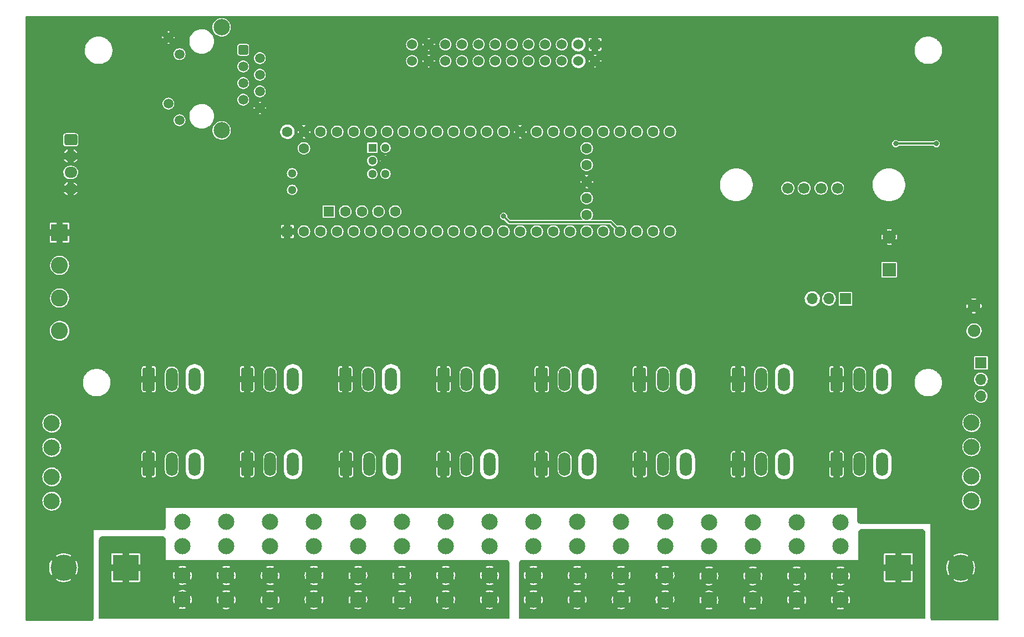
<source format=gbr>
%TF.GenerationSoftware,KiCad,Pcbnew,(6.0.9)*%
%TF.CreationDate,2023-01-01T21:08:56-05:00*%
%TF.ProjectId,Teensy_16,5465656e-7379-45f3-9136-2e6b69636164,v1*%
%TF.SameCoordinates,Original*%
%TF.FileFunction,Copper,L2,Bot*%
%TF.FilePolarity,Positive*%
%FSLAX46Y46*%
G04 Gerber Fmt 4.6, Leading zero omitted, Abs format (unit mm)*
G04 Created by KiCad (PCBNEW (6.0.9)) date 2023-01-01 21:08:56*
%MOMM*%
%LPD*%
G01*
G04 APERTURE LIST*
G04 Aperture macros list*
%AMRoundRect*
0 Rectangle with rounded corners*
0 $1 Rounding radius*
0 $2 $3 $4 $5 $6 $7 $8 $9 X,Y pos of 4 corners*
0 Add a 4 corners polygon primitive as box body*
4,1,4,$2,$3,$4,$5,$6,$7,$8,$9,$2,$3,0*
0 Add four circle primitives for the rounded corners*
1,1,$1+$1,$2,$3*
1,1,$1+$1,$4,$5*
1,1,$1+$1,$6,$7*
1,1,$1+$1,$8,$9*
0 Add four rect primitives between the rounded corners*
20,1,$1+$1,$2,$3,$4,$5,0*
20,1,$1+$1,$4,$5,$6,$7,0*
20,1,$1+$1,$6,$7,$8,$9,0*
20,1,$1+$1,$8,$9,$2,$3,0*%
G04 Aperture macros list end*
%TA.AperFunction,ComponentPad*%
%ADD10C,2.475000*%
%TD*%
%TA.AperFunction,ComponentPad*%
%ADD11RoundRect,0.250000X-0.650000X-1.550000X0.650000X-1.550000X0.650000X1.550000X-0.650000X1.550000X0*%
%TD*%
%TA.AperFunction,ComponentPad*%
%ADD12O,1.800000X3.600000*%
%TD*%
%TA.AperFunction,ComponentPad*%
%ADD13C,1.700000*%
%TD*%
%TA.AperFunction,ComponentPad*%
%ADD14RoundRect,0.250500X-0.499500X0.499500X-0.499500X-0.499500X0.499500X-0.499500X0.499500X0.499500X0*%
%TD*%
%TA.AperFunction,ComponentPad*%
%ADD15C,1.500000*%
%TD*%
%TA.AperFunction,ComponentPad*%
%ADD16C,2.500000*%
%TD*%
%TA.AperFunction,ComponentPad*%
%ADD17R,4.000000X4.000000*%
%TD*%
%TA.AperFunction,ComponentPad*%
%ADD18C,4.000000*%
%TD*%
%TA.AperFunction,ComponentPad*%
%ADD19R,1.530000X1.530000*%
%TD*%
%TA.AperFunction,ComponentPad*%
%ADD20C,1.530000*%
%TD*%
%TA.AperFunction,ComponentPad*%
%ADD21R,1.600000X1.600000*%
%TD*%
%TA.AperFunction,ComponentPad*%
%ADD22C,1.600000*%
%TD*%
%TA.AperFunction,ComponentPad*%
%ADD23R,1.300000X1.300000*%
%TD*%
%TA.AperFunction,ComponentPad*%
%ADD24C,1.300000*%
%TD*%
%TA.AperFunction,ComponentPad*%
%ADD25R,1.700000X1.700000*%
%TD*%
%TA.AperFunction,ComponentPad*%
%ADD26O,1.700000X1.700000*%
%TD*%
%TA.AperFunction,ComponentPad*%
%ADD27RoundRect,0.250000X-0.725000X0.600000X-0.725000X-0.600000X0.725000X-0.600000X0.725000X0.600000X0*%
%TD*%
%TA.AperFunction,ComponentPad*%
%ADD28O,1.950000X1.700000*%
%TD*%
%TA.AperFunction,ComponentPad*%
%ADD29C,1.904000*%
%TD*%
%TA.AperFunction,ComponentPad*%
%ADD30R,2.600000X2.600000*%
%TD*%
%TA.AperFunction,ComponentPad*%
%ADD31C,2.600000*%
%TD*%
%TA.AperFunction,ComponentPad*%
%ADD32R,2.000000X2.000000*%
%TD*%
%TA.AperFunction,ComponentPad*%
%ADD33C,2.000000*%
%TD*%
%TA.AperFunction,ViaPad*%
%ADD34C,0.800000*%
%TD*%
%TA.AperFunction,Conductor*%
%ADD35C,0.350000*%
%TD*%
G04 APERTURE END LIST*
D10*
%TO.P,F18,1_1,1*%
%TO.N,VIN1*%
X-126834600Y-5635100D03*
%TO.P,F18,1_2,1*%
X-126834600Y-1935100D03*
%TO.P,F18,2_1,2*%
%TO.N,V_DMX*%
X-126834600Y2564900D03*
%TO.P,F18,2_2,2*%
X-126834600Y6264900D03*
%TD*%
D11*
%TO.P,J2,1,Pin_1*%
%TO.N,ETH_GND*%
X-112017200Y3500D03*
D12*
%TO.P,J2,2,Pin_2*%
%TO.N,/Output 1-8/DOUT2*%
X-108517200Y3500D03*
%TO.P,J2,3,Pin_3*%
%TO.N,/Output 1-8/VOUT2*%
X-105017200Y3500D03*
%TD*%
D11*
%TO.P,J5,1,Pin_1*%
%TO.N,ETH_GND*%
X-82017200Y13003500D03*
D12*
%TO.P,J5,2,Pin_2*%
%TO.N,/Output 1-8/DOUT5*%
X-78517200Y13003500D03*
%TO.P,J5,3,Pin_3*%
%TO.N,/Output 1-8/VOUT5*%
X-75017200Y13003500D03*
%TD*%
D11*
%TO.P,J6,1,Pin_1*%
%TO.N,ETH_GND*%
X-81902858Y3500D03*
D12*
%TO.P,J6,2,Pin_2*%
%TO.N,/Output 1-8/DOUT6*%
X-78402858Y3500D03*
%TO.P,J6,3,Pin_3*%
%TO.N,/Output 1-8/VOUT6*%
X-74902858Y3500D03*
%TD*%
D11*
%TO.P,J7,1,Pin_1*%
%TO.N,ETH_GND*%
X-67017200Y13003500D03*
D12*
%TO.P,J7,2,Pin_2*%
%TO.N,/Output 1-8/DOUT7*%
X-63517200Y13003500D03*
%TO.P,J7,3,Pin_3*%
%TO.N,/Output 1-8/VOUT7*%
X-60017200Y13003500D03*
%TD*%
D11*
%TO.P,J8,1,Pin_1*%
%TO.N,ETH_GND*%
X-67017200Y3500D03*
D12*
%TO.P,J8,2,Pin_2*%
%TO.N,/Output 1-8/DOUT8*%
X-63517200Y3500D03*
%TO.P,J8,3,Pin_3*%
%TO.N,/Output 1-8/VOUT8*%
X-60017200Y3500D03*
%TD*%
D11*
%TO.P,J9,1,Pin_1*%
%TO.N,ETH_GND*%
X-52017200Y13003500D03*
D12*
%TO.P,J9,2,Pin_2*%
%TO.N,/Output 9-16/DOUT9*%
X-48517200Y13003500D03*
%TO.P,J9,3,Pin_3*%
%TO.N,/Output 9-16/VOUT9*%
X-45017200Y13003500D03*
%TD*%
D11*
%TO.P,J10,1,Pin_1*%
%TO.N,ETH_GND*%
X-52017200Y3500D03*
D12*
%TO.P,J10,2,Pin_2*%
%TO.N,/Output 9-16/DOUT10*%
X-48517200Y3500D03*
%TO.P,J10,3,Pin_3*%
%TO.N,/Output 9-16/VOUT10*%
X-45017200Y3500D03*
%TD*%
D11*
%TO.P,J11,1,Pin_1*%
%TO.N,ETH_GND*%
X-37017200Y13003500D03*
D12*
%TO.P,J11,2,Pin_2*%
%TO.N,/Output 9-16/DOUT11*%
X-33517200Y13003500D03*
%TO.P,J11,3,Pin_3*%
%TO.N,/Output 9-16/VOUT11*%
X-30017200Y13003500D03*
%TD*%
D11*
%TO.P,J12,1,Pin_1*%
%TO.N,ETH_GND*%
X-37017200Y3500D03*
D12*
%TO.P,J12,2,Pin_2*%
%TO.N,/Output 9-16/DOUT12*%
X-33517200Y3500D03*
%TO.P,J12,3,Pin_3*%
%TO.N,/Output 9-16/VOUT12*%
X-30017200Y3500D03*
%TD*%
D11*
%TO.P,J13,1,Pin_1*%
%TO.N,ETH_GND*%
X-22017200Y13003500D03*
D12*
%TO.P,J13,2,Pin_2*%
%TO.N,/Output 9-16/DOUT13*%
X-18517200Y13003500D03*
%TO.P,J13,3,Pin_3*%
%TO.N,/Output 9-16/VOUT13*%
X-15017200Y13003500D03*
%TD*%
D11*
%TO.P,J14,1,Pin_1*%
%TO.N,ETH_GND*%
X-22017200Y3500D03*
D12*
%TO.P,J14,2,Pin_2*%
%TO.N,/Output 9-16/DOUT14*%
X-18517200Y3500D03*
%TO.P,J14,3,Pin_3*%
%TO.N,/Output 9-16/VOUT14*%
X-15017200Y3500D03*
%TD*%
D11*
%TO.P,J15,1,Pin_1*%
%TO.N,ETH_GND*%
X-7017200Y13003500D03*
D12*
%TO.P,J15,2,Pin_2*%
%TO.N,/Output 9-16/DOUT15*%
X-3517200Y13003500D03*
%TO.P,J15,3,Pin_3*%
%TO.N,/Output 9-16/VOUT15*%
X-17200Y13003500D03*
%TD*%
D11*
%TO.P,J16,1,Pin_1*%
%TO.N,ETH_GND*%
X-7017200Y3500D03*
D12*
%TO.P,J16,2,Pin_2*%
%TO.N,/Output 9-16/DOUT16*%
X-3517200Y3500D03*
%TO.P,J16,3,Pin_3*%
%TO.N,/Output 9-16/VOUT16*%
X-17200Y3500D03*
%TD*%
D10*
%TO.P,F1,1_1,1*%
%TO.N,VIN1*%
X-106894600Y-20685100D03*
%TO.P,F1,1_2,1*%
X-106894600Y-16985100D03*
%TO.P,F1,2_1,2*%
%TO.N,/Output 1-8/VOUT1*%
X-106894600Y-12485100D03*
%TO.P,F1,2_2,2*%
X-106894600Y-8785100D03*
%TD*%
%TO.P,F7,1_1,1*%
%TO.N,VIN1*%
X-66692002Y-20695100D03*
%TO.P,F7,1_2,1*%
X-66692002Y-16995100D03*
%TO.P,F7,2_1,2*%
%TO.N,/Output 1-8/VOUT7*%
X-66692002Y-12495100D03*
%TO.P,F7,2_2,2*%
X-66692002Y-8795100D03*
%TD*%
%TO.P,F14,1_1,1*%
%TO.N,VIN2*%
X-19788971Y-20760100D03*
%TO.P,F14,1_2,1*%
X-19788971Y-17060100D03*
%TO.P,F14,2_1,2*%
%TO.N,/Output 9-16/VOUT14*%
X-19788971Y-12560100D03*
%TO.P,F14,2_2,2*%
X-19788971Y-8860100D03*
%TD*%
%TO.P,F2,1_1,1*%
%TO.N,VIN1*%
X-100194167Y-20700100D03*
%TO.P,F2,1_2,1*%
X-100194167Y-17000100D03*
%TO.P,F2,2_1,2*%
%TO.N,/Output 1-8/VOUT2*%
X-100194167Y-12500100D03*
%TO.P,F2,2_2,2*%
X-100194167Y-8800100D03*
%TD*%
%TO.P,F6,1_1,1*%
%TO.N,VIN1*%
X-73392435Y-20695100D03*
%TO.P,F6,1_2,1*%
X-73392435Y-16995100D03*
%TO.P,F6,2_1,2*%
%TO.N,/Output 1-8/VOUT6*%
X-73392435Y-12495100D03*
%TO.P,F6,2_2,2*%
X-73392435Y-8795100D03*
%TD*%
%TO.P,F8,1_1,1*%
%TO.N,VIN1*%
X-59991569Y-20695100D03*
%TO.P,F8,1_2,1*%
X-59991569Y-16995100D03*
%TO.P,F8,2_1,2*%
%TO.N,/Output 1-8/VOUT8*%
X-59991569Y-12495100D03*
%TO.P,F8,2_2,2*%
X-59991569Y-8795100D03*
%TD*%
%TO.P,F9,1_1,1*%
%TO.N,VIN2*%
X-53291136Y-20695100D03*
%TO.P,F9,1_2,1*%
X-53291136Y-16995100D03*
%TO.P,F9,2_1,2*%
%TO.N,/Output 9-16/VOUT9*%
X-53291136Y-12495100D03*
%TO.P,F9,2_2,2*%
X-53291136Y-8795100D03*
%TD*%
%TO.P,F10,1_1,1*%
%TO.N,VIN2*%
X-46590703Y-20695100D03*
%TO.P,F10,1_2,1*%
X-46590703Y-16995100D03*
%TO.P,F10,2_1,2*%
%TO.N,/Output 9-16/VOUT10*%
X-46590703Y-12495100D03*
%TO.P,F10,2_2,2*%
X-46590703Y-8795100D03*
%TD*%
%TO.P,F16,1_1,1*%
%TO.N,VIN2*%
X-6388100Y-20760100D03*
%TO.P,F16,1_2,1*%
X-6388100Y-17060100D03*
%TO.P,F16,2_1,2*%
%TO.N,/Output 9-16/VOUT16*%
X-6388100Y-12560100D03*
%TO.P,F16,2_2,2*%
X-6388100Y-8860100D03*
%TD*%
%TO.P,F5,1_1,1*%
%TO.N,VIN1*%
X-80092868Y-20695100D03*
%TO.P,F5,1_2,1*%
X-80092868Y-16995100D03*
%TO.P,F5,2_1,2*%
%TO.N,/Output 1-8/VOUT5*%
X-80092868Y-12495100D03*
%TO.P,F5,2_2,2*%
X-80092868Y-8795100D03*
%TD*%
%TO.P,F3,1_1,1*%
%TO.N,VIN1*%
X-93493734Y-20700100D03*
%TO.P,F3,1_2,1*%
X-93493734Y-17000100D03*
%TO.P,F3,2_1,2*%
%TO.N,/Output 1-8/VOUT3*%
X-93493734Y-12500100D03*
%TO.P,F3,2_2,2*%
X-93493734Y-8800100D03*
%TD*%
%TO.P,F13,1_1,1*%
%TO.N,VIN2*%
X-26489404Y-20760100D03*
%TO.P,F13,1_2,1*%
X-26489404Y-17060100D03*
%TO.P,F13,2_1,2*%
%TO.N,/Output 9-16/VOUT13*%
X-26489404Y-12560100D03*
%TO.P,F13,2_2,2*%
X-26489404Y-8860100D03*
%TD*%
%TO.P,F11,1_1,1*%
%TO.N,VIN2*%
X-39890270Y-20695100D03*
%TO.P,F11,1_2,1*%
X-39890270Y-16995100D03*
%TO.P,F11,2_1,2*%
%TO.N,/Output 9-16/VOUT11*%
X-39890270Y-12495100D03*
%TO.P,F11,2_2,2*%
X-39890270Y-8795100D03*
%TD*%
%TO.P,F4,1_1,1*%
%TO.N,VIN1*%
X-86793301Y-20700100D03*
%TO.P,F4,1_2,1*%
X-86793301Y-17000100D03*
%TO.P,F4,2_1,2*%
%TO.N,/Output 1-8/VOUT4*%
X-86793301Y-12500100D03*
%TO.P,F4,2_2,2*%
X-86793301Y-8800100D03*
%TD*%
D11*
%TO.P,J1,1,Pin_1*%
%TO.N,ETH_GND*%
X-112017200Y13003500D03*
D12*
%TO.P,J1,2,Pin_2*%
%TO.N,/Output 1-8/DOUT1*%
X-108517200Y13003500D03*
%TO.P,J1,3,Pin_3*%
%TO.N,/Output 1-8/VOUT1*%
X-105017200Y13003500D03*
%TD*%
D11*
%TO.P,J3,1,Pin_1*%
%TO.N,ETH_GND*%
X-97017200Y13003500D03*
D12*
%TO.P,J3,2,Pin_2*%
%TO.N,/Output 1-8/DOUT3*%
X-93517200Y13003500D03*
%TO.P,J3,3,Pin_3*%
%TO.N,/Output 1-8/VOUT3*%
X-90017200Y13003500D03*
%TD*%
D11*
%TO.P,J4,1,Pin_1*%
%TO.N,ETH_GND*%
X-97017200Y3500D03*
D12*
%TO.P,J4,2,Pin_2*%
%TO.N,/Output 1-8/DOUT4*%
X-93517200Y3500D03*
%TO.P,J4,3,Pin_3*%
%TO.N,/Output 1-8/VOUT4*%
X-90017200Y3500D03*
%TD*%
D10*
%TO.P,F15,1_1,1*%
%TO.N,VIN2*%
X-13088538Y-20760100D03*
%TO.P,F15,1_2,1*%
X-13088538Y-17060100D03*
%TO.P,F15,2_1,2*%
%TO.N,/Output 9-16/VOUT15*%
X-13088538Y-12560100D03*
%TO.P,F15,2_2,2*%
X-13088538Y-8860100D03*
%TD*%
%TO.P,F12,1_1,1*%
%TO.N,VIN2*%
X-33189837Y-20695100D03*
%TO.P,F12,1_2,1*%
X-33189837Y-16995100D03*
%TO.P,F12,2_1,2*%
%TO.N,/Output 9-16/VOUT12*%
X-33189837Y-12495100D03*
%TO.P,F12,2_2,2*%
X-33189837Y-8795100D03*
%TD*%
D13*
%TO.P,J26,1,Pin_1*%
%TO.N,I2C_SDA*%
X-14450200Y42203700D03*
%TO.P,J26,2,Pin_2*%
%TO.N,I2C_SCL*%
X-11950200Y42203700D03*
%TO.P,J26,3,Pin_3*%
%TO.N,/Pin3*%
X-9350200Y42203700D03*
%TO.P,J26,4,Pin_4*%
%TO.N,/Pin4*%
X-6850200Y42203700D03*
%TD*%
D10*
%TO.P,F17,1_1,1*%
%TO.N,VIN2*%
X13608800Y-5578300D03*
%TO.P,F17,1_2,1*%
X13608800Y-1878300D03*
%TO.P,F17,2_1,2*%
%TO.N,VIN_Fuse*%
X13608800Y2621700D03*
%TO.P,F17,2_2,2*%
X13608800Y6321700D03*
%TD*%
D14*
%TO.P,J20,1*%
%TO.N,ETH_T+*%
X-97600200Y63348700D03*
D15*
%TO.P,J20,2*%
%TO.N,Net-(C5-Pad2)*%
X-95060200Y62078700D03*
%TO.P,J20,3*%
%TO.N,ETH_T-*%
X-97600200Y60808700D03*
%TO.P,J20,4*%
%TO.N,ETH_R+*%
X-95060200Y59538700D03*
%TO.P,J20,5*%
%TO.N,Net-(C5-Pad2)*%
X-97600200Y58268700D03*
%TO.P,J20,6*%
%TO.N,ETH_R-*%
X-95060200Y56998700D03*
%TO.P,J20,7*%
%TO.N,unconnected-(J20-Pad7)*%
X-97600200Y55728700D03*
%TO.P,J20,8*%
%TO.N,ETH_GND*%
X-95060200Y54458700D03*
%TO.P,J20,9*%
X-109030200Y65228700D03*
%TO.P,J20,10*%
%TO.N,ETH_LED*%
X-107330200Y62688700D03*
%TO.P,J20,11*%
%TO.N,unconnected-(J20-Pad11)*%
X-109030200Y55118700D03*
%TO.P,J20,12*%
%TO.N,unconnected-(J20-Pad12)*%
X-107330200Y52578700D03*
D16*
%TO.P,J20,13*%
%TO.N,N/C*%
X-100900200Y51028700D03*
X-100900200Y66778700D03*
%TD*%
D17*
%TO.P,J17,1,P1*%
%TO.N,VIN1*%
X-115550200Y-15796300D03*
D18*
%TO.P,J17,2,P2*%
%TO.N,ETH_GND*%
X-125050200Y-15796300D03*
%TD*%
D17*
%TO.P,J18,1,P1*%
%TO.N,VIN2*%
X2449800Y-15796300D03*
D18*
%TO.P,J18,2,P2*%
%TO.N,ETH_GND*%
X11949800Y-15796300D03*
%TD*%
D19*
%TO.P,J24,1,Pin_1*%
%TO.N,ETH_GND*%
X-43880200Y64173700D03*
D20*
%TO.P,J24,2,Pin_2*%
X-43880200Y61633700D03*
%TO.P,J24,3,Pin_3*%
%TO.N,+5V*%
X-46420200Y64173700D03*
%TO.P,J24,4,Pin_4*%
X-46420200Y61633700D03*
%TO.P,J24,5,Pin_5*%
%TO.N,OUT17*%
X-48960200Y64173700D03*
%TO.P,J24,6,Pin_6*%
%TO.N,OUT18*%
X-48960200Y61633700D03*
%TO.P,J24,7,Pin_7*%
%TO.N,OUT19*%
X-51500200Y64173700D03*
%TO.P,J24,8,Pin_8*%
%TO.N,OUT20*%
X-51500200Y61633700D03*
%TO.P,J24,9,Pin_9*%
%TO.N,OUT21*%
X-54040200Y64173700D03*
%TO.P,J24,10,Pin_10*%
%TO.N,OUT22*%
X-54040200Y61633700D03*
%TO.P,J24,11,Pin_11*%
%TO.N,OUT23*%
X-56580200Y64173700D03*
%TO.P,J24,12,Pin_12*%
%TO.N,OUT24*%
X-56580200Y61633700D03*
%TO.P,J24,13,Pin_13*%
%TO.N,OUT25*%
X-59120200Y64173700D03*
%TO.P,J24,14,Pin_14*%
%TO.N,OUT26*%
X-59120200Y61633700D03*
%TO.P,J24,15,Pin_15*%
%TO.N,OUT27*%
X-61660200Y64173700D03*
%TO.P,J24,16,Pin_16*%
%TO.N,OUT28*%
X-61660200Y61633700D03*
%TO.P,J24,17,Pin_17*%
%TO.N,OUT29*%
X-64200200Y64173700D03*
%TO.P,J24,18,Pin_18*%
%TO.N,OUT30*%
X-64200200Y61633700D03*
%TO.P,J24,19,Pin_19*%
%TO.N,OUT31*%
X-66740200Y64173700D03*
%TO.P,J24,20,Pin_20*%
%TO.N,OUT32*%
X-66740200Y61633700D03*
%TO.P,J24,21,Pin_21*%
%TO.N,ETH_GND*%
X-69280200Y64173700D03*
%TO.P,J24,22,Pin_22*%
X-69280200Y61633700D03*
%TO.P,J24,23,Pin_23*%
%TO.N,+3.3VA*%
X-71820200Y64173700D03*
%TO.P,J24,24,Pin_24*%
%TO.N,unconnected-(J24-Pad24)*%
X-71820200Y61633700D03*
%TD*%
D21*
%TO.P,U1,1,GND*%
%TO.N,ETH_GND*%
X-90860200Y35583700D03*
D22*
%TO.P,U1,2,0_RX1_CRX2_CS1*%
%TO.N,unconnected-(U1-Pad2)*%
X-88320200Y35583700D03*
%TO.P,U1,3,1_TX1_CTX2_MISO1*%
%TO.N,unconnected-(U1-Pad3)*%
X-85780200Y35583700D03*
%TO.P,U1,4,2_OUT2*%
%TO.N,GPIO2*%
X-83240200Y35583700D03*
%TO.P,U1,5,3_LRCLK2*%
%TO.N,GPIO3*%
X-80700200Y35583700D03*
%TO.P,U1,6,4_BCLK2*%
%TO.N,DATA1*%
X-78160200Y35583700D03*
%TO.P,U1,7,5_IN2*%
%TO.N,DATA2*%
X-75620200Y35583700D03*
%TO.P,U1,8,6_OUT1D*%
%TO.N,DATA3*%
X-73080200Y35583700D03*
%TO.P,U1,9,7_RX2_OUT1A*%
%TO.N,DATA4*%
X-70540200Y35583700D03*
%TO.P,U1,10,8_TX2_IN1*%
%TO.N,DATA5*%
X-68000200Y35583700D03*
%TO.P,U1,11,9_OUT1C*%
%TO.N,DATA6*%
X-65460200Y35583700D03*
%TO.P,U1,12,10_CS_MQSR*%
%TO.N,DATA7*%
X-62920200Y35583700D03*
%TO.P,U1,13,11_MOSI_CTX1*%
%TO.N,DATA8*%
X-60380200Y35583700D03*
%TO.P,U1,14,12_MISO_MQSL*%
%TO.N,DATA9*%
X-57840200Y35583700D03*
%TO.P,U1,15,3V3*%
%TO.N,+3V3*%
X-55300200Y35583700D03*
%TO.P,U1,16,24_A10_TX6_SCL2*%
%TO.N,DATA11*%
X-52760200Y35583700D03*
%TO.P,U1,17,25_A11_RX6_SDA2*%
%TO.N,DATA12*%
X-50220200Y35583700D03*
%TO.P,U1,18,26_A12_MOSI1*%
%TO.N,I2C_SDA*%
X-47680200Y35583700D03*
%TO.P,U1,19,27_A13_SCK1*%
%TO.N,I2C_SCL*%
X-45140200Y35583700D03*
%TO.P,U1,20,28_RX7*%
%TO.N,DATA13*%
X-42600200Y35583700D03*
%TO.P,U1,21,29_TX7*%
%TO.N,TXD1*%
X-40060200Y35583700D03*
%TO.P,U1,22,30_CRX3*%
%TO.N,DATA14*%
X-37520200Y35583700D03*
%TO.P,U1,23,31_CTX3*%
%TO.N,DATA15*%
X-34980200Y35583700D03*
%TO.P,U1,24,32_OUT1B*%
%TO.N,DATA16*%
X-32440200Y35583700D03*
%TO.P,U1,25,33_MCLK2*%
%TO.N,unconnected-(U1-Pad25)*%
X-32440200Y50823700D03*
%TO.P,U1,26,34_RX8*%
%TO.N,OUT17*%
X-34980200Y50823700D03*
%TO.P,U1,27,35_TX8*%
%TO.N,OUT18*%
X-37520200Y50823700D03*
%TO.P,U1,28,36_CS*%
%TO.N,OUT19*%
X-40060200Y50823700D03*
%TO.P,U1,29,37_CS*%
%TO.N,OUT20*%
X-42600200Y50823700D03*
%TO.P,U1,30,38_CS1_IN1*%
%TO.N,OUT21*%
X-45140200Y50823700D03*
%TO.P,U1,31,39_MISO1_OUT1A*%
%TO.N,OUT22*%
X-47680200Y50823700D03*
%TO.P,U1,32,40_A16*%
%TO.N,VIN2_ADC*%
X-50220200Y50823700D03*
%TO.P,U1,33,41_A17*%
%TO.N,VIN1_ADC*%
X-52760200Y50823700D03*
%TO.P,U1,34,GND*%
%TO.N,ETH_GND*%
X-55300200Y50823700D03*
%TO.P,U1,35,13_SCK_LED*%
%TO.N,DATA10*%
X-57840200Y50823700D03*
%TO.P,U1,36,14_A0_TX3_SPDIF_OUT*%
%TO.N,OUT23*%
X-60380200Y50823700D03*
%TO.P,U1,37,15_A1_RX3_SPDIF_IN*%
%TO.N,OUT24*%
X-62920200Y50823700D03*
%TO.P,U1,38,16_A2_RX4_SCL1*%
%TO.N,OUT25*%
X-65460200Y50823700D03*
%TO.P,U1,39,17_A3_TX4_SDA1*%
%TO.N,OUT26*%
X-68000200Y50823700D03*
%TO.P,U1,40,18_A4_SDA*%
%TO.N,OUT27*%
X-70540200Y50823700D03*
%TO.P,U1,41,19_A5_SCL*%
%TO.N,OUT28*%
X-73080200Y50823700D03*
%TO.P,U1,42,20_A6_TX5_LRCLK1*%
%TO.N,OUT29*%
X-75620200Y50823700D03*
%TO.P,U1,43,21_A7_RX5_BCLK1*%
%TO.N,OUT30*%
X-78160200Y50823700D03*
%TO.P,U1,44,22_A8_CTX1*%
%TO.N,OUT31*%
X-80700200Y50823700D03*
%TO.P,U1,45,23_A9_CRX1_MCLK1*%
%TO.N,OUT32*%
X-83240200Y50823700D03*
%TO.P,U1,46,3V3*%
%TO.N,+3.3VA*%
X-85780200Y50823700D03*
%TO.P,U1,47,GND*%
%TO.N,ETH_GND*%
X-88320200Y50823700D03*
%TO.P,U1,48,VIN*%
%TO.N,+5V*%
X-90860200Y50823700D03*
%TO.P,U1,49,VUSB*%
%TO.N,unconnected-(U1-Pad49)*%
X-88320200Y48283700D03*
%TO.P,U1,50,VBAT*%
%TO.N,unconnected-(U1-Pad50)*%
X-45140200Y38123700D03*
%TO.P,U1,51,3V3*%
%TO.N,unconnected-(U1-Pad51)*%
X-45140200Y40663700D03*
%TO.P,U1,52,GND*%
%TO.N,ETH_GND*%
X-45140200Y43203700D03*
%TO.P,U1,53,PROGRAM*%
%TO.N,unconnected-(U1-Pad53)*%
X-45140200Y45743700D03*
%TO.P,U1,54,ON_OFF*%
%TO.N,unconnected-(U1-Pad54)*%
X-45140200Y48283700D03*
D21*
%TO.P,U1,55,5V*%
%TO.N,unconnected-(U1-Pad55)*%
X-84561000Y38634500D03*
D22*
%TO.P,U1,56,D-*%
%TO.N,unconnected-(U1-Pad56)*%
X-82021000Y38634500D03*
%TO.P,U1,57,D+*%
%TO.N,unconnected-(U1-Pad57)*%
X-79481000Y38634500D03*
%TO.P,U1,58,GND*%
%TO.N,unconnected-(U1-Pad58)*%
X-76941000Y38634500D03*
%TO.P,U1,59,GND*%
%TO.N,unconnected-(U1-Pad59)*%
X-74401000Y38634500D03*
D23*
%TO.P,U1,60,R+*%
%TO.N,ETH_R+*%
X-77890200Y48385300D03*
D24*
%TO.P,U1,61,LED*%
%TO.N,ETH_LED*%
X-77890200Y46385300D03*
%TO.P,U1,62,T-*%
%TO.N,ETH_T-*%
X-77890200Y44385300D03*
%TO.P,U1,63,T+*%
%TO.N,ETH_T+*%
X-75890200Y44385300D03*
%TO.P,U1,64,GND*%
%TO.N,ETH_GND*%
X-75890200Y46385300D03*
%TO.P,U1,65,R-*%
%TO.N,ETH_R-*%
X-75890200Y48385300D03*
%TO.P,U1,66,D-*%
%TO.N,unconnected-(U1-Pad66)*%
X-90130200Y44473700D03*
%TO.P,U1,67,D+*%
%TO.N,unconnected-(U1-Pad67)*%
X-90130200Y41933700D03*
%TD*%
D25*
%TO.P,J23,1,Pin_1*%
%TO.N,/12V*%
X-5625200Y25303700D03*
D26*
%TO.P,J23,2,Pin_2*%
%TO.N,VCC*%
X-8165200Y25303700D03*
%TO.P,J23,3,Pin_3*%
%TO.N,+5V*%
X-10705200Y25303700D03*
%TD*%
D27*
%TO.P,J19,1,Pin_1*%
%TO.N,GPIO2*%
X-123950200Y49603700D03*
D28*
%TO.P,J19,2,Pin_2*%
%TO.N,ETH_GND*%
X-123950200Y47103700D03*
%TO.P,J19,3,Pin_3*%
%TO.N,GPIO3*%
X-123950200Y44603700D03*
%TO.P,J19,4,Pin_4*%
%TO.N,ETH_GND*%
X-123950200Y42103700D03*
%TD*%
D29*
%TO.P,J27,1,Pin_1*%
%TO.N,/VIN*%
X14000259Y20398140D03*
%TO.P,J27,2,Pin_2*%
%TO.N,ETH_GND*%
X14000259Y24208140D03*
%TD*%
D25*
%TO.P,J28,1,Pin_1*%
%TO.N,/VIN*%
X15049800Y15503700D03*
D26*
%TO.P,J28,2,Pin_2*%
X15049800Y12963700D03*
%TO.P,J28,3,Pin_3*%
%TO.N,VIN_Fuse*%
X15049800Y10423700D03*
%TD*%
D30*
%TO.P,J22,1,Pin_1*%
%TO.N,ETH_GND*%
X-125650200Y35403700D03*
D31*
%TO.P,J22,2,Pin_2*%
%TO.N,/Serial/DMX1-*%
X-125650200Y30403700D03*
%TO.P,J22,3,Pin_3*%
%TO.N,/Serial/DMX1+*%
X-125650200Y25403700D03*
%TO.P,J22,4,Pin_4*%
%TO.N,V_DMX*%
X-125650200Y20403700D03*
%TD*%
D32*
%TO.P,C1,1*%
%TO.N,/12V*%
X1049800Y29736023D03*
D33*
%TO.P,C1,2*%
%TO.N,ETH_GND*%
X1049800Y34736023D03*
%TD*%
D34*
%TO.N,ETH_GND*%
X-43116200Y8585700D03*
X16949800Y7203700D03*
X-47350200Y48103700D03*
X-75250200Y41003700D03*
X-102466200Y9635700D03*
X-55950200Y28803700D03*
X9449800Y36703700D03*
X-55450200Y40903700D03*
X10549800Y-3096300D03*
X11149800Y36703700D03*
X-58966200Y3435700D03*
X-100550200Y32603700D03*
X6449800Y35803700D03*
X-123350200Y18803700D03*
X-12850200Y22903700D03*
X-9750200Y29003700D03*
X-97450200Y16903700D03*
X-111850200Y61103700D03*
X-129350200Y52403700D03*
X15849800Y21603700D03*
X-11850200Y46003700D03*
X-43550200Y24403700D03*
X-9450200Y21903700D03*
X-57966200Y15785700D03*
X1549800Y-7696300D03*
X15149800Y58103700D03*
X-27816200Y14885700D03*
X-32766200Y4335700D03*
X-69350200Y28203700D03*
X-108350200Y29103700D03*
X-119850200Y47903700D03*
X-84250200Y23503700D03*
X-42650200Y48103700D03*
X-29550200Y50803700D03*
X-121650200Y32003700D03*
X-72150200Y48703700D03*
X-73866200Y15835700D03*
X12149800Y19403700D03*
X-129850200Y903700D03*
X-111850200Y50103700D03*
X-129850200Y-3596300D03*
X12849800Y30403700D03*
X-117650200Y6603700D03*
X-40150200Y54703700D03*
X-114950200Y33403700D03*
X10949800Y3700D03*
X-89850200Y63903700D03*
X-26050200Y24903700D03*
X6349800Y50603700D03*
X15049800Y29303700D03*
X-24650200Y23703700D03*
X-97250200Y32003700D03*
X-1650200Y49103700D03*
X-15050200Y30703700D03*
X-14150200Y63603700D03*
X-128350200Y26003700D03*
X-88250200Y62103700D03*
X12749800Y34403700D03*
X1349800Y8803700D03*
X-18650200Y33003700D03*
X-119950200Y53503700D03*
X-22950200Y50203700D03*
X1949800Y5603700D03*
X16949800Y5703700D03*
X-102050200Y24703700D03*
X7749800Y25603700D03*
X-21850200Y55503700D03*
X-72250200Y67803700D03*
X-13566200Y9085700D03*
X-120250200Y43503700D03*
X-72450200Y28303700D03*
X-113850200Y-8896300D03*
X-15050200Y31903700D03*
X10949800Y30403700D03*
X-26350200Y64103700D03*
X-113450200Y41503700D03*
X-87750200Y8403700D03*
X-88250200Y63303700D03*
X-128850200Y65103700D03*
X6049800Y37503700D03*
X-27250200Y29303700D03*
X-123250200Y21703700D03*
X-15450200Y50403700D03*
X-98650200Y41803700D03*
X-84050200Y30333700D03*
X-129850200Y-2096300D03*
X-58366200Y8085700D03*
X16949800Y50703700D03*
X-117650200Y-4896300D03*
X-14950200Y28003700D03*
X-104050200Y29203700D03*
X10949800Y1603700D03*
X1549800Y18603700D03*
X-9850200Y67303700D03*
X-42550200Y21803700D03*
X-86350200Y18503700D03*
X4549800Y-7696300D03*
X2149800Y67103700D03*
X9149800Y41203700D03*
X-2650200Y24803700D03*
X-110450200Y34703700D03*
X-90850200Y67103700D03*
X7749800Y38203700D03*
X-6050200Y33103700D03*
X-41150200Y28203700D03*
X-42550200Y40803700D03*
X12849800Y29303700D03*
X-15650200Y67903700D03*
X6449800Y34403700D03*
X-115850200Y67103700D03*
X10949800Y29303700D03*
X12749800Y36603700D03*
X-81850200Y67103700D03*
X-72466200Y9635700D03*
X-1050200Y-7696300D03*
X-65750200Y23703700D03*
X-57750200Y67903700D03*
X-15050200Y33203700D03*
X-94850200Y41503700D03*
X-120550200Y39203700D03*
X3949800Y46803700D03*
X-51650200Y43203700D03*
X-123550200Y-3496300D03*
X-31050200Y28203700D03*
X-22050200Y52903700D03*
X-119050200Y-8896300D03*
X6449800Y24403700D03*
X-106050200Y18903700D03*
X10549800Y-4596300D03*
X-103850200Y58103700D03*
X-28650200Y45803700D03*
X-129350200Y21403700D03*
X-78350200Y42303700D03*
X-69950200Y8903700D03*
X-122650200Y24403700D03*
X-27050200Y40503700D03*
X7849800Y36703700D03*
X-71150200Y17103700D03*
X-51250200Y49003700D03*
X-29950200Y48203700D03*
X15149800Y44503700D03*
X12849800Y27903700D03*
X-56050200Y24503700D03*
X-99550200Y19103700D03*
X-82550200Y28203700D03*
X-52250200Y38403700D03*
X11449800Y9903700D03*
X16549800Y-1596300D03*
X15149800Y66103700D03*
X-28550200Y28303700D03*
X16549800Y203700D03*
X12149800Y45203700D03*
X-115850200Y24103700D03*
X-107350200Y35203700D03*
X12049800Y13203700D03*
X-16350200Y55403700D03*
X-40550200Y17003700D03*
X-128750200Y59903700D03*
X-10450200Y33103700D03*
X-42550200Y30603700D03*
X16549800Y-3296300D03*
X-10850200Y16003700D03*
X17249800Y48203700D03*
X-18650200Y31803700D03*
X-89850200Y60103700D03*
X-83950200Y16803700D03*
X-18650200Y30603700D03*
X-19050200Y23203700D03*
X-55750200Y18303700D03*
X-35050200Y53203700D03*
X-7050200Y64503700D03*
X-123950200Y803700D03*
X-8150200Y55403700D03*
X-36250200Y64003700D03*
X-102666200Y15185700D03*
X-99850200Y8703700D03*
X-90850200Y28103700D03*
X249800Y57303700D03*
X-18650200Y20203700D03*
X-8550200Y52803700D03*
X-85050200Y41603700D03*
X-99950200Y28203700D03*
X10949800Y27903700D03*
X-107850200Y58103700D03*
X-92850200Y24103700D03*
X9049800Y24403700D03*
X-55050200Y48603700D03*
X11149800Y34403700D03*
X-32650200Y67903700D03*
X-88250200Y60903700D03*
X-118150200Y50103700D03*
X-116250200Y-8896300D03*
X-122150200Y-3496300D03*
X-100850200Y63103700D03*
X-67250200Y22303700D03*
X9449800Y38203700D03*
X-123950200Y-496300D03*
X-115450200Y8703700D03*
X-6750200Y47603700D03*
X-5550200Y36903700D03*
X2149800Y26303700D03*
X-54150200Y8803700D03*
X-13750200Y48903700D03*
X-63350200Y20203700D03*
X-129850200Y-696300D03*
%TO.N,TXD1*%
X-57850200Y37903700D03*
%TO.N,VIN2_ADC*%
X2049800Y49003700D03*
X8237300Y49003700D03*
%TD*%
D35*
%TO.N,TXD1*%
X-56945689Y36999189D02*
X-41475689Y36999189D01*
X-57850200Y37903700D02*
X-56945689Y36999189D01*
X-41475689Y36999189D02*
X-40060200Y35583700D01*
%TO.N,VIN2_ADC*%
X8237300Y49003700D02*
X2049800Y49003700D01*
%TD*%
%TA.AperFunction,Conductor*%
%TO.N,ETH_GND*%
G36*
X17651273Y68493074D02*
G01*
X17695892Y68458837D01*
X17704937Y68449792D01*
X17739174Y68405173D01*
X17749300Y68375344D01*
X17749300Y-23768001D01*
X17739176Y-23797828D01*
X17704956Y-23842429D01*
X17695914Y-23851472D01*
X17651315Y-23885698D01*
X17621490Y-23895825D01*
X14742470Y-23896134D01*
X7578201Y-23896904D01*
X7548369Y-23886780D01*
X7503727Y-23852530D01*
X7494681Y-23843485D01*
X7428473Y-23757210D01*
X7421797Y-23748510D01*
X7415400Y-23737432D01*
X7369581Y-23626823D01*
X7366270Y-23614466D01*
X7350219Y-23492556D01*
X7349800Y-23486160D01*
X7349800Y-17665639D01*
X10791606Y-17665639D01*
X10793151Y-17669369D01*
X10846103Y-17704751D01*
X10848881Y-17706355D01*
X11104656Y-17832489D01*
X11107601Y-17833709D01*
X11377654Y-17925379D01*
X11380760Y-17926211D01*
X11660452Y-17981845D01*
X11663624Y-17982263D01*
X11948198Y-18000915D01*
X11951402Y-18000915D01*
X12235976Y-17982263D01*
X12239148Y-17981845D01*
X12518840Y-17926211D01*
X12521946Y-17925379D01*
X12791999Y-17833709D01*
X12794944Y-17832489D01*
X13050719Y-17706355D01*
X13053497Y-17704751D01*
X13103928Y-17671054D01*
X13108072Y-17664852D01*
X13107284Y-17660891D01*
X11956693Y-16510300D01*
X11949800Y-16507445D01*
X11942907Y-16510300D01*
X10794461Y-17658746D01*
X10791606Y-17665639D01*
X7349800Y-17665639D01*
X7349800Y-15797902D01*
X9745185Y-15797902D01*
X9763837Y-16082476D01*
X9764255Y-16085648D01*
X9819889Y-16365340D01*
X9820721Y-16368446D01*
X9912391Y-16638499D01*
X9913611Y-16641444D01*
X10039745Y-16897219D01*
X10041349Y-16899997D01*
X10075046Y-16950428D01*
X10081248Y-16954572D01*
X10085209Y-16953784D01*
X11235800Y-15803193D01*
X11238655Y-15796300D01*
X12660945Y-15796300D01*
X12663800Y-15803193D01*
X13812246Y-16951639D01*
X13819139Y-16954494D01*
X13822869Y-16952949D01*
X13858251Y-16899997D01*
X13859855Y-16897219D01*
X13985989Y-16641444D01*
X13987209Y-16638499D01*
X14078879Y-16368446D01*
X14079711Y-16365340D01*
X14135345Y-16085648D01*
X14135763Y-16082476D01*
X14154415Y-15797902D01*
X14154415Y-15794698D01*
X14135763Y-15510124D01*
X14135345Y-15506952D01*
X14079711Y-15227260D01*
X14078879Y-15224154D01*
X13987209Y-14954101D01*
X13985989Y-14951156D01*
X13859855Y-14695381D01*
X13858251Y-14692603D01*
X13824554Y-14642172D01*
X13818352Y-14638028D01*
X13814391Y-14638816D01*
X12663800Y-15789407D01*
X12660945Y-15796300D01*
X11238655Y-15796300D01*
X11235800Y-15789407D01*
X10087354Y-14640961D01*
X10080461Y-14638106D01*
X10076731Y-14639651D01*
X10041349Y-14692603D01*
X10039745Y-14695381D01*
X9913611Y-14951156D01*
X9912391Y-14954101D01*
X9820721Y-15224154D01*
X9819889Y-15227260D01*
X9764255Y-15506952D01*
X9763837Y-15510124D01*
X9745185Y-15794698D01*
X9745185Y-15797902D01*
X7349800Y-15797902D01*
X7349800Y-13927748D01*
X10791528Y-13927748D01*
X10792316Y-13931709D01*
X11942907Y-15082300D01*
X11949800Y-15085155D01*
X11956693Y-15082300D01*
X13105139Y-13933854D01*
X13107994Y-13926961D01*
X13106449Y-13923231D01*
X13053497Y-13887849D01*
X13050719Y-13886245D01*
X12794944Y-13760111D01*
X12791999Y-13758891D01*
X12521946Y-13667221D01*
X12518840Y-13666389D01*
X12239148Y-13610755D01*
X12235976Y-13610337D01*
X11951402Y-13591685D01*
X11948198Y-13591685D01*
X11663624Y-13610337D01*
X11660452Y-13610755D01*
X11380760Y-13666389D01*
X11377654Y-13667221D01*
X11107601Y-13758891D01*
X11104656Y-13760111D01*
X10848881Y-13886245D01*
X10846103Y-13887849D01*
X10795672Y-13921546D01*
X10791528Y-13927748D01*
X7349800Y-13927748D01*
X7349800Y-9096300D01*
X-3338987Y-9096300D01*
X-3345383Y-9095881D01*
X-3467287Y-9079832D01*
X-3479641Y-9076521D01*
X-3590242Y-9030709D01*
X-3601314Y-9024317D01*
X-3696295Y-8951435D01*
X-3705335Y-8942395D01*
X-3778217Y-8847414D01*
X-3784610Y-8836340D01*
X-3830421Y-8725741D01*
X-3833732Y-8713386D01*
X-3849781Y-8591483D01*
X-3850200Y-8585087D01*
X-3850200Y-6696300D01*
X-109450200Y-6696300D01*
X-109450200Y-9585087D01*
X-109450619Y-9591483D01*
X-109466668Y-9713386D01*
X-109469979Y-9725741D01*
X-109515790Y-9836340D01*
X-109522183Y-9847414D01*
X-109595065Y-9942395D01*
X-109604105Y-9951435D01*
X-109699086Y-10024317D01*
X-109710158Y-10030709D01*
X-109820759Y-10076521D01*
X-109833113Y-10079832D01*
X-109955017Y-10095881D01*
X-109961413Y-10096300D01*
X-120450200Y-10096300D01*
X-120450200Y-23500014D01*
X-120450619Y-23506409D01*
X-120466665Y-23628301D01*
X-120469975Y-23640656D01*
X-120515782Y-23751251D01*
X-120522177Y-23762328D01*
X-120538719Y-23783889D01*
X-120595044Y-23857300D01*
X-120604086Y-23866343D01*
X-120648685Y-23900569D01*
X-120678509Y-23910695D01*
X-127950227Y-23911477D01*
X-130721800Y-23911775D01*
X-130751631Y-23901652D01*
X-130796275Y-23867400D01*
X-130805319Y-23858357D01*
X-130809790Y-23852530D01*
X-130839573Y-23813720D01*
X-130849700Y-23783889D01*
X-130849700Y-17665639D01*
X-126208394Y-17665639D01*
X-126206849Y-17669369D01*
X-126153897Y-17704751D01*
X-126151119Y-17706355D01*
X-125895344Y-17832489D01*
X-125892399Y-17833709D01*
X-125622346Y-17925379D01*
X-125619240Y-17926211D01*
X-125339548Y-17981845D01*
X-125336376Y-17982263D01*
X-125051802Y-18000915D01*
X-125048598Y-18000915D01*
X-124764024Y-17982263D01*
X-124760852Y-17981845D01*
X-124481160Y-17926211D01*
X-124478054Y-17925379D01*
X-124208001Y-17833709D01*
X-124205056Y-17832489D01*
X-123949281Y-17706355D01*
X-123946503Y-17704751D01*
X-123896072Y-17671054D01*
X-123891928Y-17664852D01*
X-123892716Y-17660891D01*
X-125043307Y-16510300D01*
X-125050200Y-16507445D01*
X-125057093Y-16510300D01*
X-126205539Y-17658746D01*
X-126208394Y-17665639D01*
X-130849700Y-17665639D01*
X-130849700Y-15797902D01*
X-127254815Y-15797902D01*
X-127236163Y-16082476D01*
X-127235745Y-16085648D01*
X-127180111Y-16365340D01*
X-127179279Y-16368446D01*
X-127087609Y-16638499D01*
X-127086389Y-16641444D01*
X-126960255Y-16897219D01*
X-126958651Y-16899997D01*
X-126924954Y-16950428D01*
X-126918752Y-16954572D01*
X-126914791Y-16953784D01*
X-125764200Y-15803193D01*
X-125761345Y-15796300D01*
X-124339055Y-15796300D01*
X-124336200Y-15803193D01*
X-123187754Y-16951639D01*
X-123180861Y-16954494D01*
X-123177131Y-16952949D01*
X-123141749Y-16899997D01*
X-123140145Y-16897219D01*
X-123014011Y-16641444D01*
X-123012791Y-16638499D01*
X-122921121Y-16368446D01*
X-122920289Y-16365340D01*
X-122864655Y-16085648D01*
X-122864237Y-16082476D01*
X-122845585Y-15797902D01*
X-122845585Y-15794698D01*
X-122864237Y-15510124D01*
X-122864655Y-15506952D01*
X-122920289Y-15227260D01*
X-122921121Y-15224154D01*
X-123012791Y-14954101D01*
X-123014011Y-14951156D01*
X-123140145Y-14695381D01*
X-123141749Y-14692603D01*
X-123175446Y-14642172D01*
X-123181648Y-14638028D01*
X-123185609Y-14638816D01*
X-124336200Y-15789407D01*
X-124339055Y-15796300D01*
X-125761345Y-15796300D01*
X-125764200Y-15789407D01*
X-126912646Y-14640961D01*
X-126919539Y-14638106D01*
X-126923269Y-14639651D01*
X-126958651Y-14692603D01*
X-126960255Y-14695381D01*
X-127086389Y-14951156D01*
X-127087609Y-14954101D01*
X-127179279Y-15224154D01*
X-127180111Y-15227260D01*
X-127235745Y-15506952D01*
X-127236163Y-15510124D01*
X-127254815Y-15794698D01*
X-127254815Y-15797902D01*
X-130849700Y-15797902D01*
X-130849700Y-13927748D01*
X-126208472Y-13927748D01*
X-126207684Y-13931709D01*
X-125057093Y-15082300D01*
X-125050200Y-15085155D01*
X-125043307Y-15082300D01*
X-123894861Y-13933854D01*
X-123892006Y-13926961D01*
X-123893551Y-13923231D01*
X-123946503Y-13887849D01*
X-123949281Y-13886245D01*
X-124205056Y-13760111D01*
X-124208001Y-13758891D01*
X-124478054Y-13667221D01*
X-124481160Y-13666389D01*
X-124760852Y-13610755D01*
X-124764024Y-13610337D01*
X-125048598Y-13591685D01*
X-125051802Y-13591685D01*
X-125336376Y-13610337D01*
X-125339548Y-13610755D01*
X-125619240Y-13666389D01*
X-125622346Y-13667221D01*
X-125892399Y-13758891D01*
X-125895344Y-13760111D01*
X-126151119Y-13886245D01*
X-126153897Y-13887849D01*
X-126204328Y-13921546D01*
X-126208472Y-13927748D01*
X-130849700Y-13927748D01*
X-130849700Y-5599846D01*
X-128277097Y-5599846D01*
X-128276982Y-5601842D01*
X-128276982Y-5601845D01*
X-128271000Y-5705587D01*
X-128263486Y-5835917D01*
X-128263045Y-5837875D01*
X-128263044Y-5837880D01*
X-128240472Y-5938036D01*
X-128211500Y-6066594D01*
X-128122537Y-6285684D01*
X-127998986Y-6487301D01*
X-127928510Y-6568661D01*
X-127845476Y-6664519D01*
X-127845472Y-6664522D01*
X-127844164Y-6666033D01*
X-127662230Y-6817077D01*
X-127660500Y-6818088D01*
X-127660497Y-6818090D01*
X-127565929Y-6873351D01*
X-127458069Y-6936379D01*
X-127237164Y-7020735D01*
X-127235191Y-7021136D01*
X-127235189Y-7021137D01*
X-127109281Y-7046753D01*
X-127005448Y-7067878D01*
X-127003443Y-7067952D01*
X-127003439Y-7067952D01*
X-126843042Y-7073833D01*
X-126769144Y-7076543D01*
X-126698373Y-7067477D01*
X-126536595Y-7046753D01*
X-126536593Y-7046753D01*
X-126534598Y-7046497D01*
X-126532671Y-7045919D01*
X-126532667Y-7045918D01*
X-126416787Y-7011152D01*
X-126308109Y-6978547D01*
X-126107553Y-6880295D01*
X-126097565Y-6875402D01*
X-126097563Y-6875401D01*
X-126095759Y-6874517D01*
X-126017368Y-6818602D01*
X-125904887Y-6738370D01*
X-125903251Y-6737203D01*
X-125735755Y-6570290D01*
X-125695956Y-6514905D01*
X-125598940Y-6379892D01*
X-125597769Y-6378263D01*
X-125492999Y-6166277D01*
X-125424259Y-5940026D01*
X-125393395Y-5705587D01*
X-125392038Y-5650084D01*
X-125391704Y-5636416D01*
X-125391704Y-5636413D01*
X-125391672Y-5635100D01*
X-125399240Y-5543046D01*
X12166303Y-5543046D01*
X12166418Y-5545042D01*
X12166418Y-5545045D01*
X12175675Y-5705587D01*
X12179914Y-5779117D01*
X12180355Y-5781075D01*
X12180356Y-5781080D01*
X12193157Y-5837880D01*
X12231900Y-6009794D01*
X12320863Y-6228884D01*
X12444414Y-6430501D01*
X12445732Y-6432022D01*
X12597924Y-6607719D01*
X12597928Y-6607722D01*
X12599236Y-6609233D01*
X12684961Y-6680403D01*
X12751672Y-6735787D01*
X12781170Y-6760277D01*
X12782900Y-6761288D01*
X12782903Y-6761290D01*
X12879467Y-6817717D01*
X12985331Y-6879579D01*
X13206236Y-6963935D01*
X13208209Y-6964336D01*
X13208211Y-6964337D01*
X13334119Y-6989953D01*
X13437952Y-7011078D01*
X13439957Y-7011152D01*
X13439961Y-7011152D01*
X13600358Y-7017033D01*
X13674256Y-7019743D01*
X13745027Y-7010677D01*
X13906805Y-6989953D01*
X13906807Y-6989953D01*
X13908802Y-6989697D01*
X13910729Y-6989119D01*
X13910733Y-6989118D01*
X13997068Y-6963216D01*
X14135291Y-6921747D01*
X14347641Y-6817717D01*
X14350332Y-6815798D01*
X14538513Y-6681570D01*
X14540149Y-6680403D01*
X14556089Y-6664519D01*
X14706225Y-6514905D01*
X14707645Y-6513490D01*
X14845631Y-6321463D01*
X14862466Y-6287401D01*
X14949510Y-6111279D01*
X14950401Y-6109477D01*
X15019141Y-5883226D01*
X15050005Y-5648787D01*
X15050726Y-5619298D01*
X15051696Y-5579616D01*
X15051696Y-5579613D01*
X15051728Y-5578300D01*
X15032353Y-5342632D01*
X14981154Y-5138800D01*
X14975237Y-5115244D01*
X14975236Y-5115242D01*
X14974747Y-5113294D01*
X14880457Y-4896443D01*
X14752017Y-4697904D01*
X14592875Y-4523009D01*
X14591302Y-4521767D01*
X14591298Y-4521763D01*
X14408883Y-4377702D01*
X14407304Y-4376455D01*
X14370931Y-4356376D01*
X14202049Y-4263147D01*
X14202043Y-4263144D01*
X14200289Y-4262176D01*
X13977390Y-4183243D01*
X13975417Y-4182892D01*
X13975415Y-4182891D01*
X13746570Y-4142128D01*
X13746566Y-4142128D01*
X13744592Y-4141776D01*
X13742584Y-4141751D01*
X13742579Y-4141751D01*
X13616874Y-4140215D01*
X13508146Y-4138887D01*
X13506153Y-4139192D01*
X13506152Y-4139192D01*
X13276397Y-4174349D01*
X13274404Y-4174654D01*
X13049643Y-4248118D01*
X12839898Y-4357304D01*
X12650802Y-4499281D01*
X12649415Y-4500733D01*
X12649411Y-4500736D01*
X12488822Y-4668783D01*
X12488819Y-4668787D01*
X12487434Y-4670236D01*
X12486306Y-4671889D01*
X12486304Y-4671892D01*
X12429814Y-4754704D01*
X12354181Y-4865577D01*
X12353336Y-4867398D01*
X12353334Y-4867401D01*
X12255470Y-5078232D01*
X12255468Y-5078237D01*
X12254622Y-5080060D01*
X12191430Y-5307922D01*
X12166303Y-5543046D01*
X-125399240Y-5543046D01*
X-125411047Y-5399432D01*
X-125468653Y-5170094D01*
X-125562943Y-4953243D01*
X-125691383Y-4754704D01*
X-125850525Y-4579809D01*
X-125852098Y-4578567D01*
X-125852102Y-4578563D01*
X-126034517Y-4434502D01*
X-126036096Y-4433255D01*
X-126072469Y-4413176D01*
X-126241351Y-4319947D01*
X-126241357Y-4319944D01*
X-126243111Y-4318976D01*
X-126466010Y-4240043D01*
X-126467983Y-4239692D01*
X-126467985Y-4239691D01*
X-126696830Y-4198928D01*
X-126696834Y-4198928D01*
X-126698808Y-4198576D01*
X-126700816Y-4198551D01*
X-126700821Y-4198551D01*
X-126826526Y-4197015D01*
X-126935254Y-4195687D01*
X-126937247Y-4195992D01*
X-126937248Y-4195992D01*
X-127167003Y-4231149D01*
X-127168996Y-4231454D01*
X-127393757Y-4304918D01*
X-127603502Y-4414104D01*
X-127792598Y-4556081D01*
X-127793985Y-4557533D01*
X-127793989Y-4557536D01*
X-127954578Y-4725583D01*
X-127954581Y-4725587D01*
X-127955966Y-4727036D01*
X-127957094Y-4728689D01*
X-127957096Y-4728692D01*
X-128049340Y-4863917D01*
X-128089219Y-4922377D01*
X-128090064Y-4924198D01*
X-128090066Y-4924201D01*
X-128187930Y-5135032D01*
X-128187932Y-5135037D01*
X-128188778Y-5136860D01*
X-128251970Y-5364722D01*
X-128277097Y-5599846D01*
X-130849700Y-5599846D01*
X-130849700Y-1899846D01*
X-128277097Y-1899846D01*
X-128276982Y-1901842D01*
X-128276982Y-1901845D01*
X-128266142Y-2089843D01*
X-128263486Y-2135917D01*
X-128263045Y-2137875D01*
X-128263044Y-2137880D01*
X-128233432Y-2269275D01*
X-128211500Y-2366594D01*
X-128122537Y-2585684D01*
X-127998986Y-2787301D01*
X-127928510Y-2868661D01*
X-127845476Y-2964519D01*
X-127845472Y-2964522D01*
X-127844164Y-2966033D01*
X-127662230Y-3117077D01*
X-127660500Y-3118088D01*
X-127660497Y-3118090D01*
X-127565929Y-3173351D01*
X-127458069Y-3236379D01*
X-127237164Y-3320735D01*
X-127235191Y-3321136D01*
X-127235189Y-3321137D01*
X-127109281Y-3346753D01*
X-127005448Y-3367878D01*
X-127003443Y-3367952D01*
X-127003439Y-3367952D01*
X-126843042Y-3373833D01*
X-126769144Y-3376543D01*
X-126698373Y-3367477D01*
X-126536595Y-3346753D01*
X-126536593Y-3346753D01*
X-126534598Y-3346497D01*
X-126532671Y-3345919D01*
X-126532667Y-3345918D01*
X-126416787Y-3311152D01*
X-126308109Y-3278547D01*
X-126107553Y-3180295D01*
X-126097565Y-3175402D01*
X-126097563Y-3175401D01*
X-126095759Y-3174517D01*
X-126017368Y-3118602D01*
X-125904887Y-3038370D01*
X-125903251Y-3037203D01*
X-125735755Y-2870290D01*
X-125695956Y-2814905D01*
X-125598940Y-2679892D01*
X-125597769Y-2678263D01*
X-125492999Y-2466277D01*
X-125424259Y-2240026D01*
X-125393395Y-2005587D01*
X-125392674Y-1976098D01*
X-125391704Y-1936416D01*
X-125391704Y-1936413D01*
X-125391672Y-1935100D01*
X-125411047Y-1699432D01*
X-125436246Y-1599113D01*
X-113117199Y-1599113D01*
X-113117090Y-1601418D01*
X-113114503Y-1628803D01*
X-113113233Y-1634592D01*
X-113070603Y-1755985D01*
X-113067207Y-1762398D01*
X-112991168Y-1865346D01*
X-112986046Y-1870468D01*
X-112883098Y-1946507D01*
X-112876685Y-1949903D01*
X-112755293Y-1992532D01*
X-112749502Y-1993803D01*
X-112722117Y-1996392D01*
X-112719815Y-1996500D01*
X-112526947Y-1996500D01*
X-112520055Y-1993645D01*
X-112517200Y-1986753D01*
X-112517200Y-1986752D01*
X-111517200Y-1986752D01*
X-111514345Y-1993644D01*
X-111507453Y-1996499D01*
X-111314587Y-1996499D01*
X-111312282Y-1996390D01*
X-111284897Y-1993803D01*
X-111279108Y-1992533D01*
X-111157715Y-1949903D01*
X-111151302Y-1946507D01*
X-111048354Y-1870468D01*
X-111043232Y-1865346D01*
X-110967193Y-1762398D01*
X-110963797Y-1755985D01*
X-110921168Y-1634593D01*
X-110919897Y-1628802D01*
X-110917308Y-1601417D01*
X-110917200Y-1599115D01*
X-110917200Y-948341D01*
X-109567700Y-948341D01*
X-109567584Y-949521D01*
X-109567584Y-949527D01*
X-109566832Y-957197D01*
X-109552680Y-1101530D01*
X-109551991Y-1103812D01*
X-109551990Y-1103817D01*
X-109543702Y-1131266D01*
X-109493135Y-1298751D01*
X-109492012Y-1300863D01*
X-109397542Y-1478538D01*
X-109397539Y-1478542D01*
X-109396418Y-1480651D01*
X-109266211Y-1640300D01*
X-109107475Y-1771618D01*
X-108926255Y-1869603D01*
X-108729454Y-1930523D01*
X-108727079Y-1930773D01*
X-108727077Y-1930773D01*
X-108526952Y-1951807D01*
X-108526947Y-1951807D01*
X-108524569Y-1952057D01*
X-108522184Y-1951840D01*
X-108522179Y-1951840D01*
X-108421986Y-1942722D01*
X-108319403Y-1933386D01*
X-108136708Y-1879616D01*
X-108124075Y-1875898D01*
X-108124073Y-1875897D01*
X-108121772Y-1875220D01*
X-107939202Y-1779774D01*
X-107798589Y-1666719D01*
X-107780512Y-1652185D01*
X-107780509Y-1652182D01*
X-107778647Y-1650685D01*
X-107771889Y-1642632D01*
X-107647765Y-1494706D01*
X-107646224Y-1492870D01*
X-107546976Y-1312338D01*
X-107541939Y-1296461D01*
X-107527692Y-1251548D01*
X-107484684Y-1115968D01*
X-107474546Y-1025583D01*
X-107466852Y-956995D01*
X-107466852Y-956987D01*
X-107466761Y-956180D01*
X-106417700Y-956180D01*
X-106417614Y-957190D01*
X-106417614Y-957197D01*
X-106403948Y-1118249D01*
X-106402669Y-1133323D01*
X-106342960Y-1363374D01*
X-106321303Y-1411450D01*
X-106283799Y-1494706D01*
X-106245343Y-1580076D01*
X-106244183Y-1581799D01*
X-106169573Y-1692620D01*
X-106112609Y-1777232D01*
X-106111179Y-1778731D01*
X-105950207Y-1947473D01*
X-105948555Y-1949205D01*
X-105946888Y-1950446D01*
X-105946886Y-1950447D01*
X-105874541Y-2004273D01*
X-105757870Y-2091079D01*
X-105756022Y-2092018D01*
X-105756023Y-2092018D01*
X-105547857Y-2197855D01*
X-105547851Y-2197857D01*
X-105546007Y-2198795D01*
X-105319024Y-2269275D01*
X-105083411Y-2300504D01*
X-104899394Y-2293595D01*
X-104847979Y-2291665D01*
X-104847977Y-2291665D01*
X-104845905Y-2291587D01*
X-104843877Y-2291161D01*
X-104843873Y-2291161D01*
X-104721084Y-2265397D01*
X-104613296Y-2242781D01*
X-104457455Y-2181236D01*
X-104394171Y-2156244D01*
X-104394169Y-2156243D01*
X-104392237Y-2155480D01*
X-104266395Y-2079117D01*
X-104190818Y-2033256D01*
X-104190815Y-2033254D01*
X-104189047Y-2032181D01*
X-104159894Y-2006884D01*
X-104011102Y-1877769D01*
X-104011101Y-1877768D01*
X-104009536Y-1876410D01*
X-103858838Y-1692620D01*
X-103805610Y-1599113D01*
X-98117199Y-1599113D01*
X-98117090Y-1601418D01*
X-98114503Y-1628803D01*
X-98113233Y-1634592D01*
X-98070603Y-1755985D01*
X-98067207Y-1762398D01*
X-97991168Y-1865346D01*
X-97986046Y-1870468D01*
X-97883098Y-1946507D01*
X-97876685Y-1949903D01*
X-97755293Y-1992532D01*
X-97749502Y-1993803D01*
X-97722117Y-1996392D01*
X-97719815Y-1996500D01*
X-97526947Y-1996500D01*
X-97520055Y-1993645D01*
X-97517200Y-1986753D01*
X-97517200Y-1986752D01*
X-96517200Y-1986752D01*
X-96514345Y-1993644D01*
X-96507453Y-1996499D01*
X-96314587Y-1996499D01*
X-96312282Y-1996390D01*
X-96284897Y-1993803D01*
X-96279108Y-1992533D01*
X-96157715Y-1949903D01*
X-96151302Y-1946507D01*
X-96048354Y-1870468D01*
X-96043232Y-1865346D01*
X-95967193Y-1762398D01*
X-95963797Y-1755985D01*
X-95921168Y-1634593D01*
X-95919897Y-1628802D01*
X-95917308Y-1601417D01*
X-95917200Y-1599115D01*
X-95917200Y-948341D01*
X-94567700Y-948341D01*
X-94567584Y-949521D01*
X-94567584Y-949527D01*
X-94566832Y-957197D01*
X-94552680Y-1101530D01*
X-94551991Y-1103812D01*
X-94551990Y-1103817D01*
X-94543702Y-1131266D01*
X-94493135Y-1298751D01*
X-94492012Y-1300863D01*
X-94397542Y-1478538D01*
X-94397539Y-1478542D01*
X-94396418Y-1480651D01*
X-94266211Y-1640300D01*
X-94107475Y-1771618D01*
X-93926255Y-1869603D01*
X-93729454Y-1930523D01*
X-93727079Y-1930773D01*
X-93727077Y-1930773D01*
X-93526952Y-1951807D01*
X-93526947Y-1951807D01*
X-93524569Y-1952057D01*
X-93522184Y-1951840D01*
X-93522179Y-1951840D01*
X-93421986Y-1942722D01*
X-93319403Y-1933386D01*
X-93136708Y-1879616D01*
X-93124075Y-1875898D01*
X-93124073Y-1875897D01*
X-93121772Y-1875220D01*
X-92939202Y-1779774D01*
X-92798589Y-1666719D01*
X-92780512Y-1652185D01*
X-92780509Y-1652182D01*
X-92778647Y-1650685D01*
X-92771889Y-1642632D01*
X-92647765Y-1494706D01*
X-92646224Y-1492870D01*
X-92546976Y-1312338D01*
X-92541939Y-1296461D01*
X-92527692Y-1251548D01*
X-92484684Y-1115968D01*
X-92474546Y-1025583D01*
X-92466852Y-956995D01*
X-92466852Y-956987D01*
X-92466761Y-956180D01*
X-91417700Y-956180D01*
X-91417614Y-957190D01*
X-91417614Y-957197D01*
X-91403948Y-1118249D01*
X-91402669Y-1133323D01*
X-91342960Y-1363374D01*
X-91321303Y-1411450D01*
X-91283799Y-1494706D01*
X-91245343Y-1580076D01*
X-91244183Y-1581799D01*
X-91169573Y-1692620D01*
X-91112609Y-1777232D01*
X-91111179Y-1778731D01*
X-90950207Y-1947473D01*
X-90948555Y-1949205D01*
X-90946888Y-1950446D01*
X-90946886Y-1950447D01*
X-90874541Y-2004273D01*
X-90757870Y-2091079D01*
X-90756022Y-2092018D01*
X-90756023Y-2092018D01*
X-90547857Y-2197855D01*
X-90547851Y-2197857D01*
X-90546007Y-2198795D01*
X-90319024Y-2269275D01*
X-90083411Y-2300504D01*
X-89899394Y-2293595D01*
X-89847979Y-2291665D01*
X-89847977Y-2291665D01*
X-89845905Y-2291587D01*
X-89843877Y-2291161D01*
X-89843873Y-2291161D01*
X-89721084Y-2265397D01*
X-89613296Y-2242781D01*
X-89457455Y-2181236D01*
X-89394171Y-2156244D01*
X-89394169Y-2156243D01*
X-89392237Y-2155480D01*
X-89266395Y-2079117D01*
X-89190818Y-2033256D01*
X-89190815Y-2033254D01*
X-89189047Y-2032181D01*
X-89159894Y-2006884D01*
X-89011102Y-1877769D01*
X-89011101Y-1877768D01*
X-89009536Y-1876410D01*
X-88858838Y-1692620D01*
X-88805610Y-1599113D01*
X-83002857Y-1599113D01*
X-83002748Y-1601418D01*
X-83000161Y-1628803D01*
X-82998891Y-1634592D01*
X-82956261Y-1755985D01*
X-82952865Y-1762398D01*
X-82876826Y-1865346D01*
X-82871704Y-1870468D01*
X-82768756Y-1946507D01*
X-82762343Y-1949903D01*
X-82640951Y-1992532D01*
X-82635160Y-1993803D01*
X-82607775Y-1996392D01*
X-82605473Y-1996500D01*
X-82412605Y-1996500D01*
X-82405713Y-1993645D01*
X-82402858Y-1986753D01*
X-82402858Y-1986752D01*
X-81402858Y-1986752D01*
X-81400003Y-1993644D01*
X-81393111Y-1996499D01*
X-81200245Y-1996499D01*
X-81197940Y-1996390D01*
X-81170555Y-1993803D01*
X-81164766Y-1992533D01*
X-81043373Y-1949903D01*
X-81036960Y-1946507D01*
X-80934012Y-1870468D01*
X-80928890Y-1865346D01*
X-80852851Y-1762398D01*
X-80849455Y-1755985D01*
X-80806826Y-1634593D01*
X-80805555Y-1628802D01*
X-80802966Y-1601417D01*
X-80802858Y-1599115D01*
X-80802858Y-948341D01*
X-79453358Y-948341D01*
X-79453242Y-949521D01*
X-79453242Y-949527D01*
X-79452490Y-957197D01*
X-79438338Y-1101530D01*
X-79437649Y-1103812D01*
X-79437648Y-1103817D01*
X-79429360Y-1131266D01*
X-79378793Y-1298751D01*
X-79377670Y-1300863D01*
X-79283200Y-1478538D01*
X-79283197Y-1478542D01*
X-79282076Y-1480651D01*
X-79151869Y-1640300D01*
X-78993133Y-1771618D01*
X-78811913Y-1869603D01*
X-78615112Y-1930523D01*
X-78612737Y-1930773D01*
X-78612735Y-1930773D01*
X-78412610Y-1951807D01*
X-78412605Y-1951807D01*
X-78410227Y-1952057D01*
X-78407842Y-1951840D01*
X-78407837Y-1951840D01*
X-78307644Y-1942722D01*
X-78205061Y-1933386D01*
X-78022366Y-1879616D01*
X-78009733Y-1875898D01*
X-78009731Y-1875897D01*
X-78007430Y-1875220D01*
X-77824860Y-1779774D01*
X-77684247Y-1666719D01*
X-77666170Y-1652185D01*
X-77666167Y-1652182D01*
X-77664305Y-1650685D01*
X-77657547Y-1642632D01*
X-77533423Y-1494706D01*
X-77531882Y-1492870D01*
X-77432634Y-1312338D01*
X-77427597Y-1296461D01*
X-77413350Y-1251548D01*
X-77370342Y-1115968D01*
X-77360204Y-1025583D01*
X-77352510Y-956995D01*
X-77352510Y-956987D01*
X-77352419Y-956180D01*
X-76303358Y-956180D01*
X-76303272Y-957190D01*
X-76303272Y-957197D01*
X-76289606Y-1118249D01*
X-76288327Y-1133323D01*
X-76228618Y-1363374D01*
X-76206961Y-1411450D01*
X-76169457Y-1494706D01*
X-76131001Y-1580076D01*
X-76129841Y-1581799D01*
X-76055231Y-1692620D01*
X-75998267Y-1777232D01*
X-75996837Y-1778731D01*
X-75835865Y-1947473D01*
X-75834213Y-1949205D01*
X-75832546Y-1950446D01*
X-75832544Y-1950447D01*
X-75760199Y-2004273D01*
X-75643528Y-2091079D01*
X-75641680Y-2092018D01*
X-75641681Y-2092018D01*
X-75433515Y-2197855D01*
X-75433509Y-2197857D01*
X-75431665Y-2198795D01*
X-75204682Y-2269275D01*
X-74969069Y-2300504D01*
X-74785052Y-2293595D01*
X-74733637Y-2291665D01*
X-74733635Y-2291665D01*
X-74731563Y-2291587D01*
X-74729535Y-2291161D01*
X-74729531Y-2291161D01*
X-74606742Y-2265397D01*
X-74498954Y-2242781D01*
X-74343113Y-2181236D01*
X-74279829Y-2156244D01*
X-74279827Y-2156243D01*
X-74277895Y-2155480D01*
X-74152053Y-2079117D01*
X-74076476Y-2033256D01*
X-74076473Y-2033254D01*
X-74074705Y-2032181D01*
X-74045552Y-2006884D01*
X-73896760Y-1877769D01*
X-73896759Y-1877768D01*
X-73895194Y-1876410D01*
X-73744496Y-1692620D01*
X-73691268Y-1599113D01*
X-68117199Y-1599113D01*
X-68117090Y-1601418D01*
X-68114503Y-1628803D01*
X-68113233Y-1634592D01*
X-68070603Y-1755985D01*
X-68067207Y-1762398D01*
X-67991168Y-1865346D01*
X-67986046Y-1870468D01*
X-67883098Y-1946507D01*
X-67876685Y-1949903D01*
X-67755293Y-1992532D01*
X-67749502Y-1993803D01*
X-67722117Y-1996392D01*
X-67719815Y-1996500D01*
X-67526947Y-1996500D01*
X-67520055Y-1993645D01*
X-67517200Y-1986753D01*
X-67517200Y-1986752D01*
X-66517200Y-1986752D01*
X-66514345Y-1993644D01*
X-66507453Y-1996499D01*
X-66314587Y-1996499D01*
X-66312282Y-1996390D01*
X-66284897Y-1993803D01*
X-66279108Y-1992533D01*
X-66157715Y-1949903D01*
X-66151302Y-1946507D01*
X-66048354Y-1870468D01*
X-66043232Y-1865346D01*
X-65967193Y-1762398D01*
X-65963797Y-1755985D01*
X-65921168Y-1634593D01*
X-65919897Y-1628802D01*
X-65917308Y-1601417D01*
X-65917200Y-1599115D01*
X-65917200Y-948341D01*
X-64567700Y-948341D01*
X-64567584Y-949521D01*
X-64567584Y-949527D01*
X-64566832Y-957197D01*
X-64552680Y-1101530D01*
X-64551991Y-1103812D01*
X-64551990Y-1103817D01*
X-64543702Y-1131266D01*
X-64493135Y-1298751D01*
X-64492012Y-1300863D01*
X-64397542Y-1478538D01*
X-64397539Y-1478542D01*
X-64396418Y-1480651D01*
X-64266211Y-1640300D01*
X-64107475Y-1771618D01*
X-63926255Y-1869603D01*
X-63729454Y-1930523D01*
X-63727079Y-1930773D01*
X-63727077Y-1930773D01*
X-63526952Y-1951807D01*
X-63526947Y-1951807D01*
X-63524569Y-1952057D01*
X-63522184Y-1951840D01*
X-63522179Y-1951840D01*
X-63421986Y-1942722D01*
X-63319403Y-1933386D01*
X-63136708Y-1879616D01*
X-63124075Y-1875898D01*
X-63124073Y-1875897D01*
X-63121772Y-1875220D01*
X-62939202Y-1779774D01*
X-62798589Y-1666719D01*
X-62780512Y-1652185D01*
X-62780509Y-1652182D01*
X-62778647Y-1650685D01*
X-62771889Y-1642632D01*
X-62647765Y-1494706D01*
X-62646224Y-1492870D01*
X-62546976Y-1312338D01*
X-62541939Y-1296461D01*
X-62527692Y-1251548D01*
X-62484684Y-1115968D01*
X-62474546Y-1025583D01*
X-62466852Y-956995D01*
X-62466852Y-956987D01*
X-62466761Y-956180D01*
X-61417700Y-956180D01*
X-61417614Y-957190D01*
X-61417614Y-957197D01*
X-61403948Y-1118249D01*
X-61402669Y-1133323D01*
X-61342960Y-1363374D01*
X-61321303Y-1411450D01*
X-61283799Y-1494706D01*
X-61245343Y-1580076D01*
X-61244183Y-1581799D01*
X-61169573Y-1692620D01*
X-61112609Y-1777232D01*
X-61111179Y-1778731D01*
X-60950207Y-1947473D01*
X-60948555Y-1949205D01*
X-60946888Y-1950446D01*
X-60946886Y-1950447D01*
X-60874541Y-2004273D01*
X-60757870Y-2091079D01*
X-60756022Y-2092018D01*
X-60756023Y-2092018D01*
X-60547857Y-2197855D01*
X-60547851Y-2197857D01*
X-60546007Y-2198795D01*
X-60319024Y-2269275D01*
X-60083411Y-2300504D01*
X-59899394Y-2293595D01*
X-59847979Y-2291665D01*
X-59847977Y-2291665D01*
X-59845905Y-2291587D01*
X-59843877Y-2291161D01*
X-59843873Y-2291161D01*
X-59721084Y-2265397D01*
X-59613296Y-2242781D01*
X-59457455Y-2181236D01*
X-59394171Y-2156244D01*
X-59394169Y-2156243D01*
X-59392237Y-2155480D01*
X-59266395Y-2079117D01*
X-59190818Y-2033256D01*
X-59190815Y-2033254D01*
X-59189047Y-2032181D01*
X-59159894Y-2006884D01*
X-59011102Y-1877769D01*
X-59011101Y-1877768D01*
X-59009536Y-1876410D01*
X-58858838Y-1692620D01*
X-58805610Y-1599113D01*
X-53117199Y-1599113D01*
X-53117090Y-1601418D01*
X-53114503Y-1628803D01*
X-53113233Y-1634592D01*
X-53070603Y-1755985D01*
X-53067207Y-1762398D01*
X-52991168Y-1865346D01*
X-52986046Y-1870468D01*
X-52883098Y-1946507D01*
X-52876685Y-1949903D01*
X-52755293Y-1992532D01*
X-52749502Y-1993803D01*
X-52722117Y-1996392D01*
X-52719815Y-1996500D01*
X-52526947Y-1996500D01*
X-52520055Y-1993645D01*
X-52517200Y-1986753D01*
X-52517200Y-1986752D01*
X-51517200Y-1986752D01*
X-51514345Y-1993644D01*
X-51507453Y-1996499D01*
X-51314587Y-1996499D01*
X-51312282Y-1996390D01*
X-51284897Y-1993803D01*
X-51279108Y-1992533D01*
X-51157715Y-1949903D01*
X-51151302Y-1946507D01*
X-51048354Y-1870468D01*
X-51043232Y-1865346D01*
X-50967193Y-1762398D01*
X-50963797Y-1755985D01*
X-50921168Y-1634593D01*
X-50919897Y-1628802D01*
X-50917308Y-1601417D01*
X-50917200Y-1599115D01*
X-50917200Y-948341D01*
X-49567700Y-948341D01*
X-49567584Y-949521D01*
X-49567584Y-949527D01*
X-49566832Y-957197D01*
X-49552680Y-1101530D01*
X-49551991Y-1103812D01*
X-49551990Y-1103817D01*
X-49543702Y-1131266D01*
X-49493135Y-1298751D01*
X-49492012Y-1300863D01*
X-49397542Y-1478538D01*
X-49397539Y-1478542D01*
X-49396418Y-1480651D01*
X-49266211Y-1640300D01*
X-49107475Y-1771618D01*
X-48926255Y-1869603D01*
X-48729454Y-1930523D01*
X-48727079Y-1930773D01*
X-48727077Y-1930773D01*
X-48526952Y-1951807D01*
X-48526947Y-1951807D01*
X-48524569Y-1952057D01*
X-48522184Y-1951840D01*
X-48522179Y-1951840D01*
X-48421986Y-1942722D01*
X-48319403Y-1933386D01*
X-48136708Y-1879616D01*
X-48124075Y-1875898D01*
X-48124073Y-1875897D01*
X-48121772Y-1875220D01*
X-47939202Y-1779774D01*
X-47798589Y-1666719D01*
X-47780512Y-1652185D01*
X-47780509Y-1652182D01*
X-47778647Y-1650685D01*
X-47771889Y-1642632D01*
X-47647765Y-1494706D01*
X-47646224Y-1492870D01*
X-47546976Y-1312338D01*
X-47541939Y-1296461D01*
X-47527692Y-1251548D01*
X-47484684Y-1115968D01*
X-47474546Y-1025583D01*
X-47466852Y-956995D01*
X-47466852Y-956987D01*
X-47466761Y-956180D01*
X-46417700Y-956180D01*
X-46417614Y-957190D01*
X-46417614Y-957197D01*
X-46403948Y-1118249D01*
X-46402669Y-1133323D01*
X-46342960Y-1363374D01*
X-46321303Y-1411450D01*
X-46283799Y-1494706D01*
X-46245343Y-1580076D01*
X-46244183Y-1581799D01*
X-46169573Y-1692620D01*
X-46112609Y-1777232D01*
X-46111179Y-1778731D01*
X-45950207Y-1947473D01*
X-45948555Y-1949205D01*
X-45946888Y-1950446D01*
X-45946886Y-1950447D01*
X-45874541Y-2004273D01*
X-45757870Y-2091079D01*
X-45756022Y-2092018D01*
X-45756023Y-2092018D01*
X-45547857Y-2197855D01*
X-45547851Y-2197857D01*
X-45546007Y-2198795D01*
X-45319024Y-2269275D01*
X-45083411Y-2300504D01*
X-44899394Y-2293595D01*
X-44847979Y-2291665D01*
X-44847977Y-2291665D01*
X-44845905Y-2291587D01*
X-44843877Y-2291161D01*
X-44843873Y-2291161D01*
X-44721084Y-2265397D01*
X-44613296Y-2242781D01*
X-44457455Y-2181236D01*
X-44394171Y-2156244D01*
X-44394169Y-2156243D01*
X-44392237Y-2155480D01*
X-44266395Y-2079117D01*
X-44190818Y-2033256D01*
X-44190815Y-2033254D01*
X-44189047Y-2032181D01*
X-44159894Y-2006884D01*
X-44011102Y-1877769D01*
X-44011101Y-1877768D01*
X-44009536Y-1876410D01*
X-43858838Y-1692620D01*
X-43805610Y-1599113D01*
X-38117199Y-1599113D01*
X-38117090Y-1601418D01*
X-38114503Y-1628803D01*
X-38113233Y-1634592D01*
X-38070603Y-1755985D01*
X-38067207Y-1762398D01*
X-37991168Y-1865346D01*
X-37986046Y-1870468D01*
X-37883098Y-1946507D01*
X-37876685Y-1949903D01*
X-37755293Y-1992532D01*
X-37749502Y-1993803D01*
X-37722117Y-1996392D01*
X-37719815Y-1996500D01*
X-37526947Y-1996500D01*
X-37520055Y-1993645D01*
X-37517200Y-1986753D01*
X-37517200Y-1986752D01*
X-36517200Y-1986752D01*
X-36514345Y-1993644D01*
X-36507453Y-1996499D01*
X-36314587Y-1996499D01*
X-36312282Y-1996390D01*
X-36284897Y-1993803D01*
X-36279108Y-1992533D01*
X-36157715Y-1949903D01*
X-36151302Y-1946507D01*
X-36048354Y-1870468D01*
X-36043232Y-1865346D01*
X-35967193Y-1762398D01*
X-35963797Y-1755985D01*
X-35921168Y-1634593D01*
X-35919897Y-1628802D01*
X-35917308Y-1601417D01*
X-35917200Y-1599115D01*
X-35917200Y-948341D01*
X-34567700Y-948341D01*
X-34567584Y-949521D01*
X-34567584Y-949527D01*
X-34566832Y-957197D01*
X-34552680Y-1101530D01*
X-34551991Y-1103812D01*
X-34551990Y-1103817D01*
X-34543702Y-1131266D01*
X-34493135Y-1298751D01*
X-34492012Y-1300863D01*
X-34397542Y-1478538D01*
X-34397539Y-1478542D01*
X-34396418Y-1480651D01*
X-34266211Y-1640300D01*
X-34107475Y-1771618D01*
X-33926255Y-1869603D01*
X-33729454Y-1930523D01*
X-33727079Y-1930773D01*
X-33727077Y-1930773D01*
X-33526952Y-1951807D01*
X-33526947Y-1951807D01*
X-33524569Y-1952057D01*
X-33522184Y-1951840D01*
X-33522179Y-1951840D01*
X-33421986Y-1942722D01*
X-33319403Y-1933386D01*
X-33136708Y-1879616D01*
X-33124075Y-1875898D01*
X-33124073Y-1875897D01*
X-33121772Y-1875220D01*
X-32939202Y-1779774D01*
X-32798589Y-1666719D01*
X-32780512Y-1652185D01*
X-32780509Y-1652182D01*
X-32778647Y-1650685D01*
X-32771889Y-1642632D01*
X-32647765Y-1494706D01*
X-32646224Y-1492870D01*
X-32546976Y-1312338D01*
X-32541939Y-1296461D01*
X-32527692Y-1251548D01*
X-32484684Y-1115968D01*
X-32474546Y-1025583D01*
X-32466852Y-956995D01*
X-32466852Y-956987D01*
X-32466761Y-956180D01*
X-31417700Y-956180D01*
X-31417614Y-957190D01*
X-31417614Y-957197D01*
X-31403948Y-1118249D01*
X-31402669Y-1133323D01*
X-31342960Y-1363374D01*
X-31321303Y-1411450D01*
X-31283799Y-1494706D01*
X-31245343Y-1580076D01*
X-31244183Y-1581799D01*
X-31169573Y-1692620D01*
X-31112609Y-1777232D01*
X-31111179Y-1778731D01*
X-30950207Y-1947473D01*
X-30948555Y-1949205D01*
X-30946888Y-1950446D01*
X-30946886Y-1950447D01*
X-30874541Y-2004273D01*
X-30757870Y-2091079D01*
X-30756022Y-2092018D01*
X-30756023Y-2092018D01*
X-30547857Y-2197855D01*
X-30547851Y-2197857D01*
X-30546007Y-2198795D01*
X-30319024Y-2269275D01*
X-30083411Y-2300504D01*
X-29899394Y-2293595D01*
X-29847979Y-2291665D01*
X-29847977Y-2291665D01*
X-29845905Y-2291587D01*
X-29843877Y-2291161D01*
X-29843873Y-2291161D01*
X-29721084Y-2265397D01*
X-29613296Y-2242781D01*
X-29457455Y-2181236D01*
X-29394171Y-2156244D01*
X-29394169Y-2156243D01*
X-29392237Y-2155480D01*
X-29266395Y-2079117D01*
X-29190818Y-2033256D01*
X-29190815Y-2033254D01*
X-29189047Y-2032181D01*
X-29159894Y-2006884D01*
X-29011102Y-1877769D01*
X-29011101Y-1877768D01*
X-29009536Y-1876410D01*
X-28858838Y-1692620D01*
X-28805610Y-1599113D01*
X-23117199Y-1599113D01*
X-23117090Y-1601418D01*
X-23114503Y-1628803D01*
X-23113233Y-1634592D01*
X-23070603Y-1755985D01*
X-23067207Y-1762398D01*
X-22991168Y-1865346D01*
X-22986046Y-1870468D01*
X-22883098Y-1946507D01*
X-22876685Y-1949903D01*
X-22755293Y-1992532D01*
X-22749502Y-1993803D01*
X-22722117Y-1996392D01*
X-22719815Y-1996500D01*
X-22526947Y-1996500D01*
X-22520055Y-1993645D01*
X-22517200Y-1986753D01*
X-22517200Y-1986752D01*
X-21517200Y-1986752D01*
X-21514345Y-1993644D01*
X-21507453Y-1996499D01*
X-21314587Y-1996499D01*
X-21312282Y-1996390D01*
X-21284897Y-1993803D01*
X-21279108Y-1992533D01*
X-21157715Y-1949903D01*
X-21151302Y-1946507D01*
X-21048354Y-1870468D01*
X-21043232Y-1865346D01*
X-20967193Y-1762398D01*
X-20963797Y-1755985D01*
X-20921168Y-1634593D01*
X-20919897Y-1628802D01*
X-20917308Y-1601417D01*
X-20917200Y-1599115D01*
X-20917200Y-948341D01*
X-19567700Y-948341D01*
X-19567584Y-949521D01*
X-19567584Y-949527D01*
X-19566832Y-957197D01*
X-19552680Y-1101530D01*
X-19551991Y-1103812D01*
X-19551990Y-1103817D01*
X-19543702Y-1131266D01*
X-19493135Y-1298751D01*
X-19492012Y-1300863D01*
X-19397542Y-1478538D01*
X-19397539Y-1478542D01*
X-19396418Y-1480651D01*
X-19266211Y-1640300D01*
X-19107475Y-1771618D01*
X-18926255Y-1869603D01*
X-18729454Y-1930523D01*
X-18727079Y-1930773D01*
X-18727077Y-1930773D01*
X-18526952Y-1951807D01*
X-18526947Y-1951807D01*
X-18524569Y-1952057D01*
X-18522184Y-1951840D01*
X-18522179Y-1951840D01*
X-18421986Y-1942722D01*
X-18319403Y-1933386D01*
X-18136708Y-1879616D01*
X-18124075Y-1875898D01*
X-18124073Y-1875897D01*
X-18121772Y-1875220D01*
X-17939202Y-1779774D01*
X-17798589Y-1666719D01*
X-17780512Y-1652185D01*
X-17780509Y-1652182D01*
X-17778647Y-1650685D01*
X-17771889Y-1642632D01*
X-17647765Y-1494706D01*
X-17646224Y-1492870D01*
X-17546976Y-1312338D01*
X-17541939Y-1296461D01*
X-17527692Y-1251548D01*
X-17484684Y-1115968D01*
X-17474546Y-1025583D01*
X-17466852Y-956995D01*
X-17466852Y-956987D01*
X-17466761Y-956180D01*
X-16417700Y-956180D01*
X-16417614Y-957190D01*
X-16417614Y-957197D01*
X-16403948Y-1118249D01*
X-16402669Y-1133323D01*
X-16342960Y-1363374D01*
X-16321303Y-1411450D01*
X-16283799Y-1494706D01*
X-16245343Y-1580076D01*
X-16244183Y-1581799D01*
X-16169573Y-1692620D01*
X-16112609Y-1777232D01*
X-16111179Y-1778731D01*
X-15950207Y-1947473D01*
X-15948555Y-1949205D01*
X-15946888Y-1950446D01*
X-15946886Y-1950447D01*
X-15874541Y-2004273D01*
X-15757870Y-2091079D01*
X-15756022Y-2092018D01*
X-15756023Y-2092018D01*
X-15547857Y-2197855D01*
X-15547851Y-2197857D01*
X-15546007Y-2198795D01*
X-15319024Y-2269275D01*
X-15083411Y-2300504D01*
X-14899394Y-2293595D01*
X-14847979Y-2291665D01*
X-14847977Y-2291665D01*
X-14845905Y-2291587D01*
X-14843877Y-2291161D01*
X-14843873Y-2291161D01*
X-14721084Y-2265397D01*
X-14613296Y-2242781D01*
X-14457455Y-2181236D01*
X-14394171Y-2156244D01*
X-14394169Y-2156243D01*
X-14392237Y-2155480D01*
X-14266395Y-2079117D01*
X-14190818Y-2033256D01*
X-14190815Y-2033254D01*
X-14189047Y-2032181D01*
X-14159894Y-2006884D01*
X-14011102Y-1877769D01*
X-14011101Y-1877768D01*
X-14009536Y-1876410D01*
X-13858838Y-1692620D01*
X-13805610Y-1599113D01*
X-8117199Y-1599113D01*
X-8117090Y-1601418D01*
X-8114503Y-1628803D01*
X-8113233Y-1634592D01*
X-8070603Y-1755985D01*
X-8067207Y-1762398D01*
X-7991168Y-1865346D01*
X-7986046Y-1870468D01*
X-7883098Y-1946507D01*
X-7876685Y-1949903D01*
X-7755293Y-1992532D01*
X-7749502Y-1993803D01*
X-7722117Y-1996392D01*
X-7719815Y-1996500D01*
X-7526947Y-1996500D01*
X-7520055Y-1993645D01*
X-7517200Y-1986753D01*
X-7517200Y-1986752D01*
X-6517200Y-1986752D01*
X-6514345Y-1993644D01*
X-6507453Y-1996499D01*
X-6314587Y-1996499D01*
X-6312282Y-1996390D01*
X-6284897Y-1993803D01*
X-6279108Y-1992533D01*
X-6157715Y-1949903D01*
X-6151302Y-1946507D01*
X-6048354Y-1870468D01*
X-6043232Y-1865346D01*
X-5967193Y-1762398D01*
X-5963797Y-1755985D01*
X-5921168Y-1634593D01*
X-5919897Y-1628802D01*
X-5917308Y-1601417D01*
X-5917200Y-1599115D01*
X-5917200Y-948341D01*
X-4567700Y-948341D01*
X-4567584Y-949521D01*
X-4567584Y-949527D01*
X-4566832Y-957197D01*
X-4552680Y-1101530D01*
X-4551991Y-1103812D01*
X-4551990Y-1103817D01*
X-4543702Y-1131266D01*
X-4493135Y-1298751D01*
X-4492012Y-1300863D01*
X-4397542Y-1478538D01*
X-4397539Y-1478542D01*
X-4396418Y-1480651D01*
X-4266211Y-1640300D01*
X-4107475Y-1771618D01*
X-3926255Y-1869603D01*
X-3729454Y-1930523D01*
X-3727079Y-1930773D01*
X-3727077Y-1930773D01*
X-3526952Y-1951807D01*
X-3526947Y-1951807D01*
X-3524569Y-1952057D01*
X-3522184Y-1951840D01*
X-3522179Y-1951840D01*
X-3421986Y-1942722D01*
X-3319403Y-1933386D01*
X-3136708Y-1879616D01*
X-3124075Y-1875898D01*
X-3124073Y-1875897D01*
X-3121772Y-1875220D01*
X-2939202Y-1779774D01*
X-2798589Y-1666719D01*
X-2780512Y-1652185D01*
X-2780509Y-1652182D01*
X-2778647Y-1650685D01*
X-2771889Y-1642632D01*
X-2647765Y-1494706D01*
X-2646224Y-1492870D01*
X-2546976Y-1312338D01*
X-2541939Y-1296461D01*
X-2527692Y-1251548D01*
X-2484684Y-1115968D01*
X-2474546Y-1025583D01*
X-2466852Y-956995D01*
X-2466852Y-956987D01*
X-2466761Y-956180D01*
X-1417700Y-956180D01*
X-1417614Y-957190D01*
X-1417614Y-957197D01*
X-1403948Y-1118249D01*
X-1402669Y-1133323D01*
X-1342960Y-1363374D01*
X-1321303Y-1411450D01*
X-1283799Y-1494706D01*
X-1245343Y-1580076D01*
X-1244183Y-1581799D01*
X-1169573Y-1692620D01*
X-1112609Y-1777232D01*
X-1111179Y-1778731D01*
X-950207Y-1947473D01*
X-948555Y-1949205D01*
X-946888Y-1950446D01*
X-946886Y-1950447D01*
X-874541Y-2004273D01*
X-757870Y-2091079D01*
X-756022Y-2092018D01*
X-756023Y-2092018D01*
X-547857Y-2197855D01*
X-547851Y-2197857D01*
X-546007Y-2198795D01*
X-319024Y-2269275D01*
X-83411Y-2300504D01*
X100606Y-2293595D01*
X152021Y-2291665D01*
X152023Y-2291665D01*
X154095Y-2291587D01*
X156123Y-2291161D01*
X156127Y-2291161D01*
X278916Y-2265397D01*
X386704Y-2242781D01*
X542545Y-2181236D01*
X605829Y-2156244D01*
X605831Y-2156243D01*
X607763Y-2155480D01*
X733605Y-2079117D01*
X809182Y-2033256D01*
X809185Y-2033254D01*
X810953Y-2032181D01*
X840106Y-2006884D01*
X988898Y-1877769D01*
X988899Y-1877768D01*
X990464Y-1876410D01*
X1017821Y-1843046D01*
X12166303Y-1843046D01*
X12166418Y-1845042D01*
X12166418Y-1845045D01*
X12177130Y-2030824D01*
X12179914Y-2079117D01*
X12180355Y-2081075D01*
X12180356Y-2081080D01*
X12222830Y-2269547D01*
X12231900Y-2309794D01*
X12320863Y-2528884D01*
X12444414Y-2730501D01*
X12445732Y-2732022D01*
X12597924Y-2907719D01*
X12597928Y-2907722D01*
X12599236Y-2909233D01*
X12684961Y-2980403D01*
X12751672Y-3035787D01*
X12781170Y-3060277D01*
X12782900Y-3061288D01*
X12782903Y-3061290D01*
X12879467Y-3117717D01*
X12985331Y-3179579D01*
X13206236Y-3263935D01*
X13208209Y-3264336D01*
X13208211Y-3264337D01*
X13334119Y-3289953D01*
X13437952Y-3311078D01*
X13439957Y-3311152D01*
X13439961Y-3311152D01*
X13600358Y-3317033D01*
X13674256Y-3319743D01*
X13745027Y-3310677D01*
X13906805Y-3289953D01*
X13906807Y-3289953D01*
X13908802Y-3289697D01*
X13910729Y-3289119D01*
X13910733Y-3289118D01*
X13997068Y-3263216D01*
X14135291Y-3221747D01*
X14347641Y-3117717D01*
X14350332Y-3115798D01*
X14538513Y-2981570D01*
X14540149Y-2980403D01*
X14556089Y-2964519D01*
X14706225Y-2814905D01*
X14707645Y-2813490D01*
X14845631Y-2621463D01*
X14862466Y-2587401D01*
X14949510Y-2411279D01*
X14950401Y-2409477D01*
X15019141Y-2183226D01*
X15050005Y-1948787D01*
X15050726Y-1919298D01*
X15051696Y-1879616D01*
X15051696Y-1879613D01*
X15051728Y-1878300D01*
X15032353Y-1642632D01*
X14994735Y-1492870D01*
X14975237Y-1415244D01*
X14975236Y-1415242D01*
X14974747Y-1413294D01*
X14880457Y-1196443D01*
X14752017Y-997904D01*
X14592875Y-823009D01*
X14591302Y-821767D01*
X14591298Y-821763D01*
X14408883Y-677702D01*
X14407304Y-676455D01*
X14370931Y-656376D01*
X14202049Y-563147D01*
X14202043Y-563144D01*
X14200289Y-562176D01*
X13977390Y-483243D01*
X13975417Y-482892D01*
X13975415Y-482891D01*
X13746570Y-442128D01*
X13746566Y-442128D01*
X13744592Y-441776D01*
X13742584Y-441751D01*
X13742579Y-441751D01*
X13616874Y-440215D01*
X13508146Y-438887D01*
X13506153Y-439192D01*
X13506152Y-439192D01*
X13276397Y-474349D01*
X13274404Y-474654D01*
X13049643Y-548118D01*
X12839898Y-657304D01*
X12650802Y-799281D01*
X12649415Y-800733D01*
X12649411Y-800736D01*
X12488822Y-968783D01*
X12488819Y-968787D01*
X12487434Y-970236D01*
X12486306Y-971889D01*
X12486304Y-971892D01*
X12389642Y-1113594D01*
X12354181Y-1165577D01*
X12353336Y-1167398D01*
X12353334Y-1167401D01*
X12255470Y-1378232D01*
X12255468Y-1378237D01*
X12254622Y-1380060D01*
X12254084Y-1382000D01*
X12198675Y-1581799D01*
X12191430Y-1607922D01*
X12166303Y-1843046D01*
X1017821Y-1843046D01*
X1141162Y-1692620D01*
X1206306Y-1578179D01*
X1257709Y-1487877D01*
X1257710Y-1487874D01*
X1258739Y-1486067D01*
X1304003Y-1361369D01*
X1339123Y-1264616D01*
X1339124Y-1264611D01*
X1339834Y-1262656D01*
X1341203Y-1255090D01*
X1381839Y-1030362D01*
X1382126Y-1028775D01*
X1383300Y-1003881D01*
X1383300Y963180D01*
X1379303Y1010291D01*
X1368444Y1138266D01*
X1368443Y1138271D01*
X1368269Y1140323D01*
X1308560Y1370374D01*
X1258232Y1482099D01*
X1211798Y1585179D01*
X1211796Y1585183D01*
X1210943Y1587076D01*
X1136386Y1697819D01*
X1079365Y1782515D01*
X1078209Y1784232D01*
X1040714Y1823537D01*
X915592Y1954699D01*
X915590Y1954701D01*
X914155Y1956205D01*
X910614Y1958840D01*
X725131Y2096843D01*
X723470Y2098079D01*
X653987Y2133406D01*
X513457Y2204855D01*
X513451Y2204857D01*
X511607Y2205795D01*
X284624Y2276275D01*
X49011Y2307504D01*
X-135006Y2300595D01*
X-186421Y2298665D01*
X-186423Y2298665D01*
X-188495Y2298587D01*
X-190523Y2298161D01*
X-190527Y2298161D01*
X-294834Y2276275D01*
X-421104Y2249781D01*
X-528976Y2207180D01*
X-640229Y2163244D01*
X-640231Y2163243D01*
X-642163Y2162480D01*
X-690075Y2133406D01*
X-843582Y2040256D01*
X-843585Y2040254D01*
X-845353Y2039181D01*
X-846916Y2037825D01*
X-846917Y2037824D01*
X-940975Y1956205D01*
X-1024864Y1883410D01*
X-1175562Y1699620D01*
X-1211889Y1635803D01*
X-1290462Y1497769D01*
X-1293139Y1493067D01*
X-1293850Y1491108D01*
X-1361963Y1303461D01*
X-1374234Y1269656D01*
X-1374604Y1267612D01*
X-1374605Y1267607D01*
X-1414003Y1049726D01*
X-1416526Y1035775D01*
X-1417700Y1010881D01*
X-1417700Y-956180D01*
X-2466761Y-956180D01*
X-2466700Y-955636D01*
X-2466700Y955341D01*
X-2467468Y963180D01*
X-2474429Y1034167D01*
X-2481720Y1108530D01*
X-2486226Y1123457D01*
X-2530959Y1271616D01*
X-2541265Y1305751D01*
X-2581759Y1381910D01*
X-2636858Y1485538D01*
X-2636861Y1485542D01*
X-2637982Y1487651D01*
X-2768189Y1647300D01*
X-2926925Y1778618D01*
X-3108145Y1876603D01*
X-3304946Y1937523D01*
X-3307321Y1937773D01*
X-3307323Y1937773D01*
X-3507448Y1958807D01*
X-3507453Y1958807D01*
X-3509831Y1959057D01*
X-3512216Y1958840D01*
X-3512221Y1958840D01*
X-3612414Y1949721D01*
X-3714997Y1940386D01*
X-3803575Y1914316D01*
X-3910325Y1882898D01*
X-3910327Y1882897D01*
X-3912628Y1882220D01*
X-3914754Y1881109D01*
X-3914753Y1881109D01*
X-4071563Y1799130D01*
X-4095198Y1786774D01*
X-4176994Y1721009D01*
X-4253888Y1659185D01*
X-4253891Y1659182D01*
X-4255753Y1657685D01*
X-4257292Y1655851D01*
X-4257293Y1655850D01*
X-4269256Y1641593D01*
X-4388176Y1499870D01*
X-4389331Y1497769D01*
X-4484532Y1324598D01*
X-4487424Y1319338D01*
X-4488148Y1317057D01*
X-4488148Y1317056D01*
X-4498328Y1284963D01*
X-4549716Y1122968D01*
X-4556933Y1058625D01*
X-4562288Y1010881D01*
X-4567700Y962636D01*
X-4567700Y-948341D01*
X-5917200Y-948341D01*
X-5917200Y-506247D01*
X-5920055Y-499355D01*
X-5926947Y-496500D01*
X-6507453Y-496500D01*
X-6514345Y-499355D01*
X-6517200Y-506247D01*
X-6517200Y-1986752D01*
X-7517200Y-1986752D01*
X-7517200Y-506247D01*
X-7520055Y-499355D01*
X-7526947Y-496500D01*
X-8107452Y-496500D01*
X-8114344Y-499355D01*
X-8117199Y-506247D01*
X-8117199Y-1599113D01*
X-13805610Y-1599113D01*
X-13793694Y-1578179D01*
X-13742291Y-1487877D01*
X-13742290Y-1487874D01*
X-13741261Y-1486067D01*
X-13695997Y-1361369D01*
X-13660877Y-1264616D01*
X-13660876Y-1264611D01*
X-13660166Y-1262656D01*
X-13658797Y-1255090D01*
X-13618161Y-1030362D01*
X-13617874Y-1028775D01*
X-13616700Y-1003881D01*
X-13616700Y513247D01*
X-8117200Y513247D01*
X-8114345Y506355D01*
X-8107453Y503500D01*
X-7526947Y503500D01*
X-7520055Y506355D01*
X-7517200Y513247D01*
X-6517200Y513247D01*
X-6514345Y506355D01*
X-6507453Y503500D01*
X-5926948Y503500D01*
X-5920056Y506355D01*
X-5917201Y513247D01*
X-5917201Y1606113D01*
X-5917310Y1608418D01*
X-5919897Y1635803D01*
X-5921167Y1641592D01*
X-5963797Y1762985D01*
X-5967193Y1769398D01*
X-6043232Y1872346D01*
X-6048354Y1877468D01*
X-6151302Y1953507D01*
X-6157715Y1956903D01*
X-6279107Y1999532D01*
X-6284898Y2000803D01*
X-6312283Y2003392D01*
X-6314585Y2003500D01*
X-6507453Y2003500D01*
X-6514345Y2000645D01*
X-6517200Y1993753D01*
X-6517200Y513247D01*
X-7517200Y513247D01*
X-7517200Y1993752D01*
X-7520055Y2000644D01*
X-7526947Y2003499D01*
X-7719813Y2003499D01*
X-7722118Y2003390D01*
X-7749503Y2000803D01*
X-7755292Y1999533D01*
X-7876685Y1956903D01*
X-7883098Y1953507D01*
X-7986046Y1877468D01*
X-7991168Y1872346D01*
X-8067207Y1769398D01*
X-8070603Y1762985D01*
X-8113232Y1641593D01*
X-8114503Y1635802D01*
X-8117092Y1608417D01*
X-8117200Y1606115D01*
X-8117200Y513247D01*
X-13616700Y513247D01*
X-13616700Y963180D01*
X-13620697Y1010291D01*
X-13631556Y1138266D01*
X-13631557Y1138271D01*
X-13631731Y1140323D01*
X-13691440Y1370374D01*
X-13741768Y1482099D01*
X-13788202Y1585179D01*
X-13788204Y1585183D01*
X-13789057Y1587076D01*
X-13863614Y1697819D01*
X-13920635Y1782515D01*
X-13921791Y1784232D01*
X-13959286Y1823537D01*
X-14084408Y1954699D01*
X-14084410Y1954701D01*
X-14085845Y1956205D01*
X-14089386Y1958840D01*
X-14274869Y2096843D01*
X-14276530Y2098079D01*
X-14346013Y2133406D01*
X-14486543Y2204855D01*
X-14486549Y2204857D01*
X-14488393Y2205795D01*
X-14715376Y2276275D01*
X-14950989Y2307504D01*
X-15135006Y2300595D01*
X-15186421Y2298665D01*
X-15186423Y2298665D01*
X-15188495Y2298587D01*
X-15190523Y2298161D01*
X-15190527Y2298161D01*
X-15294834Y2276275D01*
X-15421104Y2249781D01*
X-15528976Y2207180D01*
X-15640229Y2163244D01*
X-15640231Y2163243D01*
X-15642163Y2162480D01*
X-15690075Y2133406D01*
X-15843582Y2040256D01*
X-15843585Y2040254D01*
X-15845353Y2039181D01*
X-15846916Y2037825D01*
X-15846917Y2037824D01*
X-15940975Y1956205D01*
X-16024864Y1883410D01*
X-16175562Y1699620D01*
X-16211889Y1635803D01*
X-16290462Y1497769D01*
X-16293139Y1493067D01*
X-16293850Y1491108D01*
X-16361963Y1303461D01*
X-16374234Y1269656D01*
X-16374604Y1267612D01*
X-16374605Y1267607D01*
X-16414003Y1049726D01*
X-16416526Y1035775D01*
X-16417700Y1010881D01*
X-16417700Y-956180D01*
X-17466761Y-956180D01*
X-17466700Y-955636D01*
X-17466700Y955341D01*
X-17467468Y963180D01*
X-17474429Y1034167D01*
X-17481720Y1108530D01*
X-17486226Y1123457D01*
X-17530959Y1271616D01*
X-17541265Y1305751D01*
X-17581759Y1381910D01*
X-17636858Y1485538D01*
X-17636861Y1485542D01*
X-17637982Y1487651D01*
X-17768189Y1647300D01*
X-17926925Y1778618D01*
X-18108145Y1876603D01*
X-18304946Y1937523D01*
X-18307321Y1937773D01*
X-18307323Y1937773D01*
X-18507448Y1958807D01*
X-18507453Y1958807D01*
X-18509831Y1959057D01*
X-18512216Y1958840D01*
X-18512221Y1958840D01*
X-18612414Y1949721D01*
X-18714997Y1940386D01*
X-18803575Y1914316D01*
X-18910325Y1882898D01*
X-18910327Y1882897D01*
X-18912628Y1882220D01*
X-18914754Y1881109D01*
X-18914753Y1881109D01*
X-19071563Y1799130D01*
X-19095198Y1786774D01*
X-19176994Y1721009D01*
X-19253888Y1659185D01*
X-19253891Y1659182D01*
X-19255753Y1657685D01*
X-19257292Y1655851D01*
X-19257293Y1655850D01*
X-19269256Y1641593D01*
X-19388176Y1499870D01*
X-19389331Y1497769D01*
X-19484532Y1324598D01*
X-19487424Y1319338D01*
X-19488148Y1317057D01*
X-19488148Y1317056D01*
X-19498328Y1284963D01*
X-19549716Y1122968D01*
X-19556933Y1058625D01*
X-19562288Y1010881D01*
X-19567700Y962636D01*
X-19567700Y-948341D01*
X-20917200Y-948341D01*
X-20917200Y-506247D01*
X-20920055Y-499355D01*
X-20926947Y-496500D01*
X-21507453Y-496500D01*
X-21514345Y-499355D01*
X-21517200Y-506247D01*
X-21517200Y-1986752D01*
X-22517200Y-1986752D01*
X-22517200Y-506247D01*
X-22520055Y-499355D01*
X-22526947Y-496500D01*
X-23107452Y-496500D01*
X-23114344Y-499355D01*
X-23117199Y-506247D01*
X-23117199Y-1599113D01*
X-28805610Y-1599113D01*
X-28793694Y-1578179D01*
X-28742291Y-1487877D01*
X-28742290Y-1487874D01*
X-28741261Y-1486067D01*
X-28695997Y-1361369D01*
X-28660877Y-1264616D01*
X-28660876Y-1264611D01*
X-28660166Y-1262656D01*
X-28658797Y-1255090D01*
X-28618161Y-1030362D01*
X-28617874Y-1028775D01*
X-28616700Y-1003881D01*
X-28616700Y513247D01*
X-23117200Y513247D01*
X-23114345Y506355D01*
X-23107453Y503500D01*
X-22526947Y503500D01*
X-22520055Y506355D01*
X-22517200Y513247D01*
X-21517200Y513247D01*
X-21514345Y506355D01*
X-21507453Y503500D01*
X-20926948Y503500D01*
X-20920056Y506355D01*
X-20917201Y513247D01*
X-20917201Y1606113D01*
X-20917310Y1608418D01*
X-20919897Y1635803D01*
X-20921167Y1641592D01*
X-20963797Y1762985D01*
X-20967193Y1769398D01*
X-21043232Y1872346D01*
X-21048354Y1877468D01*
X-21151302Y1953507D01*
X-21157715Y1956903D01*
X-21279107Y1999532D01*
X-21284898Y2000803D01*
X-21312283Y2003392D01*
X-21314585Y2003500D01*
X-21507453Y2003500D01*
X-21514345Y2000645D01*
X-21517200Y1993753D01*
X-21517200Y513247D01*
X-22517200Y513247D01*
X-22517200Y1993752D01*
X-22520055Y2000644D01*
X-22526947Y2003499D01*
X-22719813Y2003499D01*
X-22722118Y2003390D01*
X-22749503Y2000803D01*
X-22755292Y1999533D01*
X-22876685Y1956903D01*
X-22883098Y1953507D01*
X-22986046Y1877468D01*
X-22991168Y1872346D01*
X-23067207Y1769398D01*
X-23070603Y1762985D01*
X-23113232Y1641593D01*
X-23114503Y1635802D01*
X-23117092Y1608417D01*
X-23117200Y1606115D01*
X-23117200Y513247D01*
X-28616700Y513247D01*
X-28616700Y963180D01*
X-28620697Y1010291D01*
X-28631556Y1138266D01*
X-28631557Y1138271D01*
X-28631731Y1140323D01*
X-28691440Y1370374D01*
X-28741768Y1482099D01*
X-28788202Y1585179D01*
X-28788204Y1585183D01*
X-28789057Y1587076D01*
X-28863614Y1697819D01*
X-28920635Y1782515D01*
X-28921791Y1784232D01*
X-28959286Y1823537D01*
X-29084408Y1954699D01*
X-29084410Y1954701D01*
X-29085845Y1956205D01*
X-29089386Y1958840D01*
X-29274869Y2096843D01*
X-29276530Y2098079D01*
X-29346013Y2133406D01*
X-29486543Y2204855D01*
X-29486549Y2204857D01*
X-29488393Y2205795D01*
X-29715376Y2276275D01*
X-29950989Y2307504D01*
X-30135006Y2300595D01*
X-30186421Y2298665D01*
X-30186423Y2298665D01*
X-30188495Y2298587D01*
X-30190523Y2298161D01*
X-30190527Y2298161D01*
X-30294834Y2276275D01*
X-30421104Y2249781D01*
X-30528976Y2207180D01*
X-30640229Y2163244D01*
X-30640231Y2163243D01*
X-30642163Y2162480D01*
X-30690075Y2133406D01*
X-30843582Y2040256D01*
X-30843585Y2040254D01*
X-30845353Y2039181D01*
X-30846916Y2037825D01*
X-30846917Y2037824D01*
X-30940975Y1956205D01*
X-31024864Y1883410D01*
X-31175562Y1699620D01*
X-31211889Y1635803D01*
X-31290462Y1497769D01*
X-31293139Y1493067D01*
X-31293850Y1491108D01*
X-31361963Y1303461D01*
X-31374234Y1269656D01*
X-31374604Y1267612D01*
X-31374605Y1267607D01*
X-31414003Y1049726D01*
X-31416526Y1035775D01*
X-31417700Y1010881D01*
X-31417700Y-956180D01*
X-32466761Y-956180D01*
X-32466700Y-955636D01*
X-32466700Y955341D01*
X-32467468Y963180D01*
X-32474429Y1034167D01*
X-32481720Y1108530D01*
X-32486226Y1123457D01*
X-32530959Y1271616D01*
X-32541265Y1305751D01*
X-32581759Y1381910D01*
X-32636858Y1485538D01*
X-32636861Y1485542D01*
X-32637982Y1487651D01*
X-32768189Y1647300D01*
X-32926925Y1778618D01*
X-33108145Y1876603D01*
X-33304946Y1937523D01*
X-33307321Y1937773D01*
X-33307323Y1937773D01*
X-33507448Y1958807D01*
X-33507453Y1958807D01*
X-33509831Y1959057D01*
X-33512216Y1958840D01*
X-33512221Y1958840D01*
X-33612414Y1949721D01*
X-33714997Y1940386D01*
X-33803575Y1914316D01*
X-33910325Y1882898D01*
X-33910327Y1882897D01*
X-33912628Y1882220D01*
X-33914754Y1881109D01*
X-33914753Y1881109D01*
X-34071563Y1799130D01*
X-34095198Y1786774D01*
X-34176994Y1721009D01*
X-34253888Y1659185D01*
X-34253891Y1659182D01*
X-34255753Y1657685D01*
X-34257292Y1655851D01*
X-34257293Y1655850D01*
X-34269256Y1641593D01*
X-34388176Y1499870D01*
X-34389331Y1497769D01*
X-34484532Y1324598D01*
X-34487424Y1319338D01*
X-34488148Y1317057D01*
X-34488148Y1317056D01*
X-34498328Y1284963D01*
X-34549716Y1122968D01*
X-34556933Y1058625D01*
X-34562288Y1010881D01*
X-34567700Y962636D01*
X-34567700Y-948341D01*
X-35917200Y-948341D01*
X-35917200Y-506247D01*
X-35920055Y-499355D01*
X-35926947Y-496500D01*
X-36507453Y-496500D01*
X-36514345Y-499355D01*
X-36517200Y-506247D01*
X-36517200Y-1986752D01*
X-37517200Y-1986752D01*
X-37517200Y-506247D01*
X-37520055Y-499355D01*
X-37526947Y-496500D01*
X-38107452Y-496500D01*
X-38114344Y-499355D01*
X-38117199Y-506247D01*
X-38117199Y-1599113D01*
X-43805610Y-1599113D01*
X-43793694Y-1578179D01*
X-43742291Y-1487877D01*
X-43742290Y-1487874D01*
X-43741261Y-1486067D01*
X-43695997Y-1361369D01*
X-43660877Y-1264616D01*
X-43660876Y-1264611D01*
X-43660166Y-1262656D01*
X-43658797Y-1255090D01*
X-43618161Y-1030362D01*
X-43617874Y-1028775D01*
X-43616700Y-1003881D01*
X-43616700Y513247D01*
X-38117200Y513247D01*
X-38114345Y506355D01*
X-38107453Y503500D01*
X-37526947Y503500D01*
X-37520055Y506355D01*
X-37517200Y513247D01*
X-36517200Y513247D01*
X-36514345Y506355D01*
X-36507453Y503500D01*
X-35926948Y503500D01*
X-35920056Y506355D01*
X-35917201Y513247D01*
X-35917201Y1606113D01*
X-35917310Y1608418D01*
X-35919897Y1635803D01*
X-35921167Y1641592D01*
X-35963797Y1762985D01*
X-35967193Y1769398D01*
X-36043232Y1872346D01*
X-36048354Y1877468D01*
X-36151302Y1953507D01*
X-36157715Y1956903D01*
X-36279107Y1999532D01*
X-36284898Y2000803D01*
X-36312283Y2003392D01*
X-36314585Y2003500D01*
X-36507453Y2003500D01*
X-36514345Y2000645D01*
X-36517200Y1993753D01*
X-36517200Y513247D01*
X-37517200Y513247D01*
X-37517200Y1993752D01*
X-37520055Y2000644D01*
X-37526947Y2003499D01*
X-37719813Y2003499D01*
X-37722118Y2003390D01*
X-37749503Y2000803D01*
X-37755292Y1999533D01*
X-37876685Y1956903D01*
X-37883098Y1953507D01*
X-37986046Y1877468D01*
X-37991168Y1872346D01*
X-38067207Y1769398D01*
X-38070603Y1762985D01*
X-38113232Y1641593D01*
X-38114503Y1635802D01*
X-38117092Y1608417D01*
X-38117200Y1606115D01*
X-38117200Y513247D01*
X-43616700Y513247D01*
X-43616700Y963180D01*
X-43620697Y1010291D01*
X-43631556Y1138266D01*
X-43631557Y1138271D01*
X-43631731Y1140323D01*
X-43691440Y1370374D01*
X-43741768Y1482099D01*
X-43788202Y1585179D01*
X-43788204Y1585183D01*
X-43789057Y1587076D01*
X-43863614Y1697819D01*
X-43920635Y1782515D01*
X-43921791Y1784232D01*
X-43959286Y1823537D01*
X-44084408Y1954699D01*
X-44084410Y1954701D01*
X-44085845Y1956205D01*
X-44089386Y1958840D01*
X-44274869Y2096843D01*
X-44276530Y2098079D01*
X-44346013Y2133406D01*
X-44486543Y2204855D01*
X-44486549Y2204857D01*
X-44488393Y2205795D01*
X-44715376Y2276275D01*
X-44950989Y2307504D01*
X-45135006Y2300595D01*
X-45186421Y2298665D01*
X-45186423Y2298665D01*
X-45188495Y2298587D01*
X-45190523Y2298161D01*
X-45190527Y2298161D01*
X-45294834Y2276275D01*
X-45421104Y2249781D01*
X-45528976Y2207180D01*
X-45640229Y2163244D01*
X-45640231Y2163243D01*
X-45642163Y2162480D01*
X-45690075Y2133406D01*
X-45843582Y2040256D01*
X-45843585Y2040254D01*
X-45845353Y2039181D01*
X-45846916Y2037825D01*
X-45846917Y2037824D01*
X-45940975Y1956205D01*
X-46024864Y1883410D01*
X-46175562Y1699620D01*
X-46211889Y1635803D01*
X-46290462Y1497769D01*
X-46293139Y1493067D01*
X-46293850Y1491108D01*
X-46361963Y1303461D01*
X-46374234Y1269656D01*
X-46374604Y1267612D01*
X-46374605Y1267607D01*
X-46414003Y1049726D01*
X-46416526Y1035775D01*
X-46417700Y1010881D01*
X-46417700Y-956180D01*
X-47466761Y-956180D01*
X-47466700Y-955636D01*
X-47466700Y955341D01*
X-47467468Y963180D01*
X-47474429Y1034167D01*
X-47481720Y1108530D01*
X-47486226Y1123457D01*
X-47530959Y1271616D01*
X-47541265Y1305751D01*
X-47581759Y1381910D01*
X-47636858Y1485538D01*
X-47636861Y1485542D01*
X-47637982Y1487651D01*
X-47768189Y1647300D01*
X-47926925Y1778618D01*
X-48108145Y1876603D01*
X-48304946Y1937523D01*
X-48307321Y1937773D01*
X-48307323Y1937773D01*
X-48507448Y1958807D01*
X-48507453Y1958807D01*
X-48509831Y1959057D01*
X-48512216Y1958840D01*
X-48512221Y1958840D01*
X-48612414Y1949721D01*
X-48714997Y1940386D01*
X-48803575Y1914316D01*
X-48910325Y1882898D01*
X-48910327Y1882897D01*
X-48912628Y1882220D01*
X-48914754Y1881109D01*
X-48914753Y1881109D01*
X-49071563Y1799130D01*
X-49095198Y1786774D01*
X-49176994Y1721009D01*
X-49253888Y1659185D01*
X-49253891Y1659182D01*
X-49255753Y1657685D01*
X-49257292Y1655851D01*
X-49257293Y1655850D01*
X-49269256Y1641593D01*
X-49388176Y1499870D01*
X-49389331Y1497769D01*
X-49484532Y1324598D01*
X-49487424Y1319338D01*
X-49488148Y1317057D01*
X-49488148Y1317056D01*
X-49498328Y1284963D01*
X-49549716Y1122968D01*
X-49556933Y1058625D01*
X-49562288Y1010881D01*
X-49567700Y962636D01*
X-49567700Y-948341D01*
X-50917200Y-948341D01*
X-50917200Y-506247D01*
X-50920055Y-499355D01*
X-50926947Y-496500D01*
X-51507453Y-496500D01*
X-51514345Y-499355D01*
X-51517200Y-506247D01*
X-51517200Y-1986752D01*
X-52517200Y-1986752D01*
X-52517200Y-506247D01*
X-52520055Y-499355D01*
X-52526947Y-496500D01*
X-53107452Y-496500D01*
X-53114344Y-499355D01*
X-53117199Y-506247D01*
X-53117199Y-1599113D01*
X-58805610Y-1599113D01*
X-58793694Y-1578179D01*
X-58742291Y-1487877D01*
X-58742290Y-1487874D01*
X-58741261Y-1486067D01*
X-58695997Y-1361369D01*
X-58660877Y-1264616D01*
X-58660876Y-1264611D01*
X-58660166Y-1262656D01*
X-58658797Y-1255090D01*
X-58618161Y-1030362D01*
X-58617874Y-1028775D01*
X-58616700Y-1003881D01*
X-58616700Y513247D01*
X-53117200Y513247D01*
X-53114345Y506355D01*
X-53107453Y503500D01*
X-52526947Y503500D01*
X-52520055Y506355D01*
X-52517200Y513247D01*
X-51517200Y513247D01*
X-51514345Y506355D01*
X-51507453Y503500D01*
X-50926948Y503500D01*
X-50920056Y506355D01*
X-50917201Y513247D01*
X-50917201Y1606113D01*
X-50917310Y1608418D01*
X-50919897Y1635803D01*
X-50921167Y1641592D01*
X-50963797Y1762985D01*
X-50967193Y1769398D01*
X-51043232Y1872346D01*
X-51048354Y1877468D01*
X-51151302Y1953507D01*
X-51157715Y1956903D01*
X-51279107Y1999532D01*
X-51284898Y2000803D01*
X-51312283Y2003392D01*
X-51314585Y2003500D01*
X-51507453Y2003500D01*
X-51514345Y2000645D01*
X-51517200Y1993753D01*
X-51517200Y513247D01*
X-52517200Y513247D01*
X-52517200Y1993752D01*
X-52520055Y2000644D01*
X-52526947Y2003499D01*
X-52719813Y2003499D01*
X-52722118Y2003390D01*
X-52749503Y2000803D01*
X-52755292Y1999533D01*
X-52876685Y1956903D01*
X-52883098Y1953507D01*
X-52986046Y1877468D01*
X-52991168Y1872346D01*
X-53067207Y1769398D01*
X-53070603Y1762985D01*
X-53113232Y1641593D01*
X-53114503Y1635802D01*
X-53117092Y1608417D01*
X-53117200Y1606115D01*
X-53117200Y513247D01*
X-58616700Y513247D01*
X-58616700Y963180D01*
X-58620697Y1010291D01*
X-58631556Y1138266D01*
X-58631557Y1138271D01*
X-58631731Y1140323D01*
X-58691440Y1370374D01*
X-58741768Y1482099D01*
X-58788202Y1585179D01*
X-58788204Y1585183D01*
X-58789057Y1587076D01*
X-58863614Y1697819D01*
X-58920635Y1782515D01*
X-58921791Y1784232D01*
X-58959286Y1823537D01*
X-59084408Y1954699D01*
X-59084410Y1954701D01*
X-59085845Y1956205D01*
X-59089386Y1958840D01*
X-59274869Y2096843D01*
X-59276530Y2098079D01*
X-59346013Y2133406D01*
X-59486543Y2204855D01*
X-59486549Y2204857D01*
X-59488393Y2205795D01*
X-59715376Y2276275D01*
X-59950989Y2307504D01*
X-60135006Y2300595D01*
X-60186421Y2298665D01*
X-60186423Y2298665D01*
X-60188495Y2298587D01*
X-60190523Y2298161D01*
X-60190527Y2298161D01*
X-60294834Y2276275D01*
X-60421104Y2249781D01*
X-60528976Y2207180D01*
X-60640229Y2163244D01*
X-60640231Y2163243D01*
X-60642163Y2162480D01*
X-60690075Y2133406D01*
X-60843582Y2040256D01*
X-60843585Y2040254D01*
X-60845353Y2039181D01*
X-60846916Y2037825D01*
X-60846917Y2037824D01*
X-60940975Y1956205D01*
X-61024864Y1883410D01*
X-61175562Y1699620D01*
X-61211889Y1635803D01*
X-61290462Y1497769D01*
X-61293139Y1493067D01*
X-61293850Y1491108D01*
X-61361963Y1303461D01*
X-61374234Y1269656D01*
X-61374604Y1267612D01*
X-61374605Y1267607D01*
X-61414003Y1049726D01*
X-61416526Y1035775D01*
X-61417700Y1010881D01*
X-61417700Y-956180D01*
X-62466761Y-956180D01*
X-62466700Y-955636D01*
X-62466700Y955341D01*
X-62467468Y963180D01*
X-62474429Y1034167D01*
X-62481720Y1108530D01*
X-62486226Y1123457D01*
X-62530959Y1271616D01*
X-62541265Y1305751D01*
X-62581759Y1381910D01*
X-62636858Y1485538D01*
X-62636861Y1485542D01*
X-62637982Y1487651D01*
X-62768189Y1647300D01*
X-62926925Y1778618D01*
X-63108145Y1876603D01*
X-63304946Y1937523D01*
X-63307321Y1937773D01*
X-63307323Y1937773D01*
X-63507448Y1958807D01*
X-63507453Y1958807D01*
X-63509831Y1959057D01*
X-63512216Y1958840D01*
X-63512221Y1958840D01*
X-63612414Y1949721D01*
X-63714997Y1940386D01*
X-63803575Y1914316D01*
X-63910325Y1882898D01*
X-63910327Y1882897D01*
X-63912628Y1882220D01*
X-63914754Y1881109D01*
X-63914753Y1881109D01*
X-64071563Y1799130D01*
X-64095198Y1786774D01*
X-64176994Y1721009D01*
X-64253888Y1659185D01*
X-64253891Y1659182D01*
X-64255753Y1657685D01*
X-64257292Y1655851D01*
X-64257293Y1655850D01*
X-64269256Y1641593D01*
X-64388176Y1499870D01*
X-64389331Y1497769D01*
X-64484532Y1324598D01*
X-64487424Y1319338D01*
X-64488148Y1317057D01*
X-64488148Y1317056D01*
X-64498328Y1284963D01*
X-64549716Y1122968D01*
X-64556933Y1058625D01*
X-64562288Y1010881D01*
X-64567700Y962636D01*
X-64567700Y-948341D01*
X-65917200Y-948341D01*
X-65917200Y-506247D01*
X-65920055Y-499355D01*
X-65926947Y-496500D01*
X-66507453Y-496500D01*
X-66514345Y-499355D01*
X-66517200Y-506247D01*
X-66517200Y-1986752D01*
X-67517200Y-1986752D01*
X-67517200Y-506247D01*
X-67520055Y-499355D01*
X-67526947Y-496500D01*
X-68107452Y-496500D01*
X-68114344Y-499355D01*
X-68117199Y-506247D01*
X-68117199Y-1599113D01*
X-73691268Y-1599113D01*
X-73679352Y-1578179D01*
X-73627949Y-1487877D01*
X-73627948Y-1487874D01*
X-73626919Y-1486067D01*
X-73581655Y-1361369D01*
X-73546535Y-1264616D01*
X-73546534Y-1264611D01*
X-73545824Y-1262656D01*
X-73544455Y-1255090D01*
X-73503819Y-1030362D01*
X-73503532Y-1028775D01*
X-73502358Y-1003881D01*
X-73502358Y513247D01*
X-68117200Y513247D01*
X-68114345Y506355D01*
X-68107453Y503500D01*
X-67526947Y503500D01*
X-67520055Y506355D01*
X-67517200Y513247D01*
X-66517200Y513247D01*
X-66514345Y506355D01*
X-66507453Y503500D01*
X-65926948Y503500D01*
X-65920056Y506355D01*
X-65917201Y513247D01*
X-65917201Y1606113D01*
X-65917310Y1608418D01*
X-65919897Y1635803D01*
X-65921167Y1641592D01*
X-65963797Y1762985D01*
X-65967193Y1769398D01*
X-66043232Y1872346D01*
X-66048354Y1877468D01*
X-66151302Y1953507D01*
X-66157715Y1956903D01*
X-66279107Y1999532D01*
X-66284898Y2000803D01*
X-66312283Y2003392D01*
X-66314585Y2003500D01*
X-66507453Y2003500D01*
X-66514345Y2000645D01*
X-66517200Y1993753D01*
X-66517200Y513247D01*
X-67517200Y513247D01*
X-67517200Y1993752D01*
X-67520055Y2000644D01*
X-67526947Y2003499D01*
X-67719813Y2003499D01*
X-67722118Y2003390D01*
X-67749503Y2000803D01*
X-67755292Y1999533D01*
X-67876685Y1956903D01*
X-67883098Y1953507D01*
X-67986046Y1877468D01*
X-67991168Y1872346D01*
X-68067207Y1769398D01*
X-68070603Y1762985D01*
X-68113232Y1641593D01*
X-68114503Y1635802D01*
X-68117092Y1608417D01*
X-68117200Y1606115D01*
X-68117200Y513247D01*
X-73502358Y513247D01*
X-73502358Y963180D01*
X-73506355Y1010291D01*
X-73517214Y1138266D01*
X-73517215Y1138271D01*
X-73517389Y1140323D01*
X-73577098Y1370374D01*
X-73627426Y1482099D01*
X-73673860Y1585179D01*
X-73673862Y1585183D01*
X-73674715Y1587076D01*
X-73749272Y1697819D01*
X-73806293Y1782515D01*
X-73807449Y1784232D01*
X-73844944Y1823537D01*
X-73970066Y1954699D01*
X-73970068Y1954701D01*
X-73971503Y1956205D01*
X-73975044Y1958840D01*
X-74160527Y2096843D01*
X-74162188Y2098079D01*
X-74231671Y2133406D01*
X-74372201Y2204855D01*
X-74372207Y2204857D01*
X-74374051Y2205795D01*
X-74601034Y2276275D01*
X-74836647Y2307504D01*
X-75020664Y2300595D01*
X-75072079Y2298665D01*
X-75072081Y2298665D01*
X-75074153Y2298587D01*
X-75076181Y2298161D01*
X-75076185Y2298161D01*
X-75180492Y2276275D01*
X-75306762Y2249781D01*
X-75414634Y2207180D01*
X-75525887Y2163244D01*
X-75525889Y2163243D01*
X-75527821Y2162480D01*
X-75575733Y2133406D01*
X-75729240Y2040256D01*
X-75729243Y2040254D01*
X-75731011Y2039181D01*
X-75732574Y2037825D01*
X-75732575Y2037824D01*
X-75826633Y1956205D01*
X-75910522Y1883410D01*
X-76061220Y1699620D01*
X-76097547Y1635803D01*
X-76176120Y1497769D01*
X-76178797Y1493067D01*
X-76179508Y1491108D01*
X-76247621Y1303461D01*
X-76259892Y1269656D01*
X-76260262Y1267612D01*
X-76260263Y1267607D01*
X-76299661Y1049726D01*
X-76302184Y1035775D01*
X-76303358Y1010881D01*
X-76303358Y-956180D01*
X-77352419Y-956180D01*
X-77352358Y-955636D01*
X-77352358Y955341D01*
X-77353126Y963180D01*
X-77360087Y1034167D01*
X-77367378Y1108530D01*
X-77371884Y1123457D01*
X-77416617Y1271616D01*
X-77426923Y1305751D01*
X-77467417Y1381910D01*
X-77522516Y1485538D01*
X-77522519Y1485542D01*
X-77523640Y1487651D01*
X-77653847Y1647300D01*
X-77812583Y1778618D01*
X-77993803Y1876603D01*
X-78190604Y1937523D01*
X-78192979Y1937773D01*
X-78192981Y1937773D01*
X-78393106Y1958807D01*
X-78393111Y1958807D01*
X-78395489Y1959057D01*
X-78397874Y1958840D01*
X-78397879Y1958840D01*
X-78498072Y1949721D01*
X-78600655Y1940386D01*
X-78689233Y1914316D01*
X-78795983Y1882898D01*
X-78795985Y1882897D01*
X-78798286Y1882220D01*
X-78800412Y1881109D01*
X-78800411Y1881109D01*
X-78957221Y1799130D01*
X-78980856Y1786774D01*
X-79062652Y1721009D01*
X-79139546Y1659185D01*
X-79139549Y1659182D01*
X-79141411Y1657685D01*
X-79142950Y1655851D01*
X-79142951Y1655850D01*
X-79154914Y1641593D01*
X-79273834Y1499870D01*
X-79274989Y1497769D01*
X-79370190Y1324598D01*
X-79373082Y1319338D01*
X-79373806Y1317057D01*
X-79373806Y1317056D01*
X-79383986Y1284963D01*
X-79435374Y1122968D01*
X-79442591Y1058625D01*
X-79447946Y1010881D01*
X-79453358Y962636D01*
X-79453358Y-948341D01*
X-80802858Y-948341D01*
X-80802858Y-506247D01*
X-80805713Y-499355D01*
X-80812605Y-496500D01*
X-81393111Y-496500D01*
X-81400003Y-499355D01*
X-81402858Y-506247D01*
X-81402858Y-1986752D01*
X-82402858Y-1986752D01*
X-82402858Y-506247D01*
X-82405713Y-499355D01*
X-82412605Y-496500D01*
X-82993110Y-496500D01*
X-83000002Y-499355D01*
X-83002857Y-506247D01*
X-83002857Y-1599113D01*
X-88805610Y-1599113D01*
X-88793694Y-1578179D01*
X-88742291Y-1487877D01*
X-88742290Y-1487874D01*
X-88741261Y-1486067D01*
X-88695997Y-1361369D01*
X-88660877Y-1264616D01*
X-88660876Y-1264611D01*
X-88660166Y-1262656D01*
X-88658797Y-1255090D01*
X-88618161Y-1030362D01*
X-88617874Y-1028775D01*
X-88616700Y-1003881D01*
X-88616700Y513247D01*
X-83002858Y513247D01*
X-83000003Y506355D01*
X-82993111Y503500D01*
X-82412605Y503500D01*
X-82405713Y506355D01*
X-82402858Y513247D01*
X-81402858Y513247D01*
X-81400003Y506355D01*
X-81393111Y503500D01*
X-80812606Y503500D01*
X-80805714Y506355D01*
X-80802859Y513247D01*
X-80802859Y1606113D01*
X-80802968Y1608418D01*
X-80805555Y1635803D01*
X-80806825Y1641592D01*
X-80849455Y1762985D01*
X-80852851Y1769398D01*
X-80928890Y1872346D01*
X-80934012Y1877468D01*
X-81036960Y1953507D01*
X-81043373Y1956903D01*
X-81164765Y1999532D01*
X-81170556Y2000803D01*
X-81197941Y2003392D01*
X-81200243Y2003500D01*
X-81393111Y2003500D01*
X-81400003Y2000645D01*
X-81402858Y1993753D01*
X-81402858Y513247D01*
X-82402858Y513247D01*
X-82402858Y1993752D01*
X-82405713Y2000644D01*
X-82412605Y2003499D01*
X-82605471Y2003499D01*
X-82607776Y2003390D01*
X-82635161Y2000803D01*
X-82640950Y1999533D01*
X-82762343Y1956903D01*
X-82768756Y1953507D01*
X-82871704Y1877468D01*
X-82876826Y1872346D01*
X-82952865Y1769398D01*
X-82956261Y1762985D01*
X-82998890Y1641593D01*
X-83000161Y1635802D01*
X-83002750Y1608417D01*
X-83002858Y1606115D01*
X-83002858Y513247D01*
X-88616700Y513247D01*
X-88616700Y963180D01*
X-88620697Y1010291D01*
X-88631556Y1138266D01*
X-88631557Y1138271D01*
X-88631731Y1140323D01*
X-88691440Y1370374D01*
X-88741768Y1482099D01*
X-88788202Y1585179D01*
X-88788204Y1585183D01*
X-88789057Y1587076D01*
X-88863614Y1697819D01*
X-88920635Y1782515D01*
X-88921791Y1784232D01*
X-88959286Y1823537D01*
X-89084408Y1954699D01*
X-89084410Y1954701D01*
X-89085845Y1956205D01*
X-89089386Y1958840D01*
X-89274869Y2096843D01*
X-89276530Y2098079D01*
X-89346013Y2133406D01*
X-89486543Y2204855D01*
X-89486549Y2204857D01*
X-89488393Y2205795D01*
X-89715376Y2276275D01*
X-89950989Y2307504D01*
X-90135006Y2300595D01*
X-90186421Y2298665D01*
X-90186423Y2298665D01*
X-90188495Y2298587D01*
X-90190523Y2298161D01*
X-90190527Y2298161D01*
X-90294834Y2276275D01*
X-90421104Y2249781D01*
X-90528976Y2207180D01*
X-90640229Y2163244D01*
X-90640231Y2163243D01*
X-90642163Y2162480D01*
X-90690075Y2133406D01*
X-90843582Y2040256D01*
X-90843585Y2040254D01*
X-90845353Y2039181D01*
X-90846916Y2037825D01*
X-90846917Y2037824D01*
X-90940975Y1956205D01*
X-91024864Y1883410D01*
X-91175562Y1699620D01*
X-91211889Y1635803D01*
X-91290462Y1497769D01*
X-91293139Y1493067D01*
X-91293850Y1491108D01*
X-91361963Y1303461D01*
X-91374234Y1269656D01*
X-91374604Y1267612D01*
X-91374605Y1267607D01*
X-91414003Y1049726D01*
X-91416526Y1035775D01*
X-91417700Y1010881D01*
X-91417700Y-956180D01*
X-92466761Y-956180D01*
X-92466700Y-955636D01*
X-92466700Y955341D01*
X-92467468Y963180D01*
X-92474429Y1034167D01*
X-92481720Y1108530D01*
X-92486226Y1123457D01*
X-92530959Y1271616D01*
X-92541265Y1305751D01*
X-92581759Y1381910D01*
X-92636858Y1485538D01*
X-92636861Y1485542D01*
X-92637982Y1487651D01*
X-92768189Y1647300D01*
X-92926925Y1778618D01*
X-93108145Y1876603D01*
X-93304946Y1937523D01*
X-93307321Y1937773D01*
X-93307323Y1937773D01*
X-93507448Y1958807D01*
X-93507453Y1958807D01*
X-93509831Y1959057D01*
X-93512216Y1958840D01*
X-93512221Y1958840D01*
X-93612414Y1949721D01*
X-93714997Y1940386D01*
X-93803575Y1914316D01*
X-93910325Y1882898D01*
X-93910327Y1882897D01*
X-93912628Y1882220D01*
X-93914754Y1881109D01*
X-93914753Y1881109D01*
X-94071563Y1799130D01*
X-94095198Y1786774D01*
X-94176994Y1721009D01*
X-94253888Y1659185D01*
X-94253891Y1659182D01*
X-94255753Y1657685D01*
X-94257292Y1655851D01*
X-94257293Y1655850D01*
X-94269256Y1641593D01*
X-94388176Y1499870D01*
X-94389331Y1497769D01*
X-94484532Y1324598D01*
X-94487424Y1319338D01*
X-94488148Y1317057D01*
X-94488148Y1317056D01*
X-94498328Y1284963D01*
X-94549716Y1122968D01*
X-94556933Y1058625D01*
X-94562288Y1010881D01*
X-94567700Y962636D01*
X-94567700Y-948341D01*
X-95917200Y-948341D01*
X-95917200Y-506247D01*
X-95920055Y-499355D01*
X-95926947Y-496500D01*
X-96507453Y-496500D01*
X-96514345Y-499355D01*
X-96517200Y-506247D01*
X-96517200Y-1986752D01*
X-97517200Y-1986752D01*
X-97517200Y-506247D01*
X-97520055Y-499355D01*
X-97526947Y-496500D01*
X-98107452Y-496500D01*
X-98114344Y-499355D01*
X-98117199Y-506247D01*
X-98117199Y-1599113D01*
X-103805610Y-1599113D01*
X-103793694Y-1578179D01*
X-103742291Y-1487877D01*
X-103742290Y-1487874D01*
X-103741261Y-1486067D01*
X-103695997Y-1361369D01*
X-103660877Y-1264616D01*
X-103660876Y-1264611D01*
X-103660166Y-1262656D01*
X-103658797Y-1255090D01*
X-103618161Y-1030362D01*
X-103617874Y-1028775D01*
X-103616700Y-1003881D01*
X-103616700Y513247D01*
X-98117200Y513247D01*
X-98114345Y506355D01*
X-98107453Y503500D01*
X-97526947Y503500D01*
X-97520055Y506355D01*
X-97517200Y513247D01*
X-96517200Y513247D01*
X-96514345Y506355D01*
X-96507453Y503500D01*
X-95926948Y503500D01*
X-95920056Y506355D01*
X-95917201Y513247D01*
X-95917201Y1606113D01*
X-95917310Y1608418D01*
X-95919897Y1635803D01*
X-95921167Y1641592D01*
X-95963797Y1762985D01*
X-95967193Y1769398D01*
X-96043232Y1872346D01*
X-96048354Y1877468D01*
X-96151302Y1953507D01*
X-96157715Y1956903D01*
X-96279107Y1999532D01*
X-96284898Y2000803D01*
X-96312283Y2003392D01*
X-96314585Y2003500D01*
X-96507453Y2003500D01*
X-96514345Y2000645D01*
X-96517200Y1993753D01*
X-96517200Y513247D01*
X-97517200Y513247D01*
X-97517200Y1993752D01*
X-97520055Y2000644D01*
X-97526947Y2003499D01*
X-97719813Y2003499D01*
X-97722118Y2003390D01*
X-97749503Y2000803D01*
X-97755292Y1999533D01*
X-97876685Y1956903D01*
X-97883098Y1953507D01*
X-97986046Y1877468D01*
X-97991168Y1872346D01*
X-98067207Y1769398D01*
X-98070603Y1762985D01*
X-98113232Y1641593D01*
X-98114503Y1635802D01*
X-98117092Y1608417D01*
X-98117200Y1606115D01*
X-98117200Y513247D01*
X-103616700Y513247D01*
X-103616700Y963180D01*
X-103620697Y1010291D01*
X-103631556Y1138266D01*
X-103631557Y1138271D01*
X-103631731Y1140323D01*
X-103691440Y1370374D01*
X-103741768Y1482099D01*
X-103788202Y1585179D01*
X-103788204Y1585183D01*
X-103789057Y1587076D01*
X-103863614Y1697819D01*
X-103920635Y1782515D01*
X-103921791Y1784232D01*
X-103959286Y1823537D01*
X-104084408Y1954699D01*
X-104084410Y1954701D01*
X-104085845Y1956205D01*
X-104089386Y1958840D01*
X-104274869Y2096843D01*
X-104276530Y2098079D01*
X-104346013Y2133406D01*
X-104486543Y2204855D01*
X-104486549Y2204857D01*
X-104488393Y2205795D01*
X-104715376Y2276275D01*
X-104950989Y2307504D01*
X-105135006Y2300595D01*
X-105186421Y2298665D01*
X-105186423Y2298665D01*
X-105188495Y2298587D01*
X-105190523Y2298161D01*
X-105190527Y2298161D01*
X-105294834Y2276275D01*
X-105421104Y2249781D01*
X-105528976Y2207180D01*
X-105640229Y2163244D01*
X-105640231Y2163243D01*
X-105642163Y2162480D01*
X-105690075Y2133406D01*
X-105843582Y2040256D01*
X-105843585Y2040254D01*
X-105845353Y2039181D01*
X-105846916Y2037825D01*
X-105846917Y2037824D01*
X-105940975Y1956205D01*
X-106024864Y1883410D01*
X-106175562Y1699620D01*
X-106211889Y1635803D01*
X-106290462Y1497769D01*
X-106293139Y1493067D01*
X-106293850Y1491108D01*
X-106361963Y1303461D01*
X-106374234Y1269656D01*
X-106374604Y1267612D01*
X-106374605Y1267607D01*
X-106414003Y1049726D01*
X-106416526Y1035775D01*
X-106417700Y1010881D01*
X-106417700Y-956180D01*
X-107466761Y-956180D01*
X-107466700Y-955636D01*
X-107466700Y955341D01*
X-107467468Y963180D01*
X-107474429Y1034167D01*
X-107481720Y1108530D01*
X-107486226Y1123457D01*
X-107530959Y1271616D01*
X-107541265Y1305751D01*
X-107581759Y1381910D01*
X-107636858Y1485538D01*
X-107636861Y1485542D01*
X-107637982Y1487651D01*
X-107768189Y1647300D01*
X-107926925Y1778618D01*
X-108108145Y1876603D01*
X-108304946Y1937523D01*
X-108307321Y1937773D01*
X-108307323Y1937773D01*
X-108507448Y1958807D01*
X-108507453Y1958807D01*
X-108509831Y1959057D01*
X-108512216Y1958840D01*
X-108512221Y1958840D01*
X-108612414Y1949721D01*
X-108714997Y1940386D01*
X-108803575Y1914316D01*
X-108910325Y1882898D01*
X-108910327Y1882897D01*
X-108912628Y1882220D01*
X-108914754Y1881109D01*
X-108914753Y1881109D01*
X-109071563Y1799130D01*
X-109095198Y1786774D01*
X-109176994Y1721009D01*
X-109253888Y1659185D01*
X-109253891Y1659182D01*
X-109255753Y1657685D01*
X-109257292Y1655851D01*
X-109257293Y1655850D01*
X-109269256Y1641593D01*
X-109388176Y1499870D01*
X-109389331Y1497769D01*
X-109484532Y1324598D01*
X-109487424Y1319338D01*
X-109488148Y1317057D01*
X-109488148Y1317056D01*
X-109498328Y1284963D01*
X-109549716Y1122968D01*
X-109556933Y1058625D01*
X-109562288Y1010881D01*
X-109567700Y962636D01*
X-109567700Y-948341D01*
X-110917200Y-948341D01*
X-110917200Y-506247D01*
X-110920055Y-499355D01*
X-110926947Y-496500D01*
X-111507453Y-496500D01*
X-111514345Y-499355D01*
X-111517200Y-506247D01*
X-111517200Y-1986752D01*
X-112517200Y-1986752D01*
X-112517200Y-506247D01*
X-112520055Y-499355D01*
X-112526947Y-496500D01*
X-113107452Y-496500D01*
X-113114344Y-499355D01*
X-113117199Y-506247D01*
X-113117199Y-1599113D01*
X-125436246Y-1599113D01*
X-125468653Y-1470094D01*
X-125562943Y-1253243D01*
X-125691383Y-1054704D01*
X-125850525Y-879809D01*
X-125852098Y-878567D01*
X-125852102Y-878563D01*
X-126034517Y-734502D01*
X-126036096Y-733255D01*
X-126072469Y-713176D01*
X-126241351Y-619947D01*
X-126241357Y-619944D01*
X-126243111Y-618976D01*
X-126466010Y-540043D01*
X-126467983Y-539692D01*
X-126467985Y-539691D01*
X-126696830Y-498928D01*
X-126696834Y-498928D01*
X-126698808Y-498576D01*
X-126700816Y-498551D01*
X-126700821Y-498551D01*
X-126826526Y-497015D01*
X-126935254Y-495687D01*
X-126937247Y-495992D01*
X-126937248Y-495992D01*
X-127167003Y-531149D01*
X-127168996Y-531454D01*
X-127393757Y-604918D01*
X-127603502Y-714104D01*
X-127792598Y-856081D01*
X-127793985Y-857533D01*
X-127793989Y-857536D01*
X-127954578Y-1025583D01*
X-127954581Y-1025587D01*
X-127955966Y-1027036D01*
X-127957094Y-1028689D01*
X-127957096Y-1028692D01*
X-128049340Y-1163917D01*
X-128089219Y-1222377D01*
X-128090064Y-1224198D01*
X-128090066Y-1224201D01*
X-128187930Y-1435032D01*
X-128187932Y-1435037D01*
X-128188778Y-1436860D01*
X-128189316Y-1438800D01*
X-128244682Y-1638444D01*
X-128251970Y-1664722D01*
X-128277097Y-1899846D01*
X-130849700Y-1899846D01*
X-130849700Y513247D01*
X-113117200Y513247D01*
X-113114345Y506355D01*
X-113107453Y503500D01*
X-112526947Y503500D01*
X-112520055Y506355D01*
X-112517200Y513247D01*
X-111517200Y513247D01*
X-111514345Y506355D01*
X-111507453Y503500D01*
X-110926948Y503500D01*
X-110920056Y506355D01*
X-110917201Y513247D01*
X-110917201Y1606113D01*
X-110917310Y1608418D01*
X-110919897Y1635803D01*
X-110921167Y1641592D01*
X-110963797Y1762985D01*
X-110967193Y1769398D01*
X-111043232Y1872346D01*
X-111048354Y1877468D01*
X-111151302Y1953507D01*
X-111157715Y1956903D01*
X-111279107Y1999532D01*
X-111284898Y2000803D01*
X-111312283Y2003392D01*
X-111314585Y2003500D01*
X-111507453Y2003500D01*
X-111514345Y2000645D01*
X-111517200Y1993753D01*
X-111517200Y513247D01*
X-112517200Y513247D01*
X-112517200Y1993752D01*
X-112520055Y2000644D01*
X-112526947Y2003499D01*
X-112719813Y2003499D01*
X-112722118Y2003390D01*
X-112749503Y2000803D01*
X-112755292Y1999533D01*
X-112876685Y1956903D01*
X-112883098Y1953507D01*
X-112986046Y1877468D01*
X-112991168Y1872346D01*
X-113067207Y1769398D01*
X-113070603Y1762985D01*
X-113113232Y1641593D01*
X-113114503Y1635802D01*
X-113117092Y1608417D01*
X-113117200Y1606115D01*
X-113117200Y513247D01*
X-130849700Y513247D01*
X-130849700Y2600154D01*
X-128277097Y2600154D01*
X-128276982Y2598158D01*
X-128276982Y2598155D01*
X-128267163Y2427866D01*
X-128263486Y2364083D01*
X-128263045Y2362125D01*
X-128263044Y2362120D01*
X-128227814Y2205795D01*
X-128211500Y2133406D01*
X-128122537Y1914316D01*
X-128121486Y1912601D01*
X-128121485Y1912599D01*
X-128098729Y1875465D01*
X-127998986Y1712699D01*
X-127942336Y1647300D01*
X-127845476Y1535481D01*
X-127845472Y1535478D01*
X-127844164Y1533967D01*
X-127758439Y1462797D01*
X-127712301Y1424493D01*
X-127662230Y1382923D01*
X-127660500Y1381912D01*
X-127660497Y1381910D01*
X-127631473Y1364950D01*
X-127458069Y1263621D01*
X-127237164Y1179265D01*
X-127235191Y1178864D01*
X-127235189Y1178863D01*
X-127109281Y1153247D01*
X-127005448Y1132122D01*
X-127003443Y1132048D01*
X-127003439Y1132048D01*
X-126843042Y1126167D01*
X-126769144Y1123457D01*
X-126698373Y1132523D01*
X-126536595Y1153247D01*
X-126536593Y1153247D01*
X-126534598Y1153503D01*
X-126532671Y1154081D01*
X-126532667Y1154082D01*
X-126446332Y1179984D01*
X-126308109Y1221453D01*
X-126140711Y1303461D01*
X-126097565Y1324598D01*
X-126097563Y1324599D01*
X-126095759Y1325483D01*
X-126038002Y1366680D01*
X-125904887Y1461630D01*
X-125903251Y1462797D01*
X-125866048Y1499870D01*
X-125737175Y1628295D01*
X-125735755Y1629710D01*
X-125731376Y1635803D01*
X-125635379Y1769398D01*
X-125597769Y1821737D01*
X-125570652Y1876603D01*
X-125530025Y1958807D01*
X-125492999Y2033723D01*
X-125424259Y2259974D01*
X-125393395Y2494413D01*
X-125391947Y2553664D01*
X-125391704Y2563584D01*
X-125391704Y2563587D01*
X-125391672Y2564900D01*
X-125399139Y2655728D01*
X12216459Y2655728D01*
X12216574Y2653732D01*
X12216574Y2653729D01*
X12225684Y2495727D01*
X12229597Y2427866D01*
X12230040Y2425902D01*
X12230040Y2425899D01*
X12251795Y2329366D01*
X12279775Y2205209D01*
X12365645Y1993737D01*
X12484900Y1799130D01*
X12634339Y1626613D01*
X12809947Y1480820D01*
X12811677Y1479809D01*
X12811680Y1479807D01*
X12902829Y1426544D01*
X13007010Y1365666D01*
X13220233Y1284244D01*
X13222206Y1283843D01*
X13222208Y1283842D01*
X13441920Y1239141D01*
X13441922Y1239141D01*
X13443892Y1238740D01*
X13445898Y1238666D01*
X13445902Y1238666D01*
X13593862Y1233241D01*
X13671980Y1230377D01*
X13740394Y1239141D01*
X13896373Y1259122D01*
X13896375Y1259122D01*
X13898370Y1259378D01*
X13900297Y1259956D01*
X13900301Y1259957D01*
X13983650Y1284963D01*
X14116985Y1324965D01*
X14321951Y1425378D01*
X14414102Y1491108D01*
X14506130Y1556751D01*
X14507766Y1557918D01*
X14669438Y1719026D01*
X14670611Y1720658D01*
X14670615Y1720663D01*
X14801454Y1902746D01*
X14802626Y1904377D01*
X14903753Y2108992D01*
X14970103Y2327376D01*
X14999894Y2553664D01*
X15000500Y2578475D01*
X15001525Y2620384D01*
X15001525Y2620387D01*
X15001557Y2621700D01*
X14982855Y2849173D01*
X14927252Y3070538D01*
X14836242Y3279848D01*
X14815894Y3311301D01*
X14713359Y3469797D01*
X14713355Y3469802D01*
X14712267Y3471484D01*
X14687967Y3498190D01*
X14560009Y3638813D01*
X14558658Y3640298D01*
X14379540Y3781757D01*
X14344375Y3801169D01*
X14181481Y3891092D01*
X14181476Y3891094D01*
X14179723Y3892062D01*
X13964574Y3968250D01*
X13829124Y3992377D01*
X13741848Y4007924D01*
X13741844Y4007924D01*
X13739870Y4008276D01*
X13737862Y4008301D01*
X13737857Y4008301D01*
X13616716Y4009780D01*
X13511646Y4011064D01*
X13509654Y4010759D01*
X13509652Y4010759D01*
X13448648Y4001424D01*
X13286031Y3976540D01*
X13069085Y3905631D01*
X12866633Y3800241D01*
X12684112Y3663201D01*
X12682725Y3661749D01*
X12682721Y3661746D01*
X12527813Y3499643D01*
X12527810Y3499640D01*
X12526425Y3498190D01*
X12525297Y3496537D01*
X12525295Y3496534D01*
X12489185Y3443598D01*
X12397805Y3309641D01*
X12396960Y3307820D01*
X12396958Y3307817D01*
X12302555Y3104444D01*
X12302553Y3104438D01*
X12301707Y3102616D01*
X12240713Y2882677D01*
X12216459Y2655728D01*
X-125399139Y2655728D01*
X-125411047Y2800568D01*
X-125468653Y3029906D01*
X-125562943Y3246757D01*
X-125691383Y3445296D01*
X-125850525Y3620191D01*
X-125852098Y3621433D01*
X-125852102Y3621437D01*
X-126034517Y3765498D01*
X-126036096Y3766745D01*
X-126094587Y3799034D01*
X-126241351Y3880053D01*
X-126241357Y3880056D01*
X-126243111Y3881024D01*
X-126466010Y3959957D01*
X-126467983Y3960308D01*
X-126467985Y3960309D01*
X-126696830Y4001072D01*
X-126696834Y4001072D01*
X-126698808Y4001424D01*
X-126700816Y4001449D01*
X-126700821Y4001449D01*
X-126826526Y4002985D01*
X-126935254Y4004313D01*
X-126937247Y4004008D01*
X-126937248Y4004008D01*
X-127120852Y3975913D01*
X-127168996Y3968546D01*
X-127393757Y3895082D01*
X-127603502Y3785896D01*
X-127792598Y3643919D01*
X-127793985Y3642467D01*
X-127793989Y3642464D01*
X-127954578Y3474417D01*
X-127954581Y3474413D01*
X-127955966Y3472964D01*
X-127957094Y3471311D01*
X-127957096Y3471308D01*
X-128087701Y3279848D01*
X-128089219Y3277623D01*
X-128090064Y3275802D01*
X-128090066Y3275799D01*
X-128187930Y3064968D01*
X-128187932Y3064963D01*
X-128188778Y3063140D01*
X-128251970Y2835278D01*
X-128277097Y2600154D01*
X-130849700Y2600154D01*
X-130849700Y6300154D01*
X-128277097Y6300154D01*
X-128276982Y6298158D01*
X-128276982Y6298155D01*
X-128267163Y6127866D01*
X-128263486Y6064083D01*
X-128211500Y5833406D01*
X-128122537Y5614316D01*
X-128121486Y5612601D01*
X-128121485Y5612599D01*
X-128115447Y5602746D01*
X-127998986Y5412699D01*
X-127997668Y5411178D01*
X-127845476Y5235481D01*
X-127845472Y5235478D01*
X-127844164Y5233967D01*
X-127758439Y5162797D01*
X-127712301Y5124493D01*
X-127662230Y5082923D01*
X-127660500Y5081912D01*
X-127660497Y5081910D01*
X-127631473Y5064950D01*
X-127458069Y4963621D01*
X-127237164Y4879265D01*
X-127235191Y4878864D01*
X-127235189Y4878863D01*
X-127109281Y4853247D01*
X-127005448Y4832122D01*
X-127003443Y4832048D01*
X-127003439Y4832048D01*
X-126843042Y4826167D01*
X-126769144Y4823457D01*
X-126698373Y4832523D01*
X-126536595Y4853247D01*
X-126536593Y4853247D01*
X-126534598Y4853503D01*
X-126532671Y4854081D01*
X-126532667Y4854082D01*
X-126446332Y4879984D01*
X-126308109Y4921453D01*
X-126095759Y5025483D01*
X-126038002Y5066680D01*
X-125904887Y5161630D01*
X-125903251Y5162797D01*
X-125735755Y5329710D01*
X-125597769Y5521737D01*
X-125492999Y5733723D01*
X-125424259Y5959974D01*
X-125393395Y6194413D01*
X-125391947Y6253664D01*
X-125391704Y6263584D01*
X-125391704Y6263587D01*
X-125391672Y6264900D01*
X-125399139Y6355728D01*
X12216459Y6355728D01*
X12216574Y6353732D01*
X12216574Y6353729D01*
X12225684Y6195727D01*
X12229597Y6127866D01*
X12230040Y6125902D01*
X12230040Y6125899D01*
X12251795Y6029366D01*
X12279775Y5905209D01*
X12365645Y5693737D01*
X12484900Y5499130D01*
X12634339Y5326613D01*
X12809947Y5180820D01*
X12811677Y5179809D01*
X12811680Y5179807D01*
X12902829Y5126544D01*
X13007010Y5065666D01*
X13220233Y4984244D01*
X13222206Y4983843D01*
X13222208Y4983842D01*
X13441920Y4939141D01*
X13441922Y4939141D01*
X13443892Y4938740D01*
X13445898Y4938666D01*
X13445902Y4938666D01*
X13593862Y4933241D01*
X13671980Y4930377D01*
X13740394Y4939141D01*
X13896373Y4959122D01*
X13896375Y4959122D01*
X13898370Y4959378D01*
X13900297Y4959956D01*
X13900301Y4959957D01*
X13983650Y4984963D01*
X14116985Y5024965D01*
X14321951Y5125378D01*
X14507766Y5257918D01*
X14669438Y5419026D01*
X14670611Y5420658D01*
X14670615Y5420663D01*
X14801454Y5602746D01*
X14802626Y5604377D01*
X14903753Y5808992D01*
X14970103Y6027376D01*
X14999894Y6253664D01*
X15000500Y6278475D01*
X15001525Y6320384D01*
X15001525Y6320387D01*
X15001557Y6321700D01*
X14982855Y6549173D01*
X14927252Y6770538D01*
X14836242Y6979848D01*
X14815894Y7011301D01*
X14713359Y7169797D01*
X14713355Y7169802D01*
X14712267Y7171484D01*
X14687967Y7198190D01*
X14560009Y7338813D01*
X14558658Y7340298D01*
X14379540Y7481757D01*
X14344375Y7501169D01*
X14181481Y7591092D01*
X14181476Y7591094D01*
X14179723Y7592062D01*
X13964574Y7668250D01*
X13829124Y7692377D01*
X13741848Y7707924D01*
X13741844Y7707924D01*
X13739870Y7708276D01*
X13737862Y7708301D01*
X13737857Y7708301D01*
X13616716Y7709780D01*
X13511646Y7711064D01*
X13509654Y7710759D01*
X13509652Y7710759D01*
X13448648Y7701424D01*
X13286031Y7676540D01*
X13069085Y7605631D01*
X12866633Y7500241D01*
X12684112Y7363201D01*
X12682725Y7361749D01*
X12682721Y7361746D01*
X12527813Y7199643D01*
X12527810Y7199640D01*
X12526425Y7198190D01*
X12525297Y7196537D01*
X12525295Y7196534D01*
X12489185Y7143598D01*
X12397805Y7009641D01*
X12396960Y7007820D01*
X12396958Y7007817D01*
X12302555Y6804444D01*
X12302553Y6804438D01*
X12301707Y6802616D01*
X12240713Y6582677D01*
X12216459Y6355728D01*
X-125399139Y6355728D01*
X-125411047Y6500568D01*
X-125468653Y6729906D01*
X-125562943Y6946757D01*
X-125691383Y7145296D01*
X-125850525Y7320191D01*
X-125852098Y7321433D01*
X-125852102Y7321437D01*
X-126034517Y7465498D01*
X-126036096Y7466745D01*
X-126094587Y7499034D01*
X-126241351Y7580053D01*
X-126241357Y7580056D01*
X-126243111Y7581024D01*
X-126466010Y7659957D01*
X-126467983Y7660308D01*
X-126467985Y7660309D01*
X-126696830Y7701072D01*
X-126696834Y7701072D01*
X-126698808Y7701424D01*
X-126700816Y7701449D01*
X-126700821Y7701449D01*
X-126826526Y7702985D01*
X-126935254Y7704313D01*
X-126937247Y7704008D01*
X-126937248Y7704008D01*
X-127120852Y7675913D01*
X-127168996Y7668546D01*
X-127393757Y7595082D01*
X-127603502Y7485896D01*
X-127792598Y7343919D01*
X-127793985Y7342467D01*
X-127793989Y7342464D01*
X-127954578Y7174417D01*
X-127954581Y7174413D01*
X-127955966Y7172964D01*
X-127957094Y7171311D01*
X-127957096Y7171308D01*
X-128087701Y6979848D01*
X-128089219Y6977623D01*
X-128090064Y6975802D01*
X-128090066Y6975799D01*
X-128187930Y6764968D01*
X-128187932Y6764963D01*
X-128188778Y6763140D01*
X-128251970Y6535278D01*
X-128277097Y6300154D01*
X-130849700Y6300154D01*
X-130849700Y12352700D01*
X-122090853Y12352700D01*
X-122090635Y12351047D01*
X-122090635Y12351041D01*
X-122075004Y12232310D01*
X-122053471Y12068751D01*
X-121977898Y11792502D01*
X-121977246Y11790973D01*
X-121977243Y11790965D01*
X-121866187Y11530600D01*
X-121865532Y11529065D01*
X-121718454Y11283315D01*
X-121717416Y11282020D01*
X-121717413Y11282015D01*
X-121544844Y11066614D01*
X-121539385Y11059800D01*
X-121538170Y11058647D01*
X-121332854Y10863808D01*
X-121332846Y10863802D01*
X-121331638Y10862655D01*
X-121268748Y10817464D01*
X-121116878Y10708335D01*
X-121099057Y10695529D01*
X-120845947Y10561514D01*
X-120576990Y10463090D01*
X-120575354Y10462733D01*
X-120575353Y10462733D01*
X-120298798Y10402434D01*
X-120298794Y10402433D01*
X-120297164Y10402078D01*
X-120295501Y10401947D01*
X-120295500Y10401947D01*
X-120232630Y10396999D01*
X-120072547Y10384400D01*
X-119917608Y10384400D01*
X-119916790Y10384456D01*
X-119916783Y10384456D01*
X-119705518Y10398859D01*
X-119705516Y10398859D01*
X-119703863Y10398972D01*
X-119423414Y10457050D01*
X-119421843Y10457606D01*
X-119421837Y10457608D01*
X-119278361Y10508416D01*
X-119153442Y10552652D01*
X-118898942Y10684009D01*
X-118897577Y10684969D01*
X-118897571Y10684972D01*
X-118730852Y10802145D01*
X-118664624Y10848691D01*
X-118599809Y10908921D01*
X-118456043Y11042516D01*
X-118456041Y11042518D01*
X-118454824Y11043649D01*
X-118306811Y11224485D01*
X-118274481Y11263984D01*
X-118274479Y11263987D01*
X-118273423Y11265277D01*
X-118222844Y11347815D01*
X-118190321Y11400887D01*
X-113117199Y11400887D01*
X-113117090Y11398582D01*
X-113114503Y11371197D01*
X-113113233Y11365408D01*
X-113070603Y11244015D01*
X-113067207Y11237602D01*
X-112991168Y11134654D01*
X-112986046Y11129532D01*
X-112883098Y11053493D01*
X-112876685Y11050097D01*
X-112755293Y11007468D01*
X-112749502Y11006197D01*
X-112722117Y11003608D01*
X-112719815Y11003500D01*
X-112526947Y11003500D01*
X-112520055Y11006355D01*
X-112517200Y11013247D01*
X-112517200Y11013248D01*
X-111517200Y11013248D01*
X-111514345Y11006356D01*
X-111507453Y11003501D01*
X-111314587Y11003501D01*
X-111312282Y11003610D01*
X-111284897Y11006197D01*
X-111279108Y11007467D01*
X-111157715Y11050097D01*
X-111151302Y11053493D01*
X-111048354Y11129532D01*
X-111043232Y11134654D01*
X-110967193Y11237602D01*
X-110963797Y11244015D01*
X-110921168Y11365407D01*
X-110919897Y11371198D01*
X-110917308Y11398583D01*
X-110917200Y11400885D01*
X-110917200Y12051659D01*
X-109567700Y12051659D01*
X-109567584Y12050479D01*
X-109567584Y12050473D01*
X-109566832Y12042803D01*
X-109552680Y11898470D01*
X-109551991Y11896188D01*
X-109551990Y11896183D01*
X-109543702Y11868734D01*
X-109493135Y11701249D01*
X-109492012Y11699137D01*
X-109397542Y11521462D01*
X-109397539Y11521458D01*
X-109396418Y11519349D01*
X-109266211Y11359700D01*
X-109107475Y11228382D01*
X-108926255Y11130397D01*
X-108729454Y11069477D01*
X-108727079Y11069227D01*
X-108727077Y11069227D01*
X-108526952Y11048193D01*
X-108526947Y11048193D01*
X-108524569Y11047943D01*
X-108522184Y11048160D01*
X-108522179Y11048160D01*
X-108421986Y11057279D01*
X-108319403Y11066614D01*
X-108178444Y11108100D01*
X-108124075Y11124102D01*
X-108124073Y11124103D01*
X-108121772Y11124780D01*
X-107939202Y11220226D01*
X-107828564Y11309181D01*
X-107780512Y11347815D01*
X-107780509Y11347818D01*
X-107778647Y11349315D01*
X-107768375Y11361556D01*
X-107647765Y11505294D01*
X-107646224Y11507130D01*
X-107546976Y11687662D01*
X-107541939Y11703539D01*
X-107519803Y11773324D01*
X-107484684Y11884032D01*
X-107474723Y11972833D01*
X-107466852Y12043005D01*
X-107466852Y12043013D01*
X-107466761Y12043820D01*
X-106417700Y12043820D01*
X-106417614Y12042810D01*
X-106417614Y12042803D01*
X-106403948Y11881751D01*
X-106402669Y11866677D01*
X-106342960Y11636626D01*
X-106342107Y11634733D01*
X-106249326Y11428767D01*
X-106245343Y11419924D01*
X-106244183Y11418201D01*
X-106169573Y11307380D01*
X-106112609Y11222768D01*
X-106111179Y11221269D01*
X-105956045Y11058647D01*
X-105948555Y11050795D01*
X-105946888Y11049554D01*
X-105946886Y11049553D01*
X-105871575Y10993520D01*
X-105757870Y10908921D01*
X-105756022Y10907982D01*
X-105756023Y10907982D01*
X-105547857Y10802145D01*
X-105547851Y10802143D01*
X-105546007Y10801205D01*
X-105319024Y10730725D01*
X-105083411Y10699496D01*
X-104899394Y10706405D01*
X-104847979Y10708335D01*
X-104847977Y10708335D01*
X-104845905Y10708413D01*
X-104843877Y10708839D01*
X-104843873Y10708839D01*
X-104721084Y10734603D01*
X-104613296Y10757219D01*
X-104449661Y10821842D01*
X-104394171Y10843756D01*
X-104394169Y10843757D01*
X-104392237Y10844520D01*
X-104284071Y10910157D01*
X-104190818Y10966744D01*
X-104190815Y10966746D01*
X-104189047Y10967819D01*
X-104163962Y10989586D01*
X-104011102Y11122231D01*
X-104011101Y11122232D01*
X-104009536Y11123590D01*
X-103858838Y11307380D01*
X-103805611Y11400887D01*
X-98117199Y11400887D01*
X-98117090Y11398582D01*
X-98114503Y11371197D01*
X-98113233Y11365408D01*
X-98070603Y11244015D01*
X-98067207Y11237602D01*
X-97991168Y11134654D01*
X-97986046Y11129532D01*
X-97883098Y11053493D01*
X-97876685Y11050097D01*
X-97755293Y11007468D01*
X-97749502Y11006197D01*
X-97722117Y11003608D01*
X-97719815Y11003500D01*
X-97526947Y11003500D01*
X-97520055Y11006355D01*
X-97517200Y11013247D01*
X-97517200Y11013248D01*
X-96517200Y11013248D01*
X-96514345Y11006356D01*
X-96507453Y11003501D01*
X-96314587Y11003501D01*
X-96312282Y11003610D01*
X-96284897Y11006197D01*
X-96279108Y11007467D01*
X-96157715Y11050097D01*
X-96151302Y11053493D01*
X-96048354Y11129532D01*
X-96043232Y11134654D01*
X-95967193Y11237602D01*
X-95963797Y11244015D01*
X-95921168Y11365407D01*
X-95919897Y11371198D01*
X-95917308Y11398583D01*
X-95917200Y11400885D01*
X-95917200Y12051659D01*
X-94567700Y12051659D01*
X-94567584Y12050479D01*
X-94567584Y12050473D01*
X-94566832Y12042803D01*
X-94552680Y11898470D01*
X-94551991Y11896188D01*
X-94551990Y11896183D01*
X-94543702Y11868734D01*
X-94493135Y11701249D01*
X-94492012Y11699137D01*
X-94397542Y11521462D01*
X-94397539Y11521458D01*
X-94396418Y11519349D01*
X-94266211Y11359700D01*
X-94107475Y11228382D01*
X-93926255Y11130397D01*
X-93729454Y11069477D01*
X-93727079Y11069227D01*
X-93727077Y11069227D01*
X-93526952Y11048193D01*
X-93526947Y11048193D01*
X-93524569Y11047943D01*
X-93522184Y11048160D01*
X-93522179Y11048160D01*
X-93421986Y11057279D01*
X-93319403Y11066614D01*
X-93178444Y11108100D01*
X-93124075Y11124102D01*
X-93124073Y11124103D01*
X-93121772Y11124780D01*
X-92939202Y11220226D01*
X-92828564Y11309181D01*
X-92780512Y11347815D01*
X-92780509Y11347818D01*
X-92778647Y11349315D01*
X-92768375Y11361556D01*
X-92647765Y11505294D01*
X-92646224Y11507130D01*
X-92546976Y11687662D01*
X-92541939Y11703539D01*
X-92519803Y11773324D01*
X-92484684Y11884032D01*
X-92474723Y11972833D01*
X-92466852Y12043005D01*
X-92466852Y12043013D01*
X-92466761Y12043820D01*
X-91417700Y12043820D01*
X-91417614Y12042810D01*
X-91417614Y12042803D01*
X-91403948Y11881751D01*
X-91402669Y11866677D01*
X-91342960Y11636626D01*
X-91342107Y11634733D01*
X-91249326Y11428767D01*
X-91245343Y11419924D01*
X-91244183Y11418201D01*
X-91169573Y11307380D01*
X-91112609Y11222768D01*
X-91111179Y11221269D01*
X-90956045Y11058647D01*
X-90948555Y11050795D01*
X-90946888Y11049554D01*
X-90946886Y11049553D01*
X-90871575Y10993520D01*
X-90757870Y10908921D01*
X-90756022Y10907982D01*
X-90756023Y10907982D01*
X-90547857Y10802145D01*
X-90547851Y10802143D01*
X-90546007Y10801205D01*
X-90319024Y10730725D01*
X-90083411Y10699496D01*
X-89899394Y10706405D01*
X-89847979Y10708335D01*
X-89847977Y10708335D01*
X-89845905Y10708413D01*
X-89843877Y10708839D01*
X-89843873Y10708839D01*
X-89721084Y10734603D01*
X-89613296Y10757219D01*
X-89449661Y10821842D01*
X-89394171Y10843756D01*
X-89394169Y10843757D01*
X-89392237Y10844520D01*
X-89284071Y10910157D01*
X-89190818Y10966744D01*
X-89190815Y10966746D01*
X-89189047Y10967819D01*
X-89163962Y10989586D01*
X-89011102Y11122231D01*
X-89011101Y11122232D01*
X-89009536Y11123590D01*
X-88858838Y11307380D01*
X-88805611Y11400887D01*
X-83117199Y11400887D01*
X-83117090Y11398582D01*
X-83114503Y11371197D01*
X-83113233Y11365408D01*
X-83070603Y11244015D01*
X-83067207Y11237602D01*
X-82991168Y11134654D01*
X-82986046Y11129532D01*
X-82883098Y11053493D01*
X-82876685Y11050097D01*
X-82755293Y11007468D01*
X-82749502Y11006197D01*
X-82722117Y11003608D01*
X-82719815Y11003500D01*
X-82526947Y11003500D01*
X-82520055Y11006355D01*
X-82517200Y11013247D01*
X-82517200Y11013248D01*
X-81517200Y11013248D01*
X-81514345Y11006356D01*
X-81507453Y11003501D01*
X-81314587Y11003501D01*
X-81312282Y11003610D01*
X-81284897Y11006197D01*
X-81279108Y11007467D01*
X-81157715Y11050097D01*
X-81151302Y11053493D01*
X-81048354Y11129532D01*
X-81043232Y11134654D01*
X-80967193Y11237602D01*
X-80963797Y11244015D01*
X-80921168Y11365407D01*
X-80919897Y11371198D01*
X-80917308Y11398583D01*
X-80917200Y11400885D01*
X-80917200Y12051659D01*
X-79567700Y12051659D01*
X-79567584Y12050479D01*
X-79567584Y12050473D01*
X-79566832Y12042803D01*
X-79552680Y11898470D01*
X-79551991Y11896188D01*
X-79551990Y11896183D01*
X-79543702Y11868734D01*
X-79493135Y11701249D01*
X-79492012Y11699137D01*
X-79397542Y11521462D01*
X-79397539Y11521458D01*
X-79396418Y11519349D01*
X-79266211Y11359700D01*
X-79107475Y11228382D01*
X-78926255Y11130397D01*
X-78729454Y11069477D01*
X-78727079Y11069227D01*
X-78727077Y11069227D01*
X-78526952Y11048193D01*
X-78526947Y11048193D01*
X-78524569Y11047943D01*
X-78522184Y11048160D01*
X-78522179Y11048160D01*
X-78421986Y11057279D01*
X-78319403Y11066614D01*
X-78178444Y11108100D01*
X-78124075Y11124102D01*
X-78124073Y11124103D01*
X-78121772Y11124780D01*
X-77939202Y11220226D01*
X-77828564Y11309181D01*
X-77780512Y11347815D01*
X-77780509Y11347818D01*
X-77778647Y11349315D01*
X-77768375Y11361556D01*
X-77647765Y11505294D01*
X-77646224Y11507130D01*
X-77546976Y11687662D01*
X-77541939Y11703539D01*
X-77519803Y11773324D01*
X-77484684Y11884032D01*
X-77474723Y11972833D01*
X-77466852Y12043005D01*
X-77466852Y12043013D01*
X-77466761Y12043820D01*
X-76417700Y12043820D01*
X-76417614Y12042810D01*
X-76417614Y12042803D01*
X-76403948Y11881751D01*
X-76402669Y11866677D01*
X-76342960Y11636626D01*
X-76342107Y11634733D01*
X-76249326Y11428767D01*
X-76245343Y11419924D01*
X-76244183Y11418201D01*
X-76169573Y11307380D01*
X-76112609Y11222768D01*
X-76111179Y11221269D01*
X-75956045Y11058647D01*
X-75948555Y11050795D01*
X-75946888Y11049554D01*
X-75946886Y11049553D01*
X-75871575Y10993520D01*
X-75757870Y10908921D01*
X-75756022Y10907982D01*
X-75756023Y10907982D01*
X-75547857Y10802145D01*
X-75547851Y10802143D01*
X-75546007Y10801205D01*
X-75319024Y10730725D01*
X-75083411Y10699496D01*
X-74899394Y10706405D01*
X-74847979Y10708335D01*
X-74847977Y10708335D01*
X-74845905Y10708413D01*
X-74843877Y10708839D01*
X-74843873Y10708839D01*
X-74721084Y10734603D01*
X-74613296Y10757219D01*
X-74449661Y10821842D01*
X-74394171Y10843756D01*
X-74394169Y10843757D01*
X-74392237Y10844520D01*
X-74284071Y10910157D01*
X-74190818Y10966744D01*
X-74190815Y10966746D01*
X-74189047Y10967819D01*
X-74163962Y10989586D01*
X-74011102Y11122231D01*
X-74011101Y11122232D01*
X-74009536Y11123590D01*
X-73858838Y11307380D01*
X-73805611Y11400887D01*
X-68117199Y11400887D01*
X-68117090Y11398582D01*
X-68114503Y11371197D01*
X-68113233Y11365408D01*
X-68070603Y11244015D01*
X-68067207Y11237602D01*
X-67991168Y11134654D01*
X-67986046Y11129532D01*
X-67883098Y11053493D01*
X-67876685Y11050097D01*
X-67755293Y11007468D01*
X-67749502Y11006197D01*
X-67722117Y11003608D01*
X-67719815Y11003500D01*
X-67526947Y11003500D01*
X-67520055Y11006355D01*
X-67517200Y11013247D01*
X-67517200Y11013248D01*
X-66517200Y11013248D01*
X-66514345Y11006356D01*
X-66507453Y11003501D01*
X-66314587Y11003501D01*
X-66312282Y11003610D01*
X-66284897Y11006197D01*
X-66279108Y11007467D01*
X-66157715Y11050097D01*
X-66151302Y11053493D01*
X-66048354Y11129532D01*
X-66043232Y11134654D01*
X-65967193Y11237602D01*
X-65963797Y11244015D01*
X-65921168Y11365407D01*
X-65919897Y11371198D01*
X-65917308Y11398583D01*
X-65917200Y11400885D01*
X-65917200Y12051659D01*
X-64567700Y12051659D01*
X-64567584Y12050479D01*
X-64567584Y12050473D01*
X-64566832Y12042803D01*
X-64552680Y11898470D01*
X-64551991Y11896188D01*
X-64551990Y11896183D01*
X-64543702Y11868734D01*
X-64493135Y11701249D01*
X-64492012Y11699137D01*
X-64397542Y11521462D01*
X-64397539Y11521458D01*
X-64396418Y11519349D01*
X-64266211Y11359700D01*
X-64107475Y11228382D01*
X-63926255Y11130397D01*
X-63729454Y11069477D01*
X-63727079Y11069227D01*
X-63727077Y11069227D01*
X-63526952Y11048193D01*
X-63526947Y11048193D01*
X-63524569Y11047943D01*
X-63522184Y11048160D01*
X-63522179Y11048160D01*
X-63421986Y11057279D01*
X-63319403Y11066614D01*
X-63178444Y11108100D01*
X-63124075Y11124102D01*
X-63124073Y11124103D01*
X-63121772Y11124780D01*
X-62939202Y11220226D01*
X-62828564Y11309181D01*
X-62780512Y11347815D01*
X-62780509Y11347818D01*
X-62778647Y11349315D01*
X-62768375Y11361556D01*
X-62647765Y11505294D01*
X-62646224Y11507130D01*
X-62546976Y11687662D01*
X-62541939Y11703539D01*
X-62519803Y11773324D01*
X-62484684Y11884032D01*
X-62474723Y11972833D01*
X-62466852Y12043005D01*
X-62466852Y12043013D01*
X-62466761Y12043820D01*
X-61417700Y12043820D01*
X-61417614Y12042810D01*
X-61417614Y12042803D01*
X-61403948Y11881751D01*
X-61402669Y11866677D01*
X-61342960Y11636626D01*
X-61342107Y11634733D01*
X-61249326Y11428767D01*
X-61245343Y11419924D01*
X-61244183Y11418201D01*
X-61169573Y11307380D01*
X-61112609Y11222768D01*
X-61111179Y11221269D01*
X-60956045Y11058647D01*
X-60948555Y11050795D01*
X-60946888Y11049554D01*
X-60946886Y11049553D01*
X-60871575Y10993520D01*
X-60757870Y10908921D01*
X-60756022Y10907982D01*
X-60756023Y10907982D01*
X-60547857Y10802145D01*
X-60547851Y10802143D01*
X-60546007Y10801205D01*
X-60319024Y10730725D01*
X-60083411Y10699496D01*
X-59899394Y10706405D01*
X-59847979Y10708335D01*
X-59847977Y10708335D01*
X-59845905Y10708413D01*
X-59843877Y10708839D01*
X-59843873Y10708839D01*
X-59721084Y10734603D01*
X-59613296Y10757219D01*
X-59449661Y10821842D01*
X-59394171Y10843756D01*
X-59394169Y10843757D01*
X-59392237Y10844520D01*
X-59284071Y10910157D01*
X-59190818Y10966744D01*
X-59190815Y10966746D01*
X-59189047Y10967819D01*
X-59163962Y10989586D01*
X-59011102Y11122231D01*
X-59011101Y11122232D01*
X-59009536Y11123590D01*
X-58858838Y11307380D01*
X-58805611Y11400887D01*
X-53117199Y11400887D01*
X-53117090Y11398582D01*
X-53114503Y11371197D01*
X-53113233Y11365408D01*
X-53070603Y11244015D01*
X-53067207Y11237602D01*
X-52991168Y11134654D01*
X-52986046Y11129532D01*
X-52883098Y11053493D01*
X-52876685Y11050097D01*
X-52755293Y11007468D01*
X-52749502Y11006197D01*
X-52722117Y11003608D01*
X-52719815Y11003500D01*
X-52526947Y11003500D01*
X-52520055Y11006355D01*
X-52517200Y11013247D01*
X-52517200Y11013248D01*
X-51517200Y11013248D01*
X-51514345Y11006356D01*
X-51507453Y11003501D01*
X-51314587Y11003501D01*
X-51312282Y11003610D01*
X-51284897Y11006197D01*
X-51279108Y11007467D01*
X-51157715Y11050097D01*
X-51151302Y11053493D01*
X-51048354Y11129532D01*
X-51043232Y11134654D01*
X-50967193Y11237602D01*
X-50963797Y11244015D01*
X-50921168Y11365407D01*
X-50919897Y11371198D01*
X-50917308Y11398583D01*
X-50917200Y11400885D01*
X-50917200Y12051659D01*
X-49567700Y12051659D01*
X-49567584Y12050479D01*
X-49567584Y12050473D01*
X-49566832Y12042803D01*
X-49552680Y11898470D01*
X-49551991Y11896188D01*
X-49551990Y11896183D01*
X-49543702Y11868734D01*
X-49493135Y11701249D01*
X-49492012Y11699137D01*
X-49397542Y11521462D01*
X-49397539Y11521458D01*
X-49396418Y11519349D01*
X-49266211Y11359700D01*
X-49107475Y11228382D01*
X-48926255Y11130397D01*
X-48729454Y11069477D01*
X-48727079Y11069227D01*
X-48727077Y11069227D01*
X-48526952Y11048193D01*
X-48526947Y11048193D01*
X-48524569Y11047943D01*
X-48522184Y11048160D01*
X-48522179Y11048160D01*
X-48421986Y11057279D01*
X-48319403Y11066614D01*
X-48178444Y11108100D01*
X-48124075Y11124102D01*
X-48124073Y11124103D01*
X-48121772Y11124780D01*
X-47939202Y11220226D01*
X-47828564Y11309181D01*
X-47780512Y11347815D01*
X-47780509Y11347818D01*
X-47778647Y11349315D01*
X-47768375Y11361556D01*
X-47647765Y11505294D01*
X-47646224Y11507130D01*
X-47546976Y11687662D01*
X-47541939Y11703539D01*
X-47519803Y11773324D01*
X-47484684Y11884032D01*
X-47474723Y11972833D01*
X-47466852Y12043005D01*
X-47466852Y12043013D01*
X-47466761Y12043820D01*
X-46417700Y12043820D01*
X-46417614Y12042810D01*
X-46417614Y12042803D01*
X-46403948Y11881751D01*
X-46402669Y11866677D01*
X-46342960Y11636626D01*
X-46342107Y11634733D01*
X-46249326Y11428767D01*
X-46245343Y11419924D01*
X-46244183Y11418201D01*
X-46169573Y11307380D01*
X-46112609Y11222768D01*
X-46111179Y11221269D01*
X-45956045Y11058647D01*
X-45948555Y11050795D01*
X-45946888Y11049554D01*
X-45946886Y11049553D01*
X-45871575Y10993520D01*
X-45757870Y10908921D01*
X-45756022Y10907982D01*
X-45756023Y10907982D01*
X-45547857Y10802145D01*
X-45547851Y10802143D01*
X-45546007Y10801205D01*
X-45319024Y10730725D01*
X-45083411Y10699496D01*
X-44899394Y10706405D01*
X-44847979Y10708335D01*
X-44847977Y10708335D01*
X-44845905Y10708413D01*
X-44843877Y10708839D01*
X-44843873Y10708839D01*
X-44721084Y10734603D01*
X-44613296Y10757219D01*
X-44449661Y10821842D01*
X-44394171Y10843756D01*
X-44394169Y10843757D01*
X-44392237Y10844520D01*
X-44284071Y10910157D01*
X-44190818Y10966744D01*
X-44190815Y10966746D01*
X-44189047Y10967819D01*
X-44163962Y10989586D01*
X-44011102Y11122231D01*
X-44011101Y11122232D01*
X-44009536Y11123590D01*
X-43858838Y11307380D01*
X-43805611Y11400887D01*
X-38117199Y11400887D01*
X-38117090Y11398582D01*
X-38114503Y11371197D01*
X-38113233Y11365408D01*
X-38070603Y11244015D01*
X-38067207Y11237602D01*
X-37991168Y11134654D01*
X-37986046Y11129532D01*
X-37883098Y11053493D01*
X-37876685Y11050097D01*
X-37755293Y11007468D01*
X-37749502Y11006197D01*
X-37722117Y11003608D01*
X-37719815Y11003500D01*
X-37526947Y11003500D01*
X-37520055Y11006355D01*
X-37517200Y11013247D01*
X-37517200Y11013248D01*
X-36517200Y11013248D01*
X-36514345Y11006356D01*
X-36507453Y11003501D01*
X-36314587Y11003501D01*
X-36312282Y11003610D01*
X-36284897Y11006197D01*
X-36279108Y11007467D01*
X-36157715Y11050097D01*
X-36151302Y11053493D01*
X-36048354Y11129532D01*
X-36043232Y11134654D01*
X-35967193Y11237602D01*
X-35963797Y11244015D01*
X-35921168Y11365407D01*
X-35919897Y11371198D01*
X-35917308Y11398583D01*
X-35917200Y11400885D01*
X-35917200Y12051659D01*
X-34567700Y12051659D01*
X-34567584Y12050479D01*
X-34567584Y12050473D01*
X-34566832Y12042803D01*
X-34552680Y11898470D01*
X-34551991Y11896188D01*
X-34551990Y11896183D01*
X-34543702Y11868734D01*
X-34493135Y11701249D01*
X-34492012Y11699137D01*
X-34397542Y11521462D01*
X-34397539Y11521458D01*
X-34396418Y11519349D01*
X-34266211Y11359700D01*
X-34107475Y11228382D01*
X-33926255Y11130397D01*
X-33729454Y11069477D01*
X-33727079Y11069227D01*
X-33727077Y11069227D01*
X-33526952Y11048193D01*
X-33526947Y11048193D01*
X-33524569Y11047943D01*
X-33522184Y11048160D01*
X-33522179Y11048160D01*
X-33421986Y11057279D01*
X-33319403Y11066614D01*
X-33178444Y11108100D01*
X-33124075Y11124102D01*
X-33124073Y11124103D01*
X-33121772Y11124780D01*
X-32939202Y11220226D01*
X-32828564Y11309181D01*
X-32780512Y11347815D01*
X-32780509Y11347818D01*
X-32778647Y11349315D01*
X-32768375Y11361556D01*
X-32647765Y11505294D01*
X-32646224Y11507130D01*
X-32546976Y11687662D01*
X-32541939Y11703539D01*
X-32519803Y11773324D01*
X-32484684Y11884032D01*
X-32474723Y11972833D01*
X-32466852Y12043005D01*
X-32466852Y12043013D01*
X-32466761Y12043820D01*
X-31417700Y12043820D01*
X-31417614Y12042810D01*
X-31417614Y12042803D01*
X-31403948Y11881751D01*
X-31402669Y11866677D01*
X-31342960Y11636626D01*
X-31342107Y11634733D01*
X-31249326Y11428767D01*
X-31245343Y11419924D01*
X-31244183Y11418201D01*
X-31169573Y11307380D01*
X-31112609Y11222768D01*
X-31111179Y11221269D01*
X-30956045Y11058647D01*
X-30948555Y11050795D01*
X-30946888Y11049554D01*
X-30946886Y11049553D01*
X-30871575Y10993520D01*
X-30757870Y10908921D01*
X-30756022Y10907982D01*
X-30756023Y10907982D01*
X-30547857Y10802145D01*
X-30547851Y10802143D01*
X-30546007Y10801205D01*
X-30319024Y10730725D01*
X-30083411Y10699496D01*
X-29899394Y10706405D01*
X-29847979Y10708335D01*
X-29847977Y10708335D01*
X-29845905Y10708413D01*
X-29843877Y10708839D01*
X-29843873Y10708839D01*
X-29721084Y10734603D01*
X-29613296Y10757219D01*
X-29449661Y10821842D01*
X-29394171Y10843756D01*
X-29394169Y10843757D01*
X-29392237Y10844520D01*
X-29284071Y10910157D01*
X-29190818Y10966744D01*
X-29190815Y10966746D01*
X-29189047Y10967819D01*
X-29163962Y10989586D01*
X-29011102Y11122231D01*
X-29011101Y11122232D01*
X-29009536Y11123590D01*
X-28858838Y11307380D01*
X-28805611Y11400887D01*
X-23117199Y11400887D01*
X-23117090Y11398582D01*
X-23114503Y11371197D01*
X-23113233Y11365408D01*
X-23070603Y11244015D01*
X-23067207Y11237602D01*
X-22991168Y11134654D01*
X-22986046Y11129532D01*
X-22883098Y11053493D01*
X-22876685Y11050097D01*
X-22755293Y11007468D01*
X-22749502Y11006197D01*
X-22722117Y11003608D01*
X-22719815Y11003500D01*
X-22526947Y11003500D01*
X-22520055Y11006355D01*
X-22517200Y11013247D01*
X-22517200Y11013248D01*
X-21517200Y11013248D01*
X-21514345Y11006356D01*
X-21507453Y11003501D01*
X-21314587Y11003501D01*
X-21312282Y11003610D01*
X-21284897Y11006197D01*
X-21279108Y11007467D01*
X-21157715Y11050097D01*
X-21151302Y11053493D01*
X-21048354Y11129532D01*
X-21043232Y11134654D01*
X-20967193Y11237602D01*
X-20963797Y11244015D01*
X-20921168Y11365407D01*
X-20919897Y11371198D01*
X-20917308Y11398583D01*
X-20917200Y11400885D01*
X-20917200Y12051659D01*
X-19567700Y12051659D01*
X-19567584Y12050479D01*
X-19567584Y12050473D01*
X-19566832Y12042803D01*
X-19552680Y11898470D01*
X-19551991Y11896188D01*
X-19551990Y11896183D01*
X-19543702Y11868734D01*
X-19493135Y11701249D01*
X-19492012Y11699137D01*
X-19397542Y11521462D01*
X-19397539Y11521458D01*
X-19396418Y11519349D01*
X-19266211Y11359700D01*
X-19107475Y11228382D01*
X-18926255Y11130397D01*
X-18729454Y11069477D01*
X-18727079Y11069227D01*
X-18727077Y11069227D01*
X-18526952Y11048193D01*
X-18526947Y11048193D01*
X-18524569Y11047943D01*
X-18522184Y11048160D01*
X-18522179Y11048160D01*
X-18421986Y11057279D01*
X-18319403Y11066614D01*
X-18178444Y11108100D01*
X-18124075Y11124102D01*
X-18124073Y11124103D01*
X-18121772Y11124780D01*
X-17939202Y11220226D01*
X-17828564Y11309181D01*
X-17780512Y11347815D01*
X-17780509Y11347818D01*
X-17778647Y11349315D01*
X-17768375Y11361556D01*
X-17647765Y11505294D01*
X-17646224Y11507130D01*
X-17546976Y11687662D01*
X-17541939Y11703539D01*
X-17519803Y11773324D01*
X-17484684Y11884032D01*
X-17474723Y11972833D01*
X-17466852Y12043005D01*
X-17466852Y12043013D01*
X-17466761Y12043820D01*
X-16417700Y12043820D01*
X-16417614Y12042810D01*
X-16417614Y12042803D01*
X-16403948Y11881751D01*
X-16402669Y11866677D01*
X-16342960Y11636626D01*
X-16342107Y11634733D01*
X-16249326Y11428767D01*
X-16245343Y11419924D01*
X-16244183Y11418201D01*
X-16169573Y11307380D01*
X-16112609Y11222768D01*
X-16111179Y11221269D01*
X-15956045Y11058647D01*
X-15948555Y11050795D01*
X-15946888Y11049554D01*
X-15946886Y11049553D01*
X-15871575Y10993520D01*
X-15757870Y10908921D01*
X-15756022Y10907982D01*
X-15756023Y10907982D01*
X-15547857Y10802145D01*
X-15547851Y10802143D01*
X-15546007Y10801205D01*
X-15319024Y10730725D01*
X-15083411Y10699496D01*
X-14899394Y10706405D01*
X-14847979Y10708335D01*
X-14847977Y10708335D01*
X-14845905Y10708413D01*
X-14843877Y10708839D01*
X-14843873Y10708839D01*
X-14721084Y10734603D01*
X-14613296Y10757219D01*
X-14449661Y10821842D01*
X-14394171Y10843756D01*
X-14394169Y10843757D01*
X-14392237Y10844520D01*
X-14284071Y10910157D01*
X-14190818Y10966744D01*
X-14190815Y10966746D01*
X-14189047Y10967819D01*
X-14163962Y10989586D01*
X-14011102Y11122231D01*
X-14011101Y11122232D01*
X-14009536Y11123590D01*
X-13858838Y11307380D01*
X-13805611Y11400887D01*
X-8117199Y11400887D01*
X-8117090Y11398582D01*
X-8114503Y11371197D01*
X-8113233Y11365408D01*
X-8070603Y11244015D01*
X-8067207Y11237602D01*
X-7991168Y11134654D01*
X-7986046Y11129532D01*
X-7883098Y11053493D01*
X-7876685Y11050097D01*
X-7755293Y11007468D01*
X-7749502Y11006197D01*
X-7722117Y11003608D01*
X-7719815Y11003500D01*
X-7526947Y11003500D01*
X-7520055Y11006355D01*
X-7517200Y11013247D01*
X-7517200Y11013248D01*
X-6517200Y11013248D01*
X-6514345Y11006356D01*
X-6507453Y11003501D01*
X-6314587Y11003501D01*
X-6312282Y11003610D01*
X-6284897Y11006197D01*
X-6279108Y11007467D01*
X-6157715Y11050097D01*
X-6151302Y11053493D01*
X-6048354Y11129532D01*
X-6043232Y11134654D01*
X-5967193Y11237602D01*
X-5963797Y11244015D01*
X-5921168Y11365407D01*
X-5919897Y11371198D01*
X-5917308Y11398583D01*
X-5917200Y11400885D01*
X-5917200Y12051659D01*
X-4567700Y12051659D01*
X-4567584Y12050479D01*
X-4567584Y12050473D01*
X-4566832Y12042803D01*
X-4552680Y11898470D01*
X-4551991Y11896188D01*
X-4551990Y11896183D01*
X-4543702Y11868734D01*
X-4493135Y11701249D01*
X-4492012Y11699137D01*
X-4397542Y11521462D01*
X-4397539Y11521458D01*
X-4396418Y11519349D01*
X-4266211Y11359700D01*
X-4107475Y11228382D01*
X-3926255Y11130397D01*
X-3729454Y11069477D01*
X-3727079Y11069227D01*
X-3727077Y11069227D01*
X-3526952Y11048193D01*
X-3526947Y11048193D01*
X-3524569Y11047943D01*
X-3522184Y11048160D01*
X-3522179Y11048160D01*
X-3421986Y11057279D01*
X-3319403Y11066614D01*
X-3178444Y11108100D01*
X-3124075Y11124102D01*
X-3124073Y11124103D01*
X-3121772Y11124780D01*
X-2939202Y11220226D01*
X-2828564Y11309181D01*
X-2780512Y11347815D01*
X-2780509Y11347818D01*
X-2778647Y11349315D01*
X-2768375Y11361556D01*
X-2647765Y11505294D01*
X-2646224Y11507130D01*
X-2546976Y11687662D01*
X-2541939Y11703539D01*
X-2519803Y11773324D01*
X-2484684Y11884032D01*
X-2474723Y11972833D01*
X-2466852Y12043005D01*
X-2466852Y12043013D01*
X-2466761Y12043820D01*
X-1417700Y12043820D01*
X-1417614Y12042810D01*
X-1417614Y12042803D01*
X-1403948Y11881751D01*
X-1402669Y11866677D01*
X-1342960Y11636626D01*
X-1342107Y11634733D01*
X-1249326Y11428767D01*
X-1245343Y11419924D01*
X-1244183Y11418201D01*
X-1169573Y11307380D01*
X-1112609Y11222768D01*
X-1111179Y11221269D01*
X-956045Y11058647D01*
X-948555Y11050795D01*
X-946888Y11049554D01*
X-946886Y11049553D01*
X-871575Y10993520D01*
X-757870Y10908921D01*
X-756022Y10907982D01*
X-756023Y10907982D01*
X-547857Y10802145D01*
X-547851Y10802143D01*
X-546007Y10801205D01*
X-319024Y10730725D01*
X-83411Y10699496D01*
X100606Y10706405D01*
X152021Y10708335D01*
X152023Y10708335D01*
X154095Y10708413D01*
X156123Y10708839D01*
X156127Y10708839D01*
X278916Y10734603D01*
X386704Y10757219D01*
X550339Y10821842D01*
X605829Y10843756D01*
X605831Y10843757D01*
X607763Y10844520D01*
X715929Y10910157D01*
X809182Y10966744D01*
X809185Y10966746D01*
X810953Y10967819D01*
X836038Y10989586D01*
X988898Y11122231D01*
X988899Y11122232D01*
X990464Y11123590D01*
X1141162Y11307380D01*
X1194389Y11400887D01*
X1257709Y11512123D01*
X1257710Y11512126D01*
X1258739Y11513933D01*
X1304003Y11638631D01*
X1339123Y11735384D01*
X1339124Y11735389D01*
X1339834Y11737344D01*
X1345774Y11770190D01*
X1381839Y11969638D01*
X1382126Y11971225D01*
X1383300Y11996119D01*
X1383300Y12352700D01*
X4909147Y12352700D01*
X4909365Y12351047D01*
X4909365Y12351041D01*
X4924996Y12232310D01*
X4946529Y12068751D01*
X5022102Y11792502D01*
X5022754Y11790973D01*
X5022757Y11790965D01*
X5133813Y11530600D01*
X5134468Y11529065D01*
X5281546Y11283315D01*
X5282584Y11282020D01*
X5282587Y11282015D01*
X5455156Y11066614D01*
X5460615Y11059800D01*
X5461830Y11058647D01*
X5667146Y10863808D01*
X5667154Y10863802D01*
X5668362Y10862655D01*
X5731252Y10817464D01*
X5883122Y10708335D01*
X5900943Y10695529D01*
X6154053Y10561514D01*
X6423010Y10463090D01*
X6424646Y10462733D01*
X6424647Y10462733D01*
X6701202Y10402434D01*
X6701206Y10402433D01*
X6702836Y10402078D01*
X6704499Y10401947D01*
X6704500Y10401947D01*
X6767370Y10396999D01*
X6927453Y10384400D01*
X7082392Y10384400D01*
X7083210Y10384456D01*
X7083217Y10384456D01*
X7294482Y10398859D01*
X7294484Y10398859D01*
X7296137Y10398972D01*
X7483327Y10437737D01*
X14044557Y10437737D01*
X14044757Y10435355D01*
X14044757Y10435351D01*
X14049029Y10384475D01*
X14060975Y10242217D01*
X14115058Y10053609D01*
X14116152Y10051480D01*
X14116153Y10051478D01*
X14133839Y10017066D01*
X14204744Y9879099D01*
X14326618Y9725331D01*
X14328444Y9723777D01*
X14328445Y9723776D01*
X14359348Y9697476D01*
X14476038Y9598165D01*
X14647313Y9502443D01*
X14693383Y9487474D01*
X14831636Y9442552D01*
X14831640Y9442551D01*
X14833918Y9441811D01*
X15028746Y9418579D01*
X15224376Y9433632D01*
X15413356Y9486397D01*
X15415485Y9487472D01*
X15415489Y9487474D01*
X15498123Y9529216D01*
X15588489Y9574863D01*
X15743103Y9695660D01*
X15767372Y9723776D01*
X15869738Y9842368D01*
X15869742Y9842373D01*
X15871309Y9844189D01*
X15968225Y10014791D01*
X16030158Y10200968D01*
X16053331Y10384400D01*
X16054578Y10394275D01*
X16054578Y10394276D01*
X16054749Y10395629D01*
X16055141Y10423700D01*
X16045353Y10523527D01*
X16036228Y10616588D01*
X16036228Y10616590D01*
X16035994Y10618972D01*
X16011659Y10699574D01*
X15979978Y10804509D01*
X15979976Y10804514D01*
X15979284Y10806806D01*
X15887170Y10980047D01*
X15828242Y11052301D01*
X15764678Y11130238D01*
X15763161Y11132098D01*
X15611980Y11257165D01*
X15439385Y11350487D01*
X15251952Y11408507D01*
X15249575Y11408757D01*
X15249574Y11408757D01*
X15059202Y11428767D01*
X15059197Y11428767D01*
X15056819Y11429017D01*
X15054434Y11428800D01*
X15054429Y11428800D01*
X14959119Y11420126D01*
X14861418Y11411234D01*
X14726718Y11371589D01*
X14675496Y11356514D01*
X14675494Y11356513D01*
X14673193Y11355836D01*
X14671067Y11354725D01*
X14671068Y11354725D01*
X14502702Y11266705D01*
X14499312Y11264933D01*
X14346400Y11141989D01*
X14344857Y11140150D01*
X14221820Y10993520D01*
X14221817Y10993516D01*
X14220280Y10991684D01*
X14212718Y10977929D01*
X14138956Y10843756D01*
X14125756Y10819746D01*
X14066428Y10632722D01*
X14044557Y10437737D01*
X7483327Y10437737D01*
X7576586Y10457050D01*
X7578157Y10457606D01*
X7578163Y10457608D01*
X7721639Y10508416D01*
X7846558Y10552652D01*
X8101058Y10684009D01*
X8102423Y10684969D01*
X8102429Y10684972D01*
X8269148Y10802145D01*
X8335376Y10848691D01*
X8400191Y10908921D01*
X8543957Y11042516D01*
X8543959Y11042518D01*
X8545176Y11043649D01*
X8693189Y11224485D01*
X8725519Y11263984D01*
X8725521Y11263987D01*
X8726577Y11265277D01*
X8777156Y11347815D01*
X8875343Y11508041D01*
X8875346Y11508047D01*
X8876220Y11509473D01*
X8884191Y11527630D01*
X8931206Y11634733D01*
X8991338Y11771718D01*
X9055095Y11995538D01*
X9069342Y12045552D01*
X9069343Y12045557D01*
X9069800Y12047161D01*
X9070036Y12048817D01*
X9109918Y12329042D01*
X9109919Y12329050D01*
X9110154Y12330704D01*
X9110261Y12351041D01*
X9111644Y12615423D01*
X9111653Y12617100D01*
X9108979Y12637416D01*
X9074489Y12899390D01*
X9074271Y12901049D01*
X9053100Y12978438D01*
X13994320Y12978438D01*
X13994520Y12976056D01*
X13994520Y12976052D01*
X13999145Y12920983D01*
X14011559Y12773147D01*
X14039951Y12674131D01*
X14056786Y12615423D01*
X14068344Y12575114D01*
X14162512Y12391882D01*
X14163998Y12390007D01*
X14164000Y12390004D01*
X14193567Y12352700D01*
X14290477Y12230430D01*
X14447364Y12096909D01*
X14627198Y11996403D01*
X14675736Y11980632D01*
X14820847Y11933482D01*
X14820851Y11933481D01*
X14823129Y11932741D01*
X15027694Y11908349D01*
X15233100Y11924154D01*
X15431525Y11979555D01*
X15433654Y11980630D01*
X15433658Y11980632D01*
X15520528Y12024514D01*
X15615410Y12072442D01*
X15777751Y12199276D01*
X15803300Y12228875D01*
X15910793Y12353407D01*
X15910797Y12353412D01*
X15912364Y12355228D01*
X16014123Y12534356D01*
X16027682Y12575114D01*
X16078395Y12727565D01*
X16079151Y12729837D01*
X16104971Y12934226D01*
X16105383Y12963700D01*
X16085280Y13168730D01*
X16082694Y13177298D01*
X16026426Y13363661D01*
X16025735Y13365951D01*
X15975555Y13460327D01*
X15930142Y13545738D01*
X15930139Y13545742D01*
X15929018Y13547851D01*
X15798811Y13707500D01*
X15640075Y13838818D01*
X15458855Y13936803D01*
X15262054Y13997723D01*
X15259679Y13997973D01*
X15259677Y13997973D01*
X15059552Y14019007D01*
X15059547Y14019007D01*
X15057169Y14019257D01*
X15054784Y14019040D01*
X15054779Y14019040D01*
X14965129Y14010881D01*
X14852003Y14000586D01*
X14723060Y13962636D01*
X14656675Y13943098D01*
X14656673Y13943097D01*
X14654372Y13942420D01*
X14471802Y13846974D01*
X14390006Y13781209D01*
X14313112Y13719385D01*
X14313109Y13719382D01*
X14311247Y13717885D01*
X14309708Y13716051D01*
X14309707Y13716050D01*
X14260951Y13657945D01*
X14178824Y13560070D01*
X14079576Y13379538D01*
X14078852Y13377257D01*
X14078852Y13377256D01*
X14066416Y13338051D01*
X14017284Y13183168D01*
X13994320Y12978438D01*
X9053100Y12978438D01*
X8998698Y13177298D01*
X8998046Y13178827D01*
X8998043Y13178835D01*
X8886987Y13439200D01*
X8886985Y13439203D01*
X8886332Y13440735D01*
X8739254Y13686485D01*
X8721195Y13709027D01*
X8561230Y13908696D01*
X8561228Y13908699D01*
X8560185Y13910000D01*
X8544523Y13924863D01*
X8353654Y14105992D01*
X8353646Y14105998D01*
X8352438Y14107145D01*
X8129131Y14267607D01*
X8121214Y14273296D01*
X8121213Y14273297D01*
X8119857Y14274271D01*
X7866747Y14408286D01*
X7704896Y14467515D01*
X7599359Y14506136D01*
X7599357Y14506137D01*
X7597790Y14506710D01*
X7596153Y14507067D01*
X7319598Y14567366D01*
X7319594Y14567367D01*
X7317964Y14567722D01*
X7277064Y14570941D01*
X7159342Y14580206D01*
X7093347Y14585400D01*
X6938408Y14585400D01*
X6937590Y14585344D01*
X6937583Y14585344D01*
X6726318Y14570941D01*
X6726316Y14570941D01*
X6724663Y14570828D01*
X6444214Y14512750D01*
X6442643Y14512194D01*
X6442637Y14512192D01*
X6316474Y14467515D01*
X6174242Y14417148D01*
X5919742Y14285791D01*
X5918377Y14284831D01*
X5918371Y14284828D01*
X5779025Y14186893D01*
X5685424Y14121109D01*
X5684197Y14119969D01*
X5684196Y14119968D01*
X5493132Y13942420D01*
X5475624Y13926151D01*
X5474570Y13924863D01*
X5296660Y13707500D01*
X5294223Y13704523D01*
X5293348Y13703095D01*
X5145457Y13461759D01*
X5145454Y13461753D01*
X5144580Y13460327D01*
X5143907Y13458794D01*
X5143906Y13458792D01*
X5135980Y13440735D01*
X5029462Y13198082D01*
X5021101Y13168730D01*
X4954301Y12934226D01*
X4951000Y12922639D01*
X4950765Y12920988D01*
X4950764Y12920983D01*
X4910882Y12640758D01*
X4910881Y12640750D01*
X4910646Y12639096D01*
X4910637Y12637419D01*
X4910637Y12637416D01*
X4910531Y12617100D01*
X4909147Y12352700D01*
X1383300Y12352700D01*
X1383300Y13963180D01*
X1379303Y14010291D01*
X1368444Y14138266D01*
X1368443Y14138271D01*
X1368269Y14140323D01*
X1308560Y14370374D01*
X1271250Y14453200D01*
X1211798Y14585179D01*
X1211796Y14585183D01*
X1210943Y14587076D01*
X1179384Y14633952D01*
X13999300Y14633952D01*
X14010933Y14575469D01*
X14013615Y14571455D01*
X14014034Y14570828D01*
X14055248Y14509148D01*
X14121569Y14464833D01*
X14180052Y14453200D01*
X15919548Y14453200D01*
X15978031Y14464833D01*
X16044352Y14509148D01*
X16085566Y14570828D01*
X16085985Y14571455D01*
X16088667Y14575469D01*
X16100300Y14633952D01*
X16100300Y16373448D01*
X16088667Y16431931D01*
X16044352Y16498252D01*
X15978031Y16542567D01*
X15919548Y16554200D01*
X14180052Y16554200D01*
X14121569Y16542567D01*
X14055248Y16498252D01*
X14010933Y16431931D01*
X13999300Y16373448D01*
X13999300Y14633952D01*
X1179384Y14633952D01*
X1136386Y14697819D01*
X1079365Y14782515D01*
X1078209Y14784232D01*
X1065642Y14797405D01*
X915592Y14954699D01*
X915590Y14954701D01*
X914155Y14956205D01*
X910614Y14958840D01*
X725131Y15096843D01*
X723470Y15098079D01*
X703038Y15108467D01*
X513457Y15204855D01*
X513451Y15204857D01*
X511607Y15205795D01*
X284624Y15276275D01*
X49011Y15307504D01*
X-135006Y15300595D01*
X-186421Y15298665D01*
X-186423Y15298665D01*
X-188495Y15298587D01*
X-190523Y15298161D01*
X-190527Y15298161D01*
X-294834Y15276275D01*
X-421104Y15249781D01*
X-530926Y15206410D01*
X-640229Y15163244D01*
X-640231Y15163243D01*
X-642163Y15162480D01*
X-643939Y15161402D01*
X-843582Y15040256D01*
X-843585Y15040254D01*
X-845353Y15039181D01*
X-846916Y15037825D01*
X-846917Y15037824D01*
X-940975Y14956205D01*
X-1024864Y14883410D01*
X-1175562Y14699620D01*
X-1211571Y14636362D01*
X-1290462Y14497769D01*
X-1293139Y14493067D01*
X-1293850Y14491108D01*
X-1372276Y14275049D01*
X-1374234Y14269656D01*
X-1374604Y14267612D01*
X-1374605Y14267607D01*
X-1403829Y14105992D01*
X-1416526Y14035775D01*
X-1416602Y14034170D01*
X-1416602Y14034167D01*
X-1417315Y14019040D01*
X-1417700Y14010881D01*
X-1417700Y12043820D01*
X-2466761Y12043820D01*
X-2466700Y12044364D01*
X-2466700Y13955341D01*
X-2467468Y13963180D01*
X-2474429Y14034167D01*
X-2481720Y14108530D01*
X-2485517Y14121109D01*
X-2531761Y14274271D01*
X-2541265Y14305751D01*
X-2576632Y14372267D01*
X-2636858Y14485538D01*
X-2636861Y14485542D01*
X-2637982Y14487651D01*
X-2768189Y14647300D01*
X-2926925Y14778618D01*
X-3108145Y14876603D01*
X-3304946Y14937523D01*
X-3307321Y14937773D01*
X-3307323Y14937773D01*
X-3507448Y14958807D01*
X-3507453Y14958807D01*
X-3509831Y14959057D01*
X-3512216Y14958840D01*
X-3512221Y14958840D01*
X-3612414Y14949722D01*
X-3714997Y14940386D01*
X-3855956Y14898900D01*
X-3910325Y14882898D01*
X-3910327Y14882897D01*
X-3912628Y14882220D01*
X-4095198Y14786774D01*
X-4176994Y14721009D01*
X-4253888Y14659185D01*
X-4253891Y14659182D01*
X-4255753Y14657685D01*
X-4257292Y14655851D01*
X-4257293Y14655850D01*
X-4277653Y14631586D01*
X-4388176Y14499870D01*
X-4389331Y14497769D01*
X-4433346Y14417705D01*
X-4487424Y14319338D01*
X-4488148Y14317057D01*
X-4488148Y14317056D01*
X-4497822Y14286558D01*
X-4549716Y14122968D01*
X-4551620Y14105992D01*
X-4563764Y13997723D01*
X-4567700Y13962636D01*
X-4567700Y12051659D01*
X-5917200Y12051659D01*
X-5917200Y12493753D01*
X-5920055Y12500645D01*
X-5926947Y12503500D01*
X-6507453Y12503500D01*
X-6514345Y12500645D01*
X-6517200Y12493753D01*
X-6517200Y11013248D01*
X-7517200Y11013248D01*
X-7517200Y12493753D01*
X-7520055Y12500645D01*
X-7526947Y12503500D01*
X-8107452Y12503500D01*
X-8114344Y12500645D01*
X-8117199Y12493753D01*
X-8117199Y11400887D01*
X-13805611Y11400887D01*
X-13742291Y11512123D01*
X-13742290Y11512126D01*
X-13741261Y11513933D01*
X-13695997Y11638631D01*
X-13660877Y11735384D01*
X-13660876Y11735389D01*
X-13660166Y11737344D01*
X-13654226Y11770190D01*
X-13618161Y11969638D01*
X-13617874Y11971225D01*
X-13616700Y11996119D01*
X-13616700Y13513247D01*
X-8117200Y13513247D01*
X-8114345Y13506355D01*
X-8107453Y13503500D01*
X-7526947Y13503500D01*
X-7520055Y13506355D01*
X-7517200Y13513247D01*
X-6517200Y13513247D01*
X-6514345Y13506355D01*
X-6507453Y13503500D01*
X-5926948Y13503500D01*
X-5920056Y13506355D01*
X-5917201Y13513247D01*
X-5917201Y14606113D01*
X-5917310Y14608418D01*
X-5919897Y14635803D01*
X-5921167Y14641592D01*
X-5963797Y14762985D01*
X-5967193Y14769398D01*
X-6043232Y14872346D01*
X-6048354Y14877468D01*
X-6151302Y14953507D01*
X-6157715Y14956903D01*
X-6279107Y14999532D01*
X-6284898Y15000803D01*
X-6312283Y15003392D01*
X-6314585Y15003500D01*
X-6507453Y15003500D01*
X-6514345Y15000645D01*
X-6517200Y14993753D01*
X-6517200Y13513247D01*
X-7517200Y13513247D01*
X-7517200Y14993752D01*
X-7520055Y15000644D01*
X-7526947Y15003499D01*
X-7719813Y15003499D01*
X-7722118Y15003390D01*
X-7749503Y15000803D01*
X-7755292Y14999533D01*
X-7876685Y14956903D01*
X-7883098Y14953507D01*
X-7986046Y14877468D01*
X-7991168Y14872346D01*
X-8067207Y14769398D01*
X-8070603Y14762985D01*
X-8113232Y14641593D01*
X-8114503Y14635802D01*
X-8117092Y14608417D01*
X-8117200Y14606115D01*
X-8117200Y13513247D01*
X-13616700Y13513247D01*
X-13616700Y13963180D01*
X-13620697Y14010291D01*
X-13631556Y14138266D01*
X-13631557Y14138271D01*
X-13631731Y14140323D01*
X-13691440Y14370374D01*
X-13728750Y14453200D01*
X-13788202Y14585179D01*
X-13788204Y14585183D01*
X-13789057Y14587076D01*
X-13863614Y14697819D01*
X-13920635Y14782515D01*
X-13921791Y14784232D01*
X-13934358Y14797405D01*
X-14084408Y14954699D01*
X-14084410Y14954701D01*
X-14085845Y14956205D01*
X-14089386Y14958840D01*
X-14274869Y15096843D01*
X-14276530Y15098079D01*
X-14296962Y15108467D01*
X-14486543Y15204855D01*
X-14486549Y15204857D01*
X-14488393Y15205795D01*
X-14715376Y15276275D01*
X-14950989Y15307504D01*
X-15135006Y15300595D01*
X-15186421Y15298665D01*
X-15186423Y15298665D01*
X-15188495Y15298587D01*
X-15190523Y15298161D01*
X-15190527Y15298161D01*
X-15294834Y15276275D01*
X-15421104Y15249781D01*
X-15530926Y15206410D01*
X-15640229Y15163244D01*
X-15640231Y15163243D01*
X-15642163Y15162480D01*
X-15643939Y15161402D01*
X-15843582Y15040256D01*
X-15843585Y15040254D01*
X-15845353Y15039181D01*
X-15846916Y15037825D01*
X-15846917Y15037824D01*
X-15940975Y14956205D01*
X-16024864Y14883410D01*
X-16175562Y14699620D01*
X-16211571Y14636362D01*
X-16290462Y14497769D01*
X-16293139Y14493067D01*
X-16293850Y14491108D01*
X-16372276Y14275049D01*
X-16374234Y14269656D01*
X-16374604Y14267612D01*
X-16374605Y14267607D01*
X-16403829Y14105992D01*
X-16416526Y14035775D01*
X-16416602Y14034170D01*
X-16416602Y14034167D01*
X-16417315Y14019040D01*
X-16417700Y14010881D01*
X-16417700Y12043820D01*
X-17466761Y12043820D01*
X-17466700Y12044364D01*
X-17466700Y13955341D01*
X-17467468Y13963180D01*
X-17474429Y14034167D01*
X-17481720Y14108530D01*
X-17485517Y14121109D01*
X-17531761Y14274271D01*
X-17541265Y14305751D01*
X-17576632Y14372267D01*
X-17636858Y14485538D01*
X-17636861Y14485542D01*
X-17637982Y14487651D01*
X-17768189Y14647300D01*
X-17926925Y14778618D01*
X-18108145Y14876603D01*
X-18304946Y14937523D01*
X-18307321Y14937773D01*
X-18307323Y14937773D01*
X-18507448Y14958807D01*
X-18507453Y14958807D01*
X-18509831Y14959057D01*
X-18512216Y14958840D01*
X-18512221Y14958840D01*
X-18612414Y14949722D01*
X-18714997Y14940386D01*
X-18855956Y14898900D01*
X-18910325Y14882898D01*
X-18910327Y14882897D01*
X-18912628Y14882220D01*
X-19095198Y14786774D01*
X-19176994Y14721009D01*
X-19253888Y14659185D01*
X-19253891Y14659182D01*
X-19255753Y14657685D01*
X-19257292Y14655851D01*
X-19257293Y14655850D01*
X-19277653Y14631586D01*
X-19388176Y14499870D01*
X-19389331Y14497769D01*
X-19433346Y14417705D01*
X-19487424Y14319338D01*
X-19488148Y14317057D01*
X-19488148Y14317056D01*
X-19497822Y14286558D01*
X-19549716Y14122968D01*
X-19551620Y14105992D01*
X-19563764Y13997723D01*
X-19567700Y13962636D01*
X-19567700Y12051659D01*
X-20917200Y12051659D01*
X-20917200Y12493753D01*
X-20920055Y12500645D01*
X-20926947Y12503500D01*
X-21507453Y12503500D01*
X-21514345Y12500645D01*
X-21517200Y12493753D01*
X-21517200Y11013248D01*
X-22517200Y11013248D01*
X-22517200Y12493753D01*
X-22520055Y12500645D01*
X-22526947Y12503500D01*
X-23107452Y12503500D01*
X-23114344Y12500645D01*
X-23117199Y12493753D01*
X-23117199Y11400887D01*
X-28805611Y11400887D01*
X-28742291Y11512123D01*
X-28742290Y11512126D01*
X-28741261Y11513933D01*
X-28695997Y11638631D01*
X-28660877Y11735384D01*
X-28660876Y11735389D01*
X-28660166Y11737344D01*
X-28654226Y11770190D01*
X-28618161Y11969638D01*
X-28617874Y11971225D01*
X-28616700Y11996119D01*
X-28616700Y13513247D01*
X-23117200Y13513247D01*
X-23114345Y13506355D01*
X-23107453Y13503500D01*
X-22526947Y13503500D01*
X-22520055Y13506355D01*
X-22517200Y13513247D01*
X-21517200Y13513247D01*
X-21514345Y13506355D01*
X-21507453Y13503500D01*
X-20926948Y13503500D01*
X-20920056Y13506355D01*
X-20917201Y13513247D01*
X-20917201Y14606113D01*
X-20917310Y14608418D01*
X-20919897Y14635803D01*
X-20921167Y14641592D01*
X-20963797Y14762985D01*
X-20967193Y14769398D01*
X-21043232Y14872346D01*
X-21048354Y14877468D01*
X-21151302Y14953507D01*
X-21157715Y14956903D01*
X-21279107Y14999532D01*
X-21284898Y15000803D01*
X-21312283Y15003392D01*
X-21314585Y15003500D01*
X-21507453Y15003500D01*
X-21514345Y15000645D01*
X-21517200Y14993753D01*
X-21517200Y13513247D01*
X-22517200Y13513247D01*
X-22517200Y14993752D01*
X-22520055Y15000644D01*
X-22526947Y15003499D01*
X-22719813Y15003499D01*
X-22722118Y15003390D01*
X-22749503Y15000803D01*
X-22755292Y14999533D01*
X-22876685Y14956903D01*
X-22883098Y14953507D01*
X-22986046Y14877468D01*
X-22991168Y14872346D01*
X-23067207Y14769398D01*
X-23070603Y14762985D01*
X-23113232Y14641593D01*
X-23114503Y14635802D01*
X-23117092Y14608417D01*
X-23117200Y14606115D01*
X-23117200Y13513247D01*
X-28616700Y13513247D01*
X-28616700Y13963180D01*
X-28620697Y14010291D01*
X-28631556Y14138266D01*
X-28631557Y14138271D01*
X-28631731Y14140323D01*
X-28691440Y14370374D01*
X-28728750Y14453200D01*
X-28788202Y14585179D01*
X-28788204Y14585183D01*
X-28789057Y14587076D01*
X-28863614Y14697819D01*
X-28920635Y14782515D01*
X-28921791Y14784232D01*
X-28934358Y14797405D01*
X-29084408Y14954699D01*
X-29084410Y14954701D01*
X-29085845Y14956205D01*
X-29089386Y14958840D01*
X-29274869Y15096843D01*
X-29276530Y15098079D01*
X-29296962Y15108467D01*
X-29486543Y15204855D01*
X-29486549Y15204857D01*
X-29488393Y15205795D01*
X-29715376Y15276275D01*
X-29950989Y15307504D01*
X-30135006Y15300595D01*
X-30186421Y15298665D01*
X-30186423Y15298665D01*
X-30188495Y15298587D01*
X-30190523Y15298161D01*
X-30190527Y15298161D01*
X-30294834Y15276275D01*
X-30421104Y15249781D01*
X-30530926Y15206410D01*
X-30640229Y15163244D01*
X-30640231Y15163243D01*
X-30642163Y15162480D01*
X-30643939Y15161402D01*
X-30843582Y15040256D01*
X-30843585Y15040254D01*
X-30845353Y15039181D01*
X-30846916Y15037825D01*
X-30846917Y15037824D01*
X-30940975Y14956205D01*
X-31024864Y14883410D01*
X-31175562Y14699620D01*
X-31211571Y14636362D01*
X-31290462Y14497769D01*
X-31293139Y14493067D01*
X-31293850Y14491108D01*
X-31372276Y14275049D01*
X-31374234Y14269656D01*
X-31374604Y14267612D01*
X-31374605Y14267607D01*
X-31403829Y14105992D01*
X-31416526Y14035775D01*
X-31416602Y14034170D01*
X-31416602Y14034167D01*
X-31417315Y14019040D01*
X-31417700Y14010881D01*
X-31417700Y12043820D01*
X-32466761Y12043820D01*
X-32466700Y12044364D01*
X-32466700Y13955341D01*
X-32467468Y13963180D01*
X-32474429Y14034167D01*
X-32481720Y14108530D01*
X-32485517Y14121109D01*
X-32531761Y14274271D01*
X-32541265Y14305751D01*
X-32576632Y14372267D01*
X-32636858Y14485538D01*
X-32636861Y14485542D01*
X-32637982Y14487651D01*
X-32768189Y14647300D01*
X-32926925Y14778618D01*
X-33108145Y14876603D01*
X-33304946Y14937523D01*
X-33307321Y14937773D01*
X-33307323Y14937773D01*
X-33507448Y14958807D01*
X-33507453Y14958807D01*
X-33509831Y14959057D01*
X-33512216Y14958840D01*
X-33512221Y14958840D01*
X-33612414Y14949722D01*
X-33714997Y14940386D01*
X-33855956Y14898900D01*
X-33910325Y14882898D01*
X-33910327Y14882897D01*
X-33912628Y14882220D01*
X-34095198Y14786774D01*
X-34176994Y14721009D01*
X-34253888Y14659185D01*
X-34253891Y14659182D01*
X-34255753Y14657685D01*
X-34257292Y14655851D01*
X-34257293Y14655850D01*
X-34277653Y14631586D01*
X-34388176Y14499870D01*
X-34389331Y14497769D01*
X-34433346Y14417705D01*
X-34487424Y14319338D01*
X-34488148Y14317057D01*
X-34488148Y14317056D01*
X-34497822Y14286558D01*
X-34549716Y14122968D01*
X-34551620Y14105992D01*
X-34563764Y13997723D01*
X-34567700Y13962636D01*
X-34567700Y12051659D01*
X-35917200Y12051659D01*
X-35917200Y12493753D01*
X-35920055Y12500645D01*
X-35926947Y12503500D01*
X-36507453Y12503500D01*
X-36514345Y12500645D01*
X-36517200Y12493753D01*
X-36517200Y11013248D01*
X-37517200Y11013248D01*
X-37517200Y12493753D01*
X-37520055Y12500645D01*
X-37526947Y12503500D01*
X-38107452Y12503500D01*
X-38114344Y12500645D01*
X-38117199Y12493753D01*
X-38117199Y11400887D01*
X-43805611Y11400887D01*
X-43742291Y11512123D01*
X-43742290Y11512126D01*
X-43741261Y11513933D01*
X-43695997Y11638631D01*
X-43660877Y11735384D01*
X-43660876Y11735389D01*
X-43660166Y11737344D01*
X-43654226Y11770190D01*
X-43618161Y11969638D01*
X-43617874Y11971225D01*
X-43616700Y11996119D01*
X-43616700Y13513247D01*
X-38117200Y13513247D01*
X-38114345Y13506355D01*
X-38107453Y13503500D01*
X-37526947Y13503500D01*
X-37520055Y13506355D01*
X-37517200Y13513247D01*
X-36517200Y13513247D01*
X-36514345Y13506355D01*
X-36507453Y13503500D01*
X-35926948Y13503500D01*
X-35920056Y13506355D01*
X-35917201Y13513247D01*
X-35917201Y14606113D01*
X-35917310Y14608418D01*
X-35919897Y14635803D01*
X-35921167Y14641592D01*
X-35963797Y14762985D01*
X-35967193Y14769398D01*
X-36043232Y14872346D01*
X-36048354Y14877468D01*
X-36151302Y14953507D01*
X-36157715Y14956903D01*
X-36279107Y14999532D01*
X-36284898Y15000803D01*
X-36312283Y15003392D01*
X-36314585Y15003500D01*
X-36507453Y15003500D01*
X-36514345Y15000645D01*
X-36517200Y14993753D01*
X-36517200Y13513247D01*
X-37517200Y13513247D01*
X-37517200Y14993752D01*
X-37520055Y15000644D01*
X-37526947Y15003499D01*
X-37719813Y15003499D01*
X-37722118Y15003390D01*
X-37749503Y15000803D01*
X-37755292Y14999533D01*
X-37876685Y14956903D01*
X-37883098Y14953507D01*
X-37986046Y14877468D01*
X-37991168Y14872346D01*
X-38067207Y14769398D01*
X-38070603Y14762985D01*
X-38113232Y14641593D01*
X-38114503Y14635802D01*
X-38117092Y14608417D01*
X-38117200Y14606115D01*
X-38117200Y13513247D01*
X-43616700Y13513247D01*
X-43616700Y13963180D01*
X-43620697Y14010291D01*
X-43631556Y14138266D01*
X-43631557Y14138271D01*
X-43631731Y14140323D01*
X-43691440Y14370374D01*
X-43728750Y14453200D01*
X-43788202Y14585179D01*
X-43788204Y14585183D01*
X-43789057Y14587076D01*
X-43863614Y14697819D01*
X-43920635Y14782515D01*
X-43921791Y14784232D01*
X-43934358Y14797405D01*
X-44084408Y14954699D01*
X-44084410Y14954701D01*
X-44085845Y14956205D01*
X-44089386Y14958840D01*
X-44274869Y15096843D01*
X-44276530Y15098079D01*
X-44296962Y15108467D01*
X-44486543Y15204855D01*
X-44486549Y15204857D01*
X-44488393Y15205795D01*
X-44715376Y15276275D01*
X-44950989Y15307504D01*
X-45135006Y15300595D01*
X-45186421Y15298665D01*
X-45186423Y15298665D01*
X-45188495Y15298587D01*
X-45190523Y15298161D01*
X-45190527Y15298161D01*
X-45294834Y15276275D01*
X-45421104Y15249781D01*
X-45530926Y15206410D01*
X-45640229Y15163244D01*
X-45640231Y15163243D01*
X-45642163Y15162480D01*
X-45643939Y15161402D01*
X-45843582Y15040256D01*
X-45843585Y15040254D01*
X-45845353Y15039181D01*
X-45846916Y15037825D01*
X-45846917Y15037824D01*
X-45940975Y14956205D01*
X-46024864Y14883410D01*
X-46175562Y14699620D01*
X-46211571Y14636362D01*
X-46290462Y14497769D01*
X-46293139Y14493067D01*
X-46293850Y14491108D01*
X-46372276Y14275049D01*
X-46374234Y14269656D01*
X-46374604Y14267612D01*
X-46374605Y14267607D01*
X-46403829Y14105992D01*
X-46416526Y14035775D01*
X-46416602Y14034170D01*
X-46416602Y14034167D01*
X-46417315Y14019040D01*
X-46417700Y14010881D01*
X-46417700Y12043820D01*
X-47466761Y12043820D01*
X-47466700Y12044364D01*
X-47466700Y13955341D01*
X-47467468Y13963180D01*
X-47474429Y14034167D01*
X-47481720Y14108530D01*
X-47485517Y14121109D01*
X-47531761Y14274271D01*
X-47541265Y14305751D01*
X-47576632Y14372267D01*
X-47636858Y14485538D01*
X-47636861Y14485542D01*
X-47637982Y14487651D01*
X-47768189Y14647300D01*
X-47926925Y14778618D01*
X-48108145Y14876603D01*
X-48304946Y14937523D01*
X-48307321Y14937773D01*
X-48307323Y14937773D01*
X-48507448Y14958807D01*
X-48507453Y14958807D01*
X-48509831Y14959057D01*
X-48512216Y14958840D01*
X-48512221Y14958840D01*
X-48612414Y14949722D01*
X-48714997Y14940386D01*
X-48855956Y14898900D01*
X-48910325Y14882898D01*
X-48910327Y14882897D01*
X-48912628Y14882220D01*
X-49095198Y14786774D01*
X-49176994Y14721009D01*
X-49253888Y14659185D01*
X-49253891Y14659182D01*
X-49255753Y14657685D01*
X-49257292Y14655851D01*
X-49257293Y14655850D01*
X-49277653Y14631586D01*
X-49388176Y14499870D01*
X-49389331Y14497769D01*
X-49433346Y14417705D01*
X-49487424Y14319338D01*
X-49488148Y14317057D01*
X-49488148Y14317056D01*
X-49497822Y14286558D01*
X-49549716Y14122968D01*
X-49551620Y14105992D01*
X-49563764Y13997723D01*
X-49567700Y13962636D01*
X-49567700Y12051659D01*
X-50917200Y12051659D01*
X-50917200Y12493753D01*
X-50920055Y12500645D01*
X-50926947Y12503500D01*
X-51507453Y12503500D01*
X-51514345Y12500645D01*
X-51517200Y12493753D01*
X-51517200Y11013248D01*
X-52517200Y11013248D01*
X-52517200Y12493753D01*
X-52520055Y12500645D01*
X-52526947Y12503500D01*
X-53107452Y12503500D01*
X-53114344Y12500645D01*
X-53117199Y12493753D01*
X-53117199Y11400887D01*
X-58805611Y11400887D01*
X-58742291Y11512123D01*
X-58742290Y11512126D01*
X-58741261Y11513933D01*
X-58695997Y11638631D01*
X-58660877Y11735384D01*
X-58660876Y11735389D01*
X-58660166Y11737344D01*
X-58654226Y11770190D01*
X-58618161Y11969638D01*
X-58617874Y11971225D01*
X-58616700Y11996119D01*
X-58616700Y13513247D01*
X-53117200Y13513247D01*
X-53114345Y13506355D01*
X-53107453Y13503500D01*
X-52526947Y13503500D01*
X-52520055Y13506355D01*
X-52517200Y13513247D01*
X-51517200Y13513247D01*
X-51514345Y13506355D01*
X-51507453Y13503500D01*
X-50926948Y13503500D01*
X-50920056Y13506355D01*
X-50917201Y13513247D01*
X-50917201Y14606113D01*
X-50917310Y14608418D01*
X-50919897Y14635803D01*
X-50921167Y14641592D01*
X-50963797Y14762985D01*
X-50967193Y14769398D01*
X-51043232Y14872346D01*
X-51048354Y14877468D01*
X-51151302Y14953507D01*
X-51157715Y14956903D01*
X-51279107Y14999532D01*
X-51284898Y15000803D01*
X-51312283Y15003392D01*
X-51314585Y15003500D01*
X-51507453Y15003500D01*
X-51514345Y15000645D01*
X-51517200Y14993753D01*
X-51517200Y13513247D01*
X-52517200Y13513247D01*
X-52517200Y14993752D01*
X-52520055Y15000644D01*
X-52526947Y15003499D01*
X-52719813Y15003499D01*
X-52722118Y15003390D01*
X-52749503Y15000803D01*
X-52755292Y14999533D01*
X-52876685Y14956903D01*
X-52883098Y14953507D01*
X-52986046Y14877468D01*
X-52991168Y14872346D01*
X-53067207Y14769398D01*
X-53070603Y14762985D01*
X-53113232Y14641593D01*
X-53114503Y14635802D01*
X-53117092Y14608417D01*
X-53117200Y14606115D01*
X-53117200Y13513247D01*
X-58616700Y13513247D01*
X-58616700Y13963180D01*
X-58620697Y14010291D01*
X-58631556Y14138266D01*
X-58631557Y14138271D01*
X-58631731Y14140323D01*
X-58691440Y14370374D01*
X-58728750Y14453200D01*
X-58788202Y14585179D01*
X-58788204Y14585183D01*
X-58789057Y14587076D01*
X-58863614Y14697819D01*
X-58920635Y14782515D01*
X-58921791Y14784232D01*
X-58934358Y14797405D01*
X-59084408Y14954699D01*
X-59084410Y14954701D01*
X-59085845Y14956205D01*
X-59089386Y14958840D01*
X-59274869Y15096843D01*
X-59276530Y15098079D01*
X-59296962Y15108467D01*
X-59486543Y15204855D01*
X-59486549Y15204857D01*
X-59488393Y15205795D01*
X-59715376Y15276275D01*
X-59950989Y15307504D01*
X-60135006Y15300595D01*
X-60186421Y15298665D01*
X-60186423Y15298665D01*
X-60188495Y15298587D01*
X-60190523Y15298161D01*
X-60190527Y15298161D01*
X-60294834Y15276275D01*
X-60421104Y15249781D01*
X-60530926Y15206410D01*
X-60640229Y15163244D01*
X-60640231Y15163243D01*
X-60642163Y15162480D01*
X-60643939Y15161402D01*
X-60843582Y15040256D01*
X-60843585Y15040254D01*
X-60845353Y15039181D01*
X-60846916Y15037825D01*
X-60846917Y15037824D01*
X-60940975Y14956205D01*
X-61024864Y14883410D01*
X-61175562Y14699620D01*
X-61211571Y14636362D01*
X-61290462Y14497769D01*
X-61293139Y14493067D01*
X-61293850Y14491108D01*
X-61372276Y14275049D01*
X-61374234Y14269656D01*
X-61374604Y14267612D01*
X-61374605Y14267607D01*
X-61403829Y14105992D01*
X-61416526Y14035775D01*
X-61416602Y14034170D01*
X-61416602Y14034167D01*
X-61417315Y14019040D01*
X-61417700Y14010881D01*
X-61417700Y12043820D01*
X-62466761Y12043820D01*
X-62466700Y12044364D01*
X-62466700Y13955341D01*
X-62467468Y13963180D01*
X-62474429Y14034167D01*
X-62481720Y14108530D01*
X-62485517Y14121109D01*
X-62531761Y14274271D01*
X-62541265Y14305751D01*
X-62576632Y14372267D01*
X-62636858Y14485538D01*
X-62636861Y14485542D01*
X-62637982Y14487651D01*
X-62768189Y14647300D01*
X-62926925Y14778618D01*
X-63108145Y14876603D01*
X-63304946Y14937523D01*
X-63307321Y14937773D01*
X-63307323Y14937773D01*
X-63507448Y14958807D01*
X-63507453Y14958807D01*
X-63509831Y14959057D01*
X-63512216Y14958840D01*
X-63512221Y14958840D01*
X-63612414Y14949722D01*
X-63714997Y14940386D01*
X-63855956Y14898900D01*
X-63910325Y14882898D01*
X-63910327Y14882897D01*
X-63912628Y14882220D01*
X-64095198Y14786774D01*
X-64176994Y14721009D01*
X-64253888Y14659185D01*
X-64253891Y14659182D01*
X-64255753Y14657685D01*
X-64257292Y14655851D01*
X-64257293Y14655850D01*
X-64277653Y14631586D01*
X-64388176Y14499870D01*
X-64389331Y14497769D01*
X-64433346Y14417705D01*
X-64487424Y14319338D01*
X-64488148Y14317057D01*
X-64488148Y14317056D01*
X-64497822Y14286558D01*
X-64549716Y14122968D01*
X-64551620Y14105992D01*
X-64563764Y13997723D01*
X-64567700Y13962636D01*
X-64567700Y12051659D01*
X-65917200Y12051659D01*
X-65917200Y12493753D01*
X-65920055Y12500645D01*
X-65926947Y12503500D01*
X-66507453Y12503500D01*
X-66514345Y12500645D01*
X-66517200Y12493753D01*
X-66517200Y11013248D01*
X-67517200Y11013248D01*
X-67517200Y12493753D01*
X-67520055Y12500645D01*
X-67526947Y12503500D01*
X-68107452Y12503500D01*
X-68114344Y12500645D01*
X-68117199Y12493753D01*
X-68117199Y11400887D01*
X-73805611Y11400887D01*
X-73742291Y11512123D01*
X-73742290Y11512126D01*
X-73741261Y11513933D01*
X-73695997Y11638631D01*
X-73660877Y11735384D01*
X-73660876Y11735389D01*
X-73660166Y11737344D01*
X-73654226Y11770190D01*
X-73618161Y11969638D01*
X-73617874Y11971225D01*
X-73616700Y11996119D01*
X-73616700Y13513247D01*
X-68117200Y13513247D01*
X-68114345Y13506355D01*
X-68107453Y13503500D01*
X-67526947Y13503500D01*
X-67520055Y13506355D01*
X-67517200Y13513247D01*
X-66517200Y13513247D01*
X-66514345Y13506355D01*
X-66507453Y13503500D01*
X-65926948Y13503500D01*
X-65920056Y13506355D01*
X-65917201Y13513247D01*
X-65917201Y14606113D01*
X-65917310Y14608418D01*
X-65919897Y14635803D01*
X-65921167Y14641592D01*
X-65963797Y14762985D01*
X-65967193Y14769398D01*
X-66043232Y14872346D01*
X-66048354Y14877468D01*
X-66151302Y14953507D01*
X-66157715Y14956903D01*
X-66279107Y14999532D01*
X-66284898Y15000803D01*
X-66312283Y15003392D01*
X-66314585Y15003500D01*
X-66507453Y15003500D01*
X-66514345Y15000645D01*
X-66517200Y14993753D01*
X-66517200Y13513247D01*
X-67517200Y13513247D01*
X-67517200Y14993752D01*
X-67520055Y15000644D01*
X-67526947Y15003499D01*
X-67719813Y15003499D01*
X-67722118Y15003390D01*
X-67749503Y15000803D01*
X-67755292Y14999533D01*
X-67876685Y14956903D01*
X-67883098Y14953507D01*
X-67986046Y14877468D01*
X-67991168Y14872346D01*
X-68067207Y14769398D01*
X-68070603Y14762985D01*
X-68113232Y14641593D01*
X-68114503Y14635802D01*
X-68117092Y14608417D01*
X-68117200Y14606115D01*
X-68117200Y13513247D01*
X-73616700Y13513247D01*
X-73616700Y13963180D01*
X-73620697Y14010291D01*
X-73631556Y14138266D01*
X-73631557Y14138271D01*
X-73631731Y14140323D01*
X-73691440Y14370374D01*
X-73728750Y14453200D01*
X-73788202Y14585179D01*
X-73788204Y14585183D01*
X-73789057Y14587076D01*
X-73863614Y14697819D01*
X-73920635Y14782515D01*
X-73921791Y14784232D01*
X-73934358Y14797405D01*
X-74084408Y14954699D01*
X-74084410Y14954701D01*
X-74085845Y14956205D01*
X-74089386Y14958840D01*
X-74274869Y15096843D01*
X-74276530Y15098079D01*
X-74296962Y15108467D01*
X-74486543Y15204855D01*
X-74486549Y15204857D01*
X-74488393Y15205795D01*
X-74715376Y15276275D01*
X-74950989Y15307504D01*
X-75135006Y15300595D01*
X-75186421Y15298665D01*
X-75186423Y15298665D01*
X-75188495Y15298587D01*
X-75190523Y15298161D01*
X-75190527Y15298161D01*
X-75294834Y15276275D01*
X-75421104Y15249781D01*
X-75530926Y15206410D01*
X-75640229Y15163244D01*
X-75640231Y15163243D01*
X-75642163Y15162480D01*
X-75643939Y15161402D01*
X-75843582Y15040256D01*
X-75843585Y15040254D01*
X-75845353Y15039181D01*
X-75846916Y15037825D01*
X-75846917Y15037824D01*
X-75940975Y14956205D01*
X-76024864Y14883410D01*
X-76175562Y14699620D01*
X-76211571Y14636362D01*
X-76290462Y14497769D01*
X-76293139Y14493067D01*
X-76293850Y14491108D01*
X-76372276Y14275049D01*
X-76374234Y14269656D01*
X-76374604Y14267612D01*
X-76374605Y14267607D01*
X-76403829Y14105992D01*
X-76416526Y14035775D01*
X-76416602Y14034170D01*
X-76416602Y14034167D01*
X-76417315Y14019040D01*
X-76417700Y14010881D01*
X-76417700Y12043820D01*
X-77466761Y12043820D01*
X-77466700Y12044364D01*
X-77466700Y13955341D01*
X-77467468Y13963180D01*
X-77474429Y14034167D01*
X-77481720Y14108530D01*
X-77485517Y14121109D01*
X-77531761Y14274271D01*
X-77541265Y14305751D01*
X-77576632Y14372267D01*
X-77636858Y14485538D01*
X-77636861Y14485542D01*
X-77637982Y14487651D01*
X-77768189Y14647300D01*
X-77926925Y14778618D01*
X-78108145Y14876603D01*
X-78304946Y14937523D01*
X-78307321Y14937773D01*
X-78307323Y14937773D01*
X-78507448Y14958807D01*
X-78507453Y14958807D01*
X-78509831Y14959057D01*
X-78512216Y14958840D01*
X-78512221Y14958840D01*
X-78612414Y14949722D01*
X-78714997Y14940386D01*
X-78855956Y14898900D01*
X-78910325Y14882898D01*
X-78910327Y14882897D01*
X-78912628Y14882220D01*
X-79095198Y14786774D01*
X-79176994Y14721009D01*
X-79253888Y14659185D01*
X-79253891Y14659182D01*
X-79255753Y14657685D01*
X-79257292Y14655851D01*
X-79257293Y14655850D01*
X-79277653Y14631586D01*
X-79388176Y14499870D01*
X-79389331Y14497769D01*
X-79433346Y14417705D01*
X-79487424Y14319338D01*
X-79488148Y14317057D01*
X-79488148Y14317056D01*
X-79497822Y14286558D01*
X-79549716Y14122968D01*
X-79551620Y14105992D01*
X-79563764Y13997723D01*
X-79567700Y13962636D01*
X-79567700Y12051659D01*
X-80917200Y12051659D01*
X-80917200Y12493753D01*
X-80920055Y12500645D01*
X-80926947Y12503500D01*
X-81507453Y12503500D01*
X-81514345Y12500645D01*
X-81517200Y12493753D01*
X-81517200Y11013248D01*
X-82517200Y11013248D01*
X-82517200Y12493753D01*
X-82520055Y12500645D01*
X-82526947Y12503500D01*
X-83107452Y12503500D01*
X-83114344Y12500645D01*
X-83117199Y12493753D01*
X-83117199Y11400887D01*
X-88805611Y11400887D01*
X-88742291Y11512123D01*
X-88742290Y11512126D01*
X-88741261Y11513933D01*
X-88695997Y11638631D01*
X-88660877Y11735384D01*
X-88660876Y11735389D01*
X-88660166Y11737344D01*
X-88654226Y11770190D01*
X-88618161Y11969638D01*
X-88617874Y11971225D01*
X-88616700Y11996119D01*
X-88616700Y13513247D01*
X-83117200Y13513247D01*
X-83114345Y13506355D01*
X-83107453Y13503500D01*
X-82526947Y13503500D01*
X-82520055Y13506355D01*
X-82517200Y13513247D01*
X-81517200Y13513247D01*
X-81514345Y13506355D01*
X-81507453Y13503500D01*
X-80926948Y13503500D01*
X-80920056Y13506355D01*
X-80917201Y13513247D01*
X-80917201Y14606113D01*
X-80917310Y14608418D01*
X-80919897Y14635803D01*
X-80921167Y14641592D01*
X-80963797Y14762985D01*
X-80967193Y14769398D01*
X-81043232Y14872346D01*
X-81048354Y14877468D01*
X-81151302Y14953507D01*
X-81157715Y14956903D01*
X-81279107Y14999532D01*
X-81284898Y15000803D01*
X-81312283Y15003392D01*
X-81314585Y15003500D01*
X-81507453Y15003500D01*
X-81514345Y15000645D01*
X-81517200Y14993753D01*
X-81517200Y13513247D01*
X-82517200Y13513247D01*
X-82517200Y14993752D01*
X-82520055Y15000644D01*
X-82526947Y15003499D01*
X-82719813Y15003499D01*
X-82722118Y15003390D01*
X-82749503Y15000803D01*
X-82755292Y14999533D01*
X-82876685Y14956903D01*
X-82883098Y14953507D01*
X-82986046Y14877468D01*
X-82991168Y14872346D01*
X-83067207Y14769398D01*
X-83070603Y14762985D01*
X-83113232Y14641593D01*
X-83114503Y14635802D01*
X-83117092Y14608417D01*
X-83117200Y14606115D01*
X-83117200Y13513247D01*
X-88616700Y13513247D01*
X-88616700Y13963180D01*
X-88620697Y14010291D01*
X-88631556Y14138266D01*
X-88631557Y14138271D01*
X-88631731Y14140323D01*
X-88691440Y14370374D01*
X-88728750Y14453200D01*
X-88788202Y14585179D01*
X-88788204Y14585183D01*
X-88789057Y14587076D01*
X-88863614Y14697819D01*
X-88920635Y14782515D01*
X-88921791Y14784232D01*
X-88934358Y14797405D01*
X-89084408Y14954699D01*
X-89084410Y14954701D01*
X-89085845Y14956205D01*
X-89089386Y14958840D01*
X-89274869Y15096843D01*
X-89276530Y15098079D01*
X-89296962Y15108467D01*
X-89486543Y15204855D01*
X-89486549Y15204857D01*
X-89488393Y15205795D01*
X-89715376Y15276275D01*
X-89950989Y15307504D01*
X-90135006Y15300595D01*
X-90186421Y15298665D01*
X-90186423Y15298665D01*
X-90188495Y15298587D01*
X-90190523Y15298161D01*
X-90190527Y15298161D01*
X-90294834Y15276275D01*
X-90421104Y15249781D01*
X-90530926Y15206410D01*
X-90640229Y15163244D01*
X-90640231Y15163243D01*
X-90642163Y15162480D01*
X-90643939Y15161402D01*
X-90843582Y15040256D01*
X-90843585Y15040254D01*
X-90845353Y15039181D01*
X-90846916Y15037825D01*
X-90846917Y15037824D01*
X-90940975Y14956205D01*
X-91024864Y14883410D01*
X-91175562Y14699620D01*
X-91211571Y14636362D01*
X-91290462Y14497769D01*
X-91293139Y14493067D01*
X-91293850Y14491108D01*
X-91372276Y14275049D01*
X-91374234Y14269656D01*
X-91374604Y14267612D01*
X-91374605Y14267607D01*
X-91403829Y14105992D01*
X-91416526Y14035775D01*
X-91416602Y14034170D01*
X-91416602Y14034167D01*
X-91417315Y14019040D01*
X-91417700Y14010881D01*
X-91417700Y12043820D01*
X-92466761Y12043820D01*
X-92466700Y12044364D01*
X-92466700Y13955341D01*
X-92467468Y13963180D01*
X-92474429Y14034167D01*
X-92481720Y14108530D01*
X-92485517Y14121109D01*
X-92531761Y14274271D01*
X-92541265Y14305751D01*
X-92576632Y14372267D01*
X-92636858Y14485538D01*
X-92636861Y14485542D01*
X-92637982Y14487651D01*
X-92768189Y14647300D01*
X-92926925Y14778618D01*
X-93108145Y14876603D01*
X-93304946Y14937523D01*
X-93307321Y14937773D01*
X-93307323Y14937773D01*
X-93507448Y14958807D01*
X-93507453Y14958807D01*
X-93509831Y14959057D01*
X-93512216Y14958840D01*
X-93512221Y14958840D01*
X-93612414Y14949722D01*
X-93714997Y14940386D01*
X-93855956Y14898900D01*
X-93910325Y14882898D01*
X-93910327Y14882897D01*
X-93912628Y14882220D01*
X-94095198Y14786774D01*
X-94176994Y14721009D01*
X-94253888Y14659185D01*
X-94253891Y14659182D01*
X-94255753Y14657685D01*
X-94257292Y14655851D01*
X-94257293Y14655850D01*
X-94277653Y14631586D01*
X-94388176Y14499870D01*
X-94389331Y14497769D01*
X-94433346Y14417705D01*
X-94487424Y14319338D01*
X-94488148Y14317057D01*
X-94488148Y14317056D01*
X-94497822Y14286558D01*
X-94549716Y14122968D01*
X-94551620Y14105992D01*
X-94563764Y13997723D01*
X-94567700Y13962636D01*
X-94567700Y12051659D01*
X-95917200Y12051659D01*
X-95917200Y12493753D01*
X-95920055Y12500645D01*
X-95926947Y12503500D01*
X-96507453Y12503500D01*
X-96514345Y12500645D01*
X-96517200Y12493753D01*
X-96517200Y11013248D01*
X-97517200Y11013248D01*
X-97517200Y12493753D01*
X-97520055Y12500645D01*
X-97526947Y12503500D01*
X-98107452Y12503500D01*
X-98114344Y12500645D01*
X-98117199Y12493753D01*
X-98117199Y11400887D01*
X-103805611Y11400887D01*
X-103742291Y11512123D01*
X-103742290Y11512126D01*
X-103741261Y11513933D01*
X-103695997Y11638631D01*
X-103660877Y11735384D01*
X-103660876Y11735389D01*
X-103660166Y11737344D01*
X-103654226Y11770190D01*
X-103618161Y11969638D01*
X-103617874Y11971225D01*
X-103616700Y11996119D01*
X-103616700Y13513247D01*
X-98117200Y13513247D01*
X-98114345Y13506355D01*
X-98107453Y13503500D01*
X-97526947Y13503500D01*
X-97520055Y13506355D01*
X-97517200Y13513247D01*
X-96517200Y13513247D01*
X-96514345Y13506355D01*
X-96507453Y13503500D01*
X-95926948Y13503500D01*
X-95920056Y13506355D01*
X-95917201Y13513247D01*
X-95917201Y14606113D01*
X-95917310Y14608418D01*
X-95919897Y14635803D01*
X-95921167Y14641592D01*
X-95963797Y14762985D01*
X-95967193Y14769398D01*
X-96043232Y14872346D01*
X-96048354Y14877468D01*
X-96151302Y14953507D01*
X-96157715Y14956903D01*
X-96279107Y14999532D01*
X-96284898Y15000803D01*
X-96312283Y15003392D01*
X-96314585Y15003500D01*
X-96507453Y15003500D01*
X-96514345Y15000645D01*
X-96517200Y14993753D01*
X-96517200Y13513247D01*
X-97517200Y13513247D01*
X-97517200Y14993752D01*
X-97520055Y15000644D01*
X-97526947Y15003499D01*
X-97719813Y15003499D01*
X-97722118Y15003390D01*
X-97749503Y15000803D01*
X-97755292Y14999533D01*
X-97876685Y14956903D01*
X-97883098Y14953507D01*
X-97986046Y14877468D01*
X-97991168Y14872346D01*
X-98067207Y14769398D01*
X-98070603Y14762985D01*
X-98113232Y14641593D01*
X-98114503Y14635802D01*
X-98117092Y14608417D01*
X-98117200Y14606115D01*
X-98117200Y13513247D01*
X-103616700Y13513247D01*
X-103616700Y13963180D01*
X-103620697Y14010291D01*
X-103631556Y14138266D01*
X-103631557Y14138271D01*
X-103631731Y14140323D01*
X-103691440Y14370374D01*
X-103728750Y14453200D01*
X-103788202Y14585179D01*
X-103788204Y14585183D01*
X-103789057Y14587076D01*
X-103863614Y14697819D01*
X-103920635Y14782515D01*
X-103921791Y14784232D01*
X-103934358Y14797405D01*
X-104084408Y14954699D01*
X-104084410Y14954701D01*
X-104085845Y14956205D01*
X-104089386Y14958840D01*
X-104274869Y15096843D01*
X-104276530Y15098079D01*
X-104296962Y15108467D01*
X-104486543Y15204855D01*
X-104486549Y15204857D01*
X-104488393Y15205795D01*
X-104715376Y15276275D01*
X-104950989Y15307504D01*
X-105135006Y15300595D01*
X-105186421Y15298665D01*
X-105186423Y15298665D01*
X-105188495Y15298587D01*
X-105190523Y15298161D01*
X-105190527Y15298161D01*
X-105294834Y15276275D01*
X-105421104Y15249781D01*
X-105530926Y15206410D01*
X-105640229Y15163244D01*
X-105640231Y15163243D01*
X-105642163Y15162480D01*
X-105643939Y15161402D01*
X-105843582Y15040256D01*
X-105843585Y15040254D01*
X-105845353Y15039181D01*
X-105846916Y15037825D01*
X-105846917Y15037824D01*
X-105940975Y14956205D01*
X-106024864Y14883410D01*
X-106175562Y14699620D01*
X-106211571Y14636362D01*
X-106290462Y14497769D01*
X-106293139Y14493067D01*
X-106293850Y14491108D01*
X-106372276Y14275049D01*
X-106374234Y14269656D01*
X-106374604Y14267612D01*
X-106374605Y14267607D01*
X-106403829Y14105992D01*
X-106416526Y14035775D01*
X-106416602Y14034170D01*
X-106416602Y14034167D01*
X-106417315Y14019040D01*
X-106417700Y14010881D01*
X-106417700Y12043820D01*
X-107466761Y12043820D01*
X-107466700Y12044364D01*
X-107466700Y13955341D01*
X-107467468Y13963180D01*
X-107474429Y14034167D01*
X-107481720Y14108530D01*
X-107485517Y14121109D01*
X-107531761Y14274271D01*
X-107541265Y14305751D01*
X-107576632Y14372267D01*
X-107636858Y14485538D01*
X-107636861Y14485542D01*
X-107637982Y14487651D01*
X-107768189Y14647300D01*
X-107926925Y14778618D01*
X-108108145Y14876603D01*
X-108304946Y14937523D01*
X-108307321Y14937773D01*
X-108307323Y14937773D01*
X-108507448Y14958807D01*
X-108507453Y14958807D01*
X-108509831Y14959057D01*
X-108512216Y14958840D01*
X-108512221Y14958840D01*
X-108612414Y14949722D01*
X-108714997Y14940386D01*
X-108855956Y14898900D01*
X-108910325Y14882898D01*
X-108910327Y14882897D01*
X-108912628Y14882220D01*
X-109095198Y14786774D01*
X-109176994Y14721009D01*
X-109253888Y14659185D01*
X-109253891Y14659182D01*
X-109255753Y14657685D01*
X-109257292Y14655851D01*
X-109257293Y14655850D01*
X-109277653Y14631586D01*
X-109388176Y14499870D01*
X-109389331Y14497769D01*
X-109433346Y14417705D01*
X-109487424Y14319338D01*
X-109488148Y14317057D01*
X-109488148Y14317056D01*
X-109497822Y14286558D01*
X-109549716Y14122968D01*
X-109551620Y14105992D01*
X-109563764Y13997723D01*
X-109567700Y13962636D01*
X-109567700Y12051659D01*
X-110917200Y12051659D01*
X-110917200Y12493753D01*
X-110920055Y12500645D01*
X-110926947Y12503500D01*
X-111507453Y12503500D01*
X-111514345Y12500645D01*
X-111517200Y12493753D01*
X-111517200Y11013248D01*
X-112517200Y11013248D01*
X-112517200Y12493753D01*
X-112520055Y12500645D01*
X-112526947Y12503500D01*
X-113107452Y12503500D01*
X-113114344Y12500645D01*
X-113117199Y12493753D01*
X-113117199Y11400887D01*
X-118190321Y11400887D01*
X-118124657Y11508041D01*
X-118124654Y11508047D01*
X-118123780Y11509473D01*
X-118115809Y11527630D01*
X-118068794Y11634733D01*
X-118008662Y11771718D01*
X-117944905Y11995538D01*
X-117930658Y12045552D01*
X-117930657Y12045557D01*
X-117930200Y12047161D01*
X-117929964Y12048817D01*
X-117890082Y12329042D01*
X-117890081Y12329050D01*
X-117889846Y12330704D01*
X-117889739Y12351041D01*
X-117888356Y12615423D01*
X-117888347Y12617100D01*
X-117891021Y12637416D01*
X-117925511Y12899390D01*
X-117925729Y12901049D01*
X-118001302Y13177298D01*
X-118001954Y13178827D01*
X-118001957Y13178835D01*
X-118113013Y13439200D01*
X-118113015Y13439203D01*
X-118113668Y13440735D01*
X-118157065Y13513247D01*
X-113117200Y13513247D01*
X-113114345Y13506355D01*
X-113107453Y13503500D01*
X-112526947Y13503500D01*
X-112520055Y13506355D01*
X-112517200Y13513247D01*
X-111517200Y13513247D01*
X-111514345Y13506355D01*
X-111507453Y13503500D01*
X-110926948Y13503500D01*
X-110920056Y13506355D01*
X-110917201Y13513247D01*
X-110917201Y14606113D01*
X-110917310Y14608418D01*
X-110919897Y14635803D01*
X-110921167Y14641592D01*
X-110963797Y14762985D01*
X-110967193Y14769398D01*
X-111043232Y14872346D01*
X-111048354Y14877468D01*
X-111151302Y14953507D01*
X-111157715Y14956903D01*
X-111279107Y14999532D01*
X-111284898Y15000803D01*
X-111312283Y15003392D01*
X-111314585Y15003500D01*
X-111507453Y15003500D01*
X-111514345Y15000645D01*
X-111517200Y14993753D01*
X-111517200Y13513247D01*
X-112517200Y13513247D01*
X-112517200Y14993752D01*
X-112520055Y15000644D01*
X-112526947Y15003499D01*
X-112719813Y15003499D01*
X-112722118Y15003390D01*
X-112749503Y15000803D01*
X-112755292Y14999533D01*
X-112876685Y14956903D01*
X-112883098Y14953507D01*
X-112986046Y14877468D01*
X-112991168Y14872346D01*
X-113067207Y14769398D01*
X-113070603Y14762985D01*
X-113113232Y14641593D01*
X-113114503Y14635802D01*
X-113117092Y14608417D01*
X-113117200Y14606115D01*
X-113117200Y13513247D01*
X-118157065Y13513247D01*
X-118260746Y13686485D01*
X-118278805Y13709027D01*
X-118438770Y13908696D01*
X-118438772Y13908699D01*
X-118439815Y13910000D01*
X-118455477Y13924863D01*
X-118646346Y14105992D01*
X-118646354Y14105998D01*
X-118647562Y14107145D01*
X-118870869Y14267607D01*
X-118878786Y14273296D01*
X-118878787Y14273297D01*
X-118880143Y14274271D01*
X-119133253Y14408286D01*
X-119295104Y14467515D01*
X-119400641Y14506136D01*
X-119400643Y14506137D01*
X-119402210Y14506710D01*
X-119403847Y14507067D01*
X-119680402Y14567366D01*
X-119680406Y14567367D01*
X-119682036Y14567722D01*
X-119722936Y14570941D01*
X-119840658Y14580206D01*
X-119906653Y14585400D01*
X-120061592Y14585400D01*
X-120062410Y14585344D01*
X-120062417Y14585344D01*
X-120273682Y14570941D01*
X-120273684Y14570941D01*
X-120275337Y14570828D01*
X-120555786Y14512750D01*
X-120557357Y14512194D01*
X-120557363Y14512192D01*
X-120683526Y14467515D01*
X-120825758Y14417148D01*
X-121080258Y14285791D01*
X-121081623Y14284831D01*
X-121081629Y14284828D01*
X-121220975Y14186893D01*
X-121314576Y14121109D01*
X-121315803Y14119969D01*
X-121315804Y14119968D01*
X-121506868Y13942420D01*
X-121524376Y13926151D01*
X-121525430Y13924863D01*
X-121703340Y13707500D01*
X-121705777Y13704523D01*
X-121706652Y13703095D01*
X-121854543Y13461759D01*
X-121854546Y13461753D01*
X-121855420Y13460327D01*
X-121856093Y13458794D01*
X-121856094Y13458792D01*
X-121864020Y13440735D01*
X-121970538Y13198082D01*
X-121978899Y13168730D01*
X-122045699Y12934226D01*
X-122049000Y12922639D01*
X-122049235Y12920988D01*
X-122049236Y12920983D01*
X-122089118Y12640758D01*
X-122089119Y12640750D01*
X-122089354Y12639096D01*
X-122089363Y12637419D01*
X-122089363Y12637416D01*
X-122089469Y12617100D01*
X-122090853Y12352700D01*
X-130849700Y12352700D01*
X-130849700Y20440486D01*
X-127155394Y20440486D01*
X-127155279Y20438490D01*
X-127155279Y20438487D01*
X-127149543Y20339010D01*
X-127141190Y20194155D01*
X-127140747Y20192191D01*
X-127140747Y20192188D01*
X-127117157Y20087510D01*
X-127086945Y19953451D01*
X-127086187Y19951584D01*
X-127086186Y19951581D01*
X-127035798Y19827490D01*
X-126994116Y19724839D01*
X-126993066Y19723126D01*
X-126906238Y19581437D01*
X-126865194Y19514459D01*
X-126804391Y19444266D01*
X-126704955Y19329473D01*
X-126704951Y19329470D01*
X-126703643Y19327959D01*
X-126513801Y19170349D01*
X-126512071Y19169338D01*
X-126512068Y19169336D01*
X-126413228Y19111579D01*
X-126300767Y19045862D01*
X-126070261Y18957841D01*
X-126068288Y18957440D01*
X-126068286Y18957439D01*
X-125830446Y18909049D01*
X-125830443Y18909049D01*
X-125828474Y18908648D01*
X-125826468Y18908574D01*
X-125826464Y18908574D01*
X-125666019Y18902691D01*
X-125581900Y18899607D01*
X-125526738Y18906673D01*
X-125339156Y18930703D01*
X-125339154Y18930703D01*
X-125337159Y18930959D01*
X-125335232Y18931537D01*
X-125335228Y18931538D01*
X-125245160Y18958560D01*
X-125100826Y19001862D01*
X-124990036Y19056137D01*
X-124881052Y19109528D01*
X-124881050Y19109529D01*
X-124879246Y19110413D01*
X-124693911Y19242611D01*
X-124680007Y19252529D01*
X-124678371Y19253696D01*
X-124503595Y19427863D01*
X-124502422Y19429495D01*
X-124502418Y19429500D01*
X-124360784Y19626606D01*
X-124359612Y19628237D01*
X-124250289Y19849436D01*
X-124178561Y20085520D01*
X-124146355Y20330150D01*
X-124144557Y20403700D01*
X-124146591Y20428438D01*
X12843219Y20428438D01*
X12857072Y20217077D01*
X12909211Y20011780D01*
X12910147Y20009750D01*
X12910149Y20009744D01*
X12983166Y19851359D01*
X12997889Y19819422D01*
X13120137Y19646445D01*
X13121745Y19644879D01*
X13121748Y19644875D01*
X13208374Y19560488D01*
X13271860Y19498643D01*
X13273722Y19497399D01*
X13273723Y19497398D01*
X13353241Y19444266D01*
X13447978Y19380965D01*
X13642591Y19297352D01*
X13644780Y19296857D01*
X13644779Y19296857D01*
X13846993Y19251100D01*
X13846999Y19251099D01*
X13849183Y19250605D01*
X13938557Y19247093D01*
X14058588Y19242377D01*
X14058591Y19242377D01*
X14060835Y19242289D01*
X14063054Y19242611D01*
X14063059Y19242611D01*
X14165646Y19257486D01*
X14270457Y19272683D01*
X14272579Y19273403D01*
X14272582Y19273404D01*
X14437754Y19329473D01*
X14471031Y19340769D01*
X14655839Y19444266D01*
X14657565Y19445702D01*
X14657570Y19445705D01*
X14816962Y19578270D01*
X14818691Y19579708D01*
X14820129Y19581437D01*
X14952694Y19740829D01*
X14952697Y19740834D01*
X14954133Y19742560D01*
X15057630Y19927368D01*
X15125716Y20127942D01*
X15156110Y20337564D01*
X15157696Y20398140D01*
X15138315Y20609066D01*
X15129934Y20638785D01*
X15081429Y20810767D01*
X15080820Y20812928D01*
X15065958Y20843066D01*
X14988130Y21000883D01*
X14987136Y21002899D01*
X14860402Y21172617D01*
X14704862Y21316397D01*
X14698084Y21320674D01*
X14652276Y21349576D01*
X14525724Y21429424D01*
X14495009Y21441678D01*
X14331073Y21507082D01*
X14331069Y21507083D01*
X14328989Y21507913D01*
X14326788Y21508351D01*
X14326784Y21508352D01*
X14191334Y21535294D01*
X14121244Y21549236D01*
X14020277Y21550558D01*
X13911696Y21551980D01*
X13911691Y21551980D01*
X13909448Y21552009D01*
X13907231Y21551628D01*
X13907230Y21551628D01*
X13893310Y21549236D01*
X13700692Y21516138D01*
X13698588Y21515362D01*
X13698585Y21515361D01*
X13504078Y21443604D01*
X13504075Y21443603D01*
X13501970Y21442826D01*
X13500042Y21441679D01*
X13500040Y21441678D01*
X13321866Y21335675D01*
X13319935Y21334526D01*
X13160684Y21194867D01*
X13159296Y21193106D01*
X13030941Y21030289D01*
X13030938Y21030285D01*
X13029551Y21028525D01*
X13015008Y21000883D01*
X12956100Y20888917D01*
X12930927Y20841072D01*
X12868115Y20638785D01*
X12867851Y20636553D01*
X12867850Y20636549D01*
X12864332Y20606822D01*
X12843219Y20428438D01*
X-124146591Y20428438D01*
X-124164775Y20649611D01*
X-124224884Y20888917D01*
X-124323272Y21115193D01*
X-124344108Y21147400D01*
X-124456203Y21320674D01*
X-124456207Y21320679D01*
X-124457295Y21322361D01*
X-124467016Y21333045D01*
X-124622003Y21503373D01*
X-124623354Y21504858D01*
X-124624927Y21506100D01*
X-124624931Y21506104D01*
X-124815411Y21656535D01*
X-124816990Y21657782D01*
X-124854870Y21678693D01*
X-125031242Y21776056D01*
X-125031248Y21776058D01*
X-125033002Y21777027D01*
X-125265590Y21859391D01*
X-125267563Y21859742D01*
X-125267565Y21859743D01*
X-125506528Y21902309D01*
X-125506532Y21902309D01*
X-125508506Y21902661D01*
X-125510514Y21902686D01*
X-125510519Y21902686D01*
X-125641661Y21904288D01*
X-125755228Y21905675D01*
X-125757221Y21905370D01*
X-125757222Y21905370D01*
X-125997137Y21868658D01*
X-125999130Y21868353D01*
X-126233660Y21791697D01*
X-126452521Y21677765D01*
X-126649836Y21529617D01*
X-126651223Y21528165D01*
X-126651227Y21528162D01*
X-126818916Y21352685D01*
X-126818919Y21352681D01*
X-126820304Y21351232D01*
X-126821432Y21349579D01*
X-126821434Y21349576D01*
X-126943378Y21170812D01*
X-126959349Y21147400D01*
X-126960194Y21145579D01*
X-126960196Y21145576D01*
X-127062387Y20925424D01*
X-127062389Y20925419D01*
X-127063235Y20923596D01*
X-127063773Y20921656D01*
X-127094525Y20810767D01*
X-127129174Y20685829D01*
X-127155394Y20440486D01*
X-130849700Y20440486D01*
X-130849700Y23118555D01*
X13621819Y23118555D01*
X13622693Y23116445D01*
X13640686Y23108714D01*
X13644934Y23107334D01*
X13847059Y23061598D01*
X13851494Y23061015D01*
X14058561Y23052879D01*
X14063032Y23053113D01*
X14268117Y23082849D01*
X14272465Y23083892D01*
X14371439Y23117490D01*
X14377049Y23122409D01*
X14377144Y23123867D01*
X14376682Y23124610D01*
X14007152Y23494140D01*
X14000259Y23496995D01*
X13993366Y23494140D01*
X13624674Y23125448D01*
X13621819Y23118555D01*
X-130849700Y23118555D01*
X-130849700Y25439260D01*
X-127105237Y25439260D01*
X-127105122Y25437264D01*
X-127105122Y25437261D01*
X-127094017Y25244676D01*
X-127091506Y25201138D01*
X-127091063Y25199174D01*
X-127091063Y25199171D01*
X-127067840Y25096123D01*
X-127039069Y24968455D01*
X-127038311Y24966589D01*
X-127038310Y24966585D01*
X-127018344Y24917415D01*
X-126949333Y24747461D01*
X-126939786Y24731882D01*
X-126848791Y24583393D01*
X-126824707Y24544091D01*
X-126753613Y24462017D01*
X-126669852Y24365320D01*
X-126669848Y24365317D01*
X-126668540Y24363806D01*
X-126549284Y24264798D01*
X-126489342Y24215033D01*
X-126485024Y24211448D01*
X-126483294Y24210437D01*
X-126483291Y24210435D01*
X-126345656Y24130008D01*
X-126279088Y24091109D01*
X-126056263Y24006020D01*
X-126054290Y24005619D01*
X-126054288Y24005618D01*
X-125824506Y23958868D01*
X-125824503Y23958868D01*
X-125822534Y23958467D01*
X-125820528Y23958393D01*
X-125820524Y23958393D01*
X-125665207Y23952698D01*
X-125584175Y23949727D01*
X-125347591Y23980035D01*
X-125119132Y24048575D01*
X-125033771Y24090393D01*
X-124906742Y24152624D01*
X-124906740Y24152625D01*
X-124904936Y24153509D01*
X-124898544Y24158068D01*
X-124712391Y24290850D01*
X-124710755Y24292017D01*
X-124683766Y24318912D01*
X-124543227Y24458960D01*
X-124543222Y24458966D01*
X-124541803Y24460380D01*
X-124540631Y24462012D01*
X-124540626Y24462017D01*
X-124403794Y24652440D01*
X-124403792Y24652443D01*
X-124402618Y24654077D01*
X-124296937Y24867905D01*
X-124295610Y24872270D01*
X-124245809Y25036189D01*
X-124227600Y25096123D01*
X-124196467Y25332601D01*
X-124196434Y25333946D01*
X-11860233Y25333946D01*
X-11846404Y25122951D01*
X-11845851Y25120772D01*
X-11845850Y25120768D01*
X-11823267Y25031848D01*
X-11794355Y24918010D01*
X-11793419Y24915980D01*
X-11793417Y24915974D01*
X-11706774Y24728031D01*
X-11705831Y24725986D01*
X-11583795Y24553309D01*
X-11582187Y24551743D01*
X-11582184Y24551739D01*
X-11571254Y24541092D01*
X-11432335Y24405763D01*
X-11430473Y24404519D01*
X-11430472Y24404518D01*
X-11260356Y24290850D01*
X-11256523Y24288289D01*
X-11062247Y24204822D01*
X-11000863Y24190932D01*
X-10858204Y24158651D01*
X-10858198Y24158650D01*
X-10856014Y24158156D01*
X-10767423Y24154675D01*
X-10646977Y24149942D01*
X-10646974Y24149942D01*
X-10644730Y24149854D01*
X-10642511Y24150176D01*
X-10642506Y24150176D01*
X-10437689Y24179874D01*
X-10437686Y24179875D01*
X-10435470Y24180196D01*
X-10433351Y24180915D01*
X-10433348Y24180916D01*
X-10270533Y24236184D01*
X12843867Y24236184D01*
X12857421Y24029393D01*
X12858121Y24024979D01*
X12906732Y23833569D01*
X12911197Y23827590D01*
X12911586Y23827533D01*
X12913810Y23828798D01*
X13286259Y24201247D01*
X13289114Y24208140D01*
X14711404Y24208140D01*
X14714259Y24201247D01*
X15080883Y23834623D01*
X15087776Y23831768D01*
X15089128Y23832327D01*
X15089588Y23833067D01*
X15124507Y23935934D01*
X15125550Y23940282D01*
X15155401Y24146161D01*
X15155646Y24149038D01*
X15157156Y24206688D01*
X15157061Y24209589D01*
X15138027Y24416738D01*
X15137211Y24421137D01*
X15092154Y24580900D01*
X15087535Y24586760D01*
X15086789Y24586848D01*
X15085061Y24585835D01*
X14714259Y24215033D01*
X14711404Y24208140D01*
X13289114Y24208140D01*
X13286259Y24215033D01*
X12919096Y24582196D01*
X12912203Y24585051D01*
X12911180Y24584628D01*
X12910434Y24583393D01*
X12869274Y24450832D01*
X12868341Y24446441D01*
X12843984Y24240657D01*
X12843867Y24236184D01*
X-10270533Y24236184D01*
X-10237368Y24247442D01*
X-10237365Y24247443D01*
X-10235245Y24248163D01*
X-10205541Y24264798D01*
X-10052722Y24350381D01*
X-10052721Y24350382D01*
X-10050758Y24351481D01*
X-10049031Y24352917D01*
X-10049027Y24352920D01*
X-9889917Y24485250D01*
X-9888188Y24486688D01*
X-9840447Y24544091D01*
X-9754420Y24647527D01*
X-9754417Y24647531D01*
X-9752981Y24649258D01*
X-9711041Y24724146D01*
X-9650760Y24831786D01*
X-9650760Y24831787D01*
X-9649663Y24833745D01*
X-9638678Y24866104D01*
X-9582416Y25031848D01*
X-9582415Y25031851D01*
X-9581696Y25033970D01*
X-9572962Y25094202D01*
X-9551561Y25241801D01*
X-9551561Y25241804D01*
X-9551354Y25243230D01*
X-9550077Y25291991D01*
X-9549809Y25302248D01*
X-9549771Y25303700D01*
X-9551125Y25318438D01*
X-9220680Y25318438D01*
X-9220480Y25316056D01*
X-9220480Y25316052D01*
X-9216854Y25272872D01*
X-9203441Y25113147D01*
X-9181374Y25036189D01*
X-9147486Y24918010D01*
X-9146656Y24915114D01*
X-9052488Y24731882D01*
X-9051002Y24730007D01*
X-9051000Y24730004D01*
X-8992250Y24655880D01*
X-8924523Y24570430D01*
X-8922697Y24568876D01*
X-8922696Y24568875D01*
X-8795214Y24460380D01*
X-8767636Y24436909D01*
X-8587802Y24336403D01*
X-8539264Y24320632D01*
X-8394153Y24273482D01*
X-8394149Y24273481D01*
X-8391871Y24272741D01*
X-8187306Y24248349D01*
X-7981900Y24264154D01*
X-7783475Y24319555D01*
X-7781346Y24320630D01*
X-7781342Y24320632D01*
X-7692876Y24365320D01*
X-7599590Y24412442D01*
X-7572058Y24433952D01*
X-6675700Y24433952D01*
X-6664067Y24375469D01*
X-6661385Y24371455D01*
X-6647303Y24350381D01*
X-6619752Y24309148D01*
X-6553431Y24264833D01*
X-6494948Y24253200D01*
X-4755452Y24253200D01*
X-4696969Y24264833D01*
X-4630648Y24309148D01*
X-4603097Y24350381D01*
X-4589015Y24371455D01*
X-4586333Y24375469D01*
X-4574700Y24433952D01*
X-4574700Y25292242D01*
X13623354Y25292242D01*
X13623515Y25291991D01*
X13993366Y24922140D01*
X14000259Y24919285D01*
X14007152Y24922140D01*
X14374562Y25289550D01*
X14377417Y25296443D01*
X14376618Y25298373D01*
X14330930Y25316601D01*
X14326641Y25317871D01*
X14123397Y25358298D01*
X14118948Y25358766D01*
X13911735Y25361480D01*
X13907269Y25361128D01*
X13703035Y25326033D01*
X13698715Y25324876D01*
X13628904Y25299121D01*
X13623425Y25294057D01*
X13623354Y25292242D01*
X-4574700Y25292242D01*
X-4574700Y26173448D01*
X-4586333Y26231931D01*
X-4630648Y26298252D01*
X-4688661Y26337016D01*
X-4692955Y26339885D01*
X-4696969Y26342567D01*
X-4755452Y26354200D01*
X-6494948Y26354200D01*
X-6553431Y26342567D01*
X-6557445Y26339885D01*
X-6561739Y26337016D01*
X-6619752Y26298252D01*
X-6664067Y26231931D01*
X-6675700Y26173448D01*
X-6675700Y24433952D01*
X-7572058Y24433952D01*
X-7518420Y24475859D01*
X-7439138Y24537800D01*
X-7439137Y24537801D01*
X-7437249Y24539276D01*
X-7435681Y24541092D01*
X-7304207Y24693407D01*
X-7304203Y24693412D01*
X-7302636Y24695228D01*
X-7200877Y24874356D01*
X-7187318Y24915114D01*
X-7148486Y25031848D01*
X-7135849Y25069837D01*
X-7119510Y25199171D01*
X-7110200Y25272872D01*
X-7110200Y25272873D01*
X-7110029Y25274226D01*
X-7109617Y25303700D01*
X-7129720Y25508730D01*
X-7131389Y25514260D01*
X-7162576Y25617554D01*
X-7189265Y25705951D01*
X-7211547Y25747858D01*
X-7284858Y25885738D01*
X-7284861Y25885742D01*
X-7285982Y25887851D01*
X-7416189Y26047500D01*
X-7574925Y26178818D01*
X-7756145Y26276803D01*
X-7952946Y26337723D01*
X-7955321Y26337973D01*
X-7955323Y26337973D01*
X-8155448Y26359007D01*
X-8155453Y26359007D01*
X-8157831Y26359257D01*
X-8160216Y26359040D01*
X-8160221Y26359040D01*
X-8260414Y26349921D01*
X-8362997Y26340586D01*
X-8497730Y26300932D01*
X-8558325Y26283098D01*
X-8558327Y26283097D01*
X-8560628Y26282420D01*
X-8562754Y26281309D01*
X-8562753Y26281309D01*
X-8642513Y26239611D01*
X-8743198Y26186974D01*
X-8763018Y26171038D01*
X-8901888Y26059385D01*
X-8901891Y26059382D01*
X-8903753Y26057885D01*
X-8905292Y26056051D01*
X-8905293Y26056050D01*
X-8954049Y25997945D01*
X-9036176Y25900070D01*
X-9135424Y25719538D01*
X-9136148Y25717257D01*
X-9136148Y25717256D01*
X-9148485Y25678365D01*
X-9197716Y25523168D01*
X-9220680Y25318438D01*
X-9551125Y25318438D01*
X-9568913Y25512023D01*
X-9568914Y25512028D01*
X-9569119Y25514260D01*
X-9605531Y25643370D01*
X-9625902Y25715600D01*
X-9625903Y25715603D01*
X-9626514Y25717769D01*
X-9720035Y25907410D01*
X-9846549Y26076833D01*
X-9948459Y26171038D01*
X-10000168Y26218837D01*
X-10000169Y26218838D01*
X-10001819Y26220363D01*
X-10180646Y26333195D01*
X-10232115Y26353729D01*
X-10374956Y26410717D01*
X-10374960Y26410718D01*
X-10377040Y26411548D01*
X-10584425Y26452799D01*
X-10685193Y26454118D01*
X-10793606Y26455538D01*
X-10793611Y26455538D01*
X-10795854Y26455567D01*
X-10798071Y26455186D01*
X-10798072Y26455186D01*
X-10814518Y26452360D01*
X-11004247Y26419759D01*
X-11006351Y26418983D01*
X-11006354Y26418982D01*
X-11200517Y26347351D01*
X-11200520Y26347350D01*
X-11202625Y26346573D01*
X-11204553Y26345426D01*
X-11204555Y26345425D01*
X-11382414Y26239611D01*
X-11382420Y26239607D01*
X-11384344Y26238462D01*
X-11543319Y26099045D01*
X-11550734Y26089639D01*
X-11672834Y25934756D01*
X-11672837Y25934752D01*
X-11674224Y25932992D01*
X-11772677Y25745864D01*
X-11773344Y25743716D01*
X-11804028Y25644896D01*
X-11835380Y25543927D01*
X-11835644Y25541695D01*
X-11835645Y25541691D01*
X-11857351Y25358298D01*
X-11860233Y25333946D01*
X-124196434Y25333946D01*
X-124194729Y25403700D01*
X-124214273Y25641416D01*
X-124272379Y25872748D01*
X-124367488Y26091484D01*
X-124388703Y26124278D01*
X-124495953Y26290062D01*
X-124495957Y26290067D01*
X-124497045Y26291749D01*
X-124499312Y26294241D01*
X-124613526Y26419759D01*
X-124657571Y26468164D01*
X-124659144Y26469406D01*
X-124659148Y26469410D01*
X-124843176Y26614746D01*
X-124844755Y26615993D01*
X-124852065Y26620028D01*
X-125051809Y26730293D01*
X-125051815Y26730295D01*
X-125053569Y26731264D01*
X-125278406Y26810883D01*
X-125280379Y26811234D01*
X-125280381Y26811235D01*
X-125511250Y26852360D01*
X-125511254Y26852360D01*
X-125513228Y26852712D01*
X-125515236Y26852737D01*
X-125515241Y26852737D01*
X-125642034Y26854286D01*
X-125751729Y26855626D01*
X-125753721Y26855321D01*
X-125753723Y26855321D01*
X-125869615Y26837587D01*
X-125987502Y26819547D01*
X-126214218Y26745445D01*
X-126425786Y26635310D01*
X-126427394Y26634102D01*
X-126427395Y26634102D01*
X-126519271Y26565119D01*
X-126616525Y26492098D01*
X-126617919Y26490639D01*
X-126779925Y26321111D01*
X-126779928Y26321107D01*
X-126781313Y26319658D01*
X-126782441Y26318005D01*
X-126782443Y26318002D01*
X-126878430Y26177290D01*
X-126915725Y26122618D01*
X-126916570Y26120797D01*
X-126916572Y26120794D01*
X-127015301Y25908100D01*
X-127015303Y25908095D01*
X-127016149Y25906272D01*
X-127016687Y25904332D01*
X-127071703Y25705951D01*
X-127079891Y25676428D01*
X-127105237Y25439260D01*
X-130849700Y25439260D01*
X-130849700Y28716275D01*
X-150700Y28716275D01*
X-139067Y28657792D01*
X-94752Y28591471D01*
X-28431Y28547156D01*
X30052Y28535523D01*
X2069548Y28535523D01*
X2128031Y28547156D01*
X2194352Y28591471D01*
X2238667Y28657792D01*
X2250300Y28716275D01*
X2250300Y30755771D01*
X2238667Y30814254D01*
X2194352Y30880575D01*
X2128031Y30924890D01*
X2069548Y30936523D01*
X30052Y30936523D01*
X-28431Y30924890D01*
X-94752Y30880575D01*
X-139067Y30814254D01*
X-150700Y30755771D01*
X-150700Y28716275D01*
X-130849700Y28
... [337990 chars truncated]
</source>
